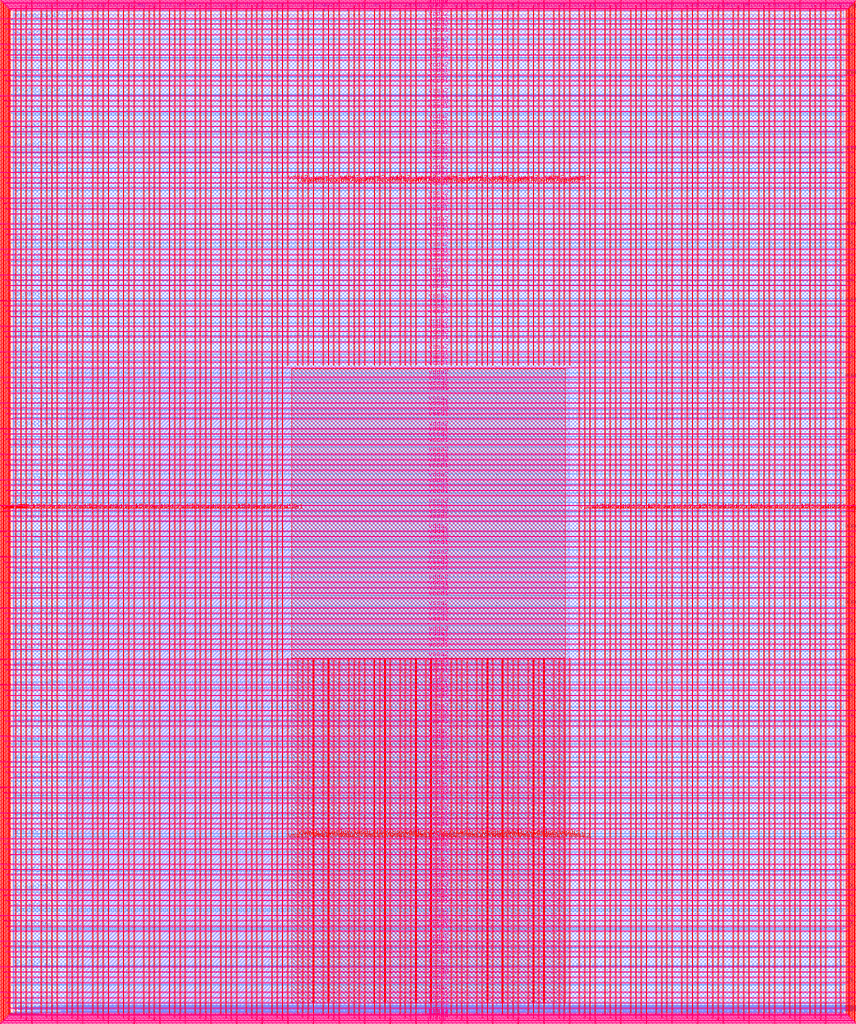
<source format=lef>
VERSION 5.7 ;
  NOWIREEXTENSIONATPIN ON ;
  DIVIDERCHAR "/" ;
  BUSBITCHARS "[]" ;
MACRO user_project_wrapper
  CLASS BLOCK ;
  FOREIGN user_project_wrapper ;
  ORIGIN 0.000 0.000 ;
  SIZE 2920.000 BY 3520.000 ;
  PIN analog_io[0]
    DIRECTION INOUT ;
    USE SIGNAL ;
    PORT
      LAYER met3 ;
        RECT 2917.600 1426.380 2924.800 1427.580 ;
    END
  END analog_io[0]
  PIN analog_io[10]
    DIRECTION INOUT ;
    USE SIGNAL ;
    PORT
      LAYER met2 ;
        RECT 2230.490 3517.600 2231.050 3524.800 ;
    END
  END analog_io[10]
  PIN analog_io[11]
    DIRECTION INOUT ;
    USE SIGNAL ;
    PORT
      LAYER met2 ;
        RECT 1905.730 3517.600 1906.290 3524.800 ;
    END
  END analog_io[11]
  PIN analog_io[12]
    DIRECTION INOUT ;
    USE SIGNAL ;
    PORT
      LAYER met2 ;
        RECT 1581.430 3517.600 1581.990 3524.800 ;
    END
  END analog_io[12]
  PIN analog_io[13]
    DIRECTION INOUT ;
    USE SIGNAL ;
    PORT
      LAYER met2 ;
        RECT 1257.130 3517.600 1257.690 3524.800 ;
    END
  END analog_io[13]
  PIN analog_io[14]
    DIRECTION INOUT ;
    USE SIGNAL ;
    PORT
      LAYER met2 ;
        RECT 932.370 3517.600 932.930 3524.800 ;
    END
  END analog_io[14]
  PIN analog_io[15]
    DIRECTION INOUT ;
    USE SIGNAL ;
    PORT
      LAYER met2 ;
        RECT 608.070 3517.600 608.630 3524.800 ;
    END
  END analog_io[15]
  PIN analog_io[16]
    DIRECTION INOUT ;
    USE SIGNAL ;
    PORT
      LAYER met2 ;
        RECT 283.770 3517.600 284.330 3524.800 ;
    END
  END analog_io[16]
  PIN analog_io[17]
    DIRECTION INOUT ;
    USE SIGNAL ;
    PORT
      LAYER met3 ;
        RECT -4.800 3486.100 2.400 3487.300 ;
    END
  END analog_io[17]
  PIN analog_io[18]
    DIRECTION INOUT ;
    USE SIGNAL ;
    PORT
      LAYER met3 ;
        RECT -4.800 3224.980 2.400 3226.180 ;
    END
  END analog_io[18]
  PIN analog_io[19]
    DIRECTION INOUT ;
    USE SIGNAL ;
    PORT
      LAYER met3 ;
        RECT -4.800 2964.540 2.400 2965.740 ;
    END
  END analog_io[19]
  PIN analog_io[1]
    DIRECTION INOUT ;
    USE SIGNAL ;
    PORT
      LAYER met3 ;
        RECT 2917.600 1692.260 2924.800 1693.460 ;
    END
  END analog_io[1]
  PIN analog_io[20]
    DIRECTION INOUT ;
    USE SIGNAL ;
    PORT
      LAYER met3 ;
        RECT -4.800 2703.420 2.400 2704.620 ;
    END
  END analog_io[20]
  PIN analog_io[21]
    DIRECTION INOUT ;
    USE SIGNAL ;
    PORT
      LAYER met3 ;
        RECT -4.800 2442.980 2.400 2444.180 ;
    END
  END analog_io[21]
  PIN analog_io[22]
    DIRECTION INOUT ;
    USE SIGNAL ;
    PORT
      LAYER met3 ;
        RECT -4.800 2182.540 2.400 2183.740 ;
    END
  END analog_io[22]
  PIN analog_io[23]
    DIRECTION INOUT ;
    USE SIGNAL ;
    PORT
      LAYER met3 ;
        RECT -4.800 1921.420 2.400 1922.620 ;
    END
  END analog_io[23]
  PIN analog_io[24]
    DIRECTION INOUT ;
    USE SIGNAL ;
    PORT
      LAYER met3 ;
        RECT -4.800 1660.980 2.400 1662.180 ;
    END
  END analog_io[24]
  PIN analog_io[25]
    DIRECTION INOUT ;
    USE SIGNAL ;
    PORT
      LAYER met3 ;
        RECT -4.800 1399.860 2.400 1401.060 ;
    END
  END analog_io[25]
  PIN analog_io[26]
    DIRECTION INOUT ;
    USE SIGNAL ;
    PORT
      LAYER met3 ;
        RECT -4.800 1139.420 2.400 1140.620 ;
    END
  END analog_io[26]
  PIN analog_io[27]
    DIRECTION INOUT ;
    USE SIGNAL ;
    PORT
      LAYER met3 ;
        RECT -4.800 878.980 2.400 880.180 ;
    END
  END analog_io[27]
  PIN analog_io[28]
    DIRECTION INOUT ;
    USE SIGNAL ;
    PORT
      LAYER met3 ;
        RECT -4.800 617.860 2.400 619.060 ;
    END
  END analog_io[28]
  PIN analog_io[2]
    DIRECTION INOUT ;
    USE SIGNAL ;
    PORT
      LAYER met3 ;
        RECT 2917.600 1958.140 2924.800 1959.340 ;
    END
  END analog_io[2]
  PIN analog_io[3]
    DIRECTION INOUT ;
    USE SIGNAL ;
    PORT
      LAYER met3 ;
        RECT 2917.600 2223.340 2924.800 2224.540 ;
    END
  END analog_io[3]
  PIN analog_io[4]
    DIRECTION INOUT ;
    USE SIGNAL ;
    PORT
      LAYER met3 ;
        RECT 2917.600 2489.220 2924.800 2490.420 ;
    END
  END analog_io[4]
  PIN analog_io[5]
    DIRECTION INOUT ;
    USE SIGNAL ;
    PORT
      LAYER met3 ;
        RECT 2917.600 2755.100 2924.800 2756.300 ;
    END
  END analog_io[5]
  PIN analog_io[6]
    DIRECTION INOUT ;
    USE SIGNAL ;
    PORT
      LAYER met3 ;
        RECT 2917.600 3020.300 2924.800 3021.500 ;
    END
  END analog_io[6]
  PIN analog_io[7]
    DIRECTION INOUT ;
    USE SIGNAL ;
    PORT
      LAYER met3 ;
        RECT 2917.600 3286.180 2924.800 3287.380 ;
    END
  END analog_io[7]
  PIN analog_io[8]
    DIRECTION INOUT ;
    USE SIGNAL ;
    PORT
      LAYER met2 ;
        RECT 2879.090 3517.600 2879.650 3524.800 ;
    END
  END analog_io[8]
  PIN analog_io[9]
    DIRECTION INOUT ;
    USE SIGNAL ;
    PORT
      LAYER met2 ;
        RECT 2554.790 3517.600 2555.350 3524.800 ;
    END
  END analog_io[9]
  PIN io_in[0]
    DIRECTION INPUT ;
    USE SIGNAL ;
    PORT
      LAYER met3 ;
        RECT 2917.600 32.380 2924.800 33.580 ;
    END
  END io_in[0]
  PIN io_in[10]
    DIRECTION INPUT ;
    USE SIGNAL ;
    PORT
      LAYER met3 ;
        RECT 2917.600 2289.980 2924.800 2291.180 ;
    END
  END io_in[10]
  PIN io_in[11]
    DIRECTION INPUT ;
    USE SIGNAL ;
    PORT
      LAYER met3 ;
        RECT 2917.600 2555.860 2924.800 2557.060 ;
    END
  END io_in[11]
  PIN io_in[12]
    DIRECTION INPUT ;
    USE SIGNAL ;
    PORT
      LAYER met3 ;
        RECT 2917.600 2821.060 2924.800 2822.260 ;
    END
  END io_in[12]
  PIN io_in[13]
    DIRECTION INPUT ;
    USE SIGNAL ;
    PORT
      LAYER met3 ;
        RECT 2917.600 3086.940 2924.800 3088.140 ;
    END
  END io_in[13]
  PIN io_in[14]
    DIRECTION INPUT ;
    USE SIGNAL ;
    PORT
      LAYER met3 ;
        RECT 2917.600 3352.820 2924.800 3354.020 ;
    END
  END io_in[14]
  PIN io_in[15]
    DIRECTION INPUT ;
    USE SIGNAL ;
    PORT
      LAYER met2 ;
        RECT 2798.130 3517.600 2798.690 3524.800 ;
    END
  END io_in[15]
  PIN io_in[16]
    DIRECTION INPUT ;
    USE SIGNAL ;
    PORT
      LAYER met2 ;
        RECT 2473.830 3517.600 2474.390 3524.800 ;
    END
  END io_in[16]
  PIN io_in[17]
    DIRECTION INPUT ;
    USE SIGNAL ;
    PORT
      LAYER met2 ;
        RECT 2149.070 3517.600 2149.630 3524.800 ;
    END
  END io_in[17]
  PIN io_in[18]
    DIRECTION INPUT ;
    USE SIGNAL ;
    PORT
      LAYER met2 ;
        RECT 1824.770 3517.600 1825.330 3524.800 ;
    END
  END io_in[18]
  PIN io_in[19]
    DIRECTION INPUT ;
    USE SIGNAL ;
    PORT
      LAYER met2 ;
        RECT 1500.470 3517.600 1501.030 3524.800 ;
    END
  END io_in[19]
  PIN io_in[1]
    DIRECTION INPUT ;
    USE SIGNAL ;
    PORT
      LAYER met3 ;
        RECT 2917.600 230.940 2924.800 232.140 ;
    END
  END io_in[1]
  PIN io_in[20]
    DIRECTION INPUT ;
    USE SIGNAL ;
    PORT
      LAYER met2 ;
        RECT 1175.710 3517.600 1176.270 3524.800 ;
    END
  END io_in[20]
  PIN io_in[21]
    DIRECTION INPUT ;
    USE SIGNAL ;
    PORT
      LAYER met2 ;
        RECT 851.410 3517.600 851.970 3524.800 ;
    END
  END io_in[21]
  PIN io_in[22]
    DIRECTION INPUT ;
    USE SIGNAL ;
    PORT
      LAYER met2 ;
        RECT 527.110 3517.600 527.670 3524.800 ;
    END
  END io_in[22]
  PIN io_in[23]
    DIRECTION INPUT ;
    USE SIGNAL ;
    PORT
      LAYER met2 ;
        RECT 202.350 3517.600 202.910 3524.800 ;
    END
  END io_in[23]
  PIN io_in[24]
    DIRECTION INPUT ;
    USE SIGNAL ;
    PORT
      LAYER met3 ;
        RECT -4.800 3420.820 2.400 3422.020 ;
    END
  END io_in[24]
  PIN io_in[25]
    DIRECTION INPUT ;
    USE SIGNAL ;
    PORT
      LAYER met3 ;
        RECT -4.800 3159.700 2.400 3160.900 ;
    END
  END io_in[25]
  PIN io_in[26]
    DIRECTION INPUT ;
    USE SIGNAL ;
    PORT
      LAYER met3 ;
        RECT -4.800 2899.260 2.400 2900.460 ;
    END
  END io_in[26]
  PIN io_in[27]
    DIRECTION INPUT ;
    USE SIGNAL ;
    PORT
      LAYER met3 ;
        RECT -4.800 2638.820 2.400 2640.020 ;
    END
  END io_in[27]
  PIN io_in[28]
    DIRECTION INPUT ;
    USE SIGNAL ;
    PORT
      LAYER met3 ;
        RECT -4.800 2377.700 2.400 2378.900 ;
    END
  END io_in[28]
  PIN io_in[29]
    DIRECTION INPUT ;
    USE SIGNAL ;
    PORT
      LAYER met3 ;
        RECT -4.800 2117.260 2.400 2118.460 ;
    END
  END io_in[29]
  PIN io_in[2]
    DIRECTION INPUT ;
    USE SIGNAL ;
    PORT
      LAYER met3 ;
        RECT 2917.600 430.180 2924.800 431.380 ;
    END
  END io_in[2]
  PIN io_in[30]
    DIRECTION INPUT ;
    USE SIGNAL ;
    PORT
      LAYER met3 ;
        RECT -4.800 1856.140 2.400 1857.340 ;
    END
  END io_in[30]
  PIN io_in[31]
    DIRECTION INPUT ;
    USE SIGNAL ;
    PORT
      LAYER met3 ;
        RECT -4.800 1595.700 2.400 1596.900 ;
    END
  END io_in[31]
  PIN io_in[32]
    DIRECTION INPUT ;
    USE SIGNAL ;
    PORT
      LAYER met3 ;
        RECT -4.800 1335.260 2.400 1336.460 ;
    END
  END io_in[32]
  PIN io_in[33]
    DIRECTION INPUT ;
    USE SIGNAL ;
    PORT
      LAYER met3 ;
        RECT -4.800 1074.140 2.400 1075.340 ;
    END
  END io_in[33]
  PIN io_in[34]
    DIRECTION INPUT ;
    USE SIGNAL ;
    PORT
      LAYER met3 ;
        RECT -4.800 813.700 2.400 814.900 ;
    END
  END io_in[34]
  PIN io_in[35]
    DIRECTION INPUT ;
    USE SIGNAL ;
    PORT
      LAYER met3 ;
        RECT -4.800 552.580 2.400 553.780 ;
    END
  END io_in[35]
  PIN io_in[36]
    DIRECTION INPUT ;
    USE SIGNAL ;
    PORT
      LAYER met3 ;
        RECT -4.800 357.420 2.400 358.620 ;
    END
  END io_in[36]
  PIN io_in[37]
    DIRECTION INPUT ;
    USE SIGNAL ;
    PORT
      LAYER met3 ;
        RECT -4.800 161.580 2.400 162.780 ;
    END
  END io_in[37]
  PIN io_in[3]
    DIRECTION INPUT ;
    USE SIGNAL ;
    PORT
      LAYER met3 ;
        RECT 2917.600 629.420 2924.800 630.620 ;
    END
  END io_in[3]
  PIN io_in[4]
    DIRECTION INPUT ;
    USE SIGNAL ;
    PORT
      LAYER met3 ;
        RECT 2917.600 828.660 2924.800 829.860 ;
    END
  END io_in[4]
  PIN io_in[5]
    DIRECTION INPUT ;
    USE SIGNAL ;
    PORT
      LAYER met3 ;
        RECT 2917.600 1027.900 2924.800 1029.100 ;
    END
  END io_in[5]
  PIN io_in[6]
    DIRECTION INPUT ;
    USE SIGNAL ;
    PORT
      LAYER met3 ;
        RECT 2917.600 1227.140 2924.800 1228.340 ;
    END
  END io_in[6]
  PIN io_in[7]
    DIRECTION INPUT ;
    USE SIGNAL ;
    PORT
      LAYER met3 ;
        RECT 2917.600 1493.020 2924.800 1494.220 ;
    END
  END io_in[7]
  PIN io_in[8]
    DIRECTION INPUT ;
    USE SIGNAL ;
    PORT
      LAYER met3 ;
        RECT 2917.600 1758.900 2924.800 1760.100 ;
    END
  END io_in[8]
  PIN io_in[9]
    DIRECTION INPUT ;
    USE SIGNAL ;
    PORT
      LAYER met3 ;
        RECT 2917.600 2024.100 2924.800 2025.300 ;
    END
  END io_in[9]
  PIN io_oeb[0]
    DIRECTION OUTPUT TRISTATE ;
    USE SIGNAL ;
    PORT
      LAYER met3 ;
        RECT 2917.600 164.980 2924.800 166.180 ;
    END
  END io_oeb[0]
  PIN io_oeb[10]
    DIRECTION OUTPUT TRISTATE ;
    USE SIGNAL ;
    PORT
      LAYER met3 ;
        RECT 2917.600 2422.580 2924.800 2423.780 ;
    END
  END io_oeb[10]
  PIN io_oeb[11]
    DIRECTION OUTPUT TRISTATE ;
    USE SIGNAL ;
    PORT
      LAYER met3 ;
        RECT 2917.600 2688.460 2924.800 2689.660 ;
    END
  END io_oeb[11]
  PIN io_oeb[12]
    DIRECTION OUTPUT TRISTATE ;
    USE SIGNAL ;
    PORT
      LAYER met3 ;
        RECT 2917.600 2954.340 2924.800 2955.540 ;
    END
  END io_oeb[12]
  PIN io_oeb[13]
    DIRECTION OUTPUT TRISTATE ;
    USE SIGNAL ;
    PORT
      LAYER met3 ;
        RECT 2917.600 3219.540 2924.800 3220.740 ;
    END
  END io_oeb[13]
  PIN io_oeb[14]
    DIRECTION OUTPUT TRISTATE ;
    USE SIGNAL ;
    PORT
      LAYER met3 ;
        RECT 2917.600 3485.420 2924.800 3486.620 ;
    END
  END io_oeb[14]
  PIN io_oeb[15]
    DIRECTION OUTPUT TRISTATE ;
    USE SIGNAL ;
    PORT
      LAYER met2 ;
        RECT 2635.750 3517.600 2636.310 3524.800 ;
    END
  END io_oeb[15]
  PIN io_oeb[16]
    DIRECTION OUTPUT TRISTATE ;
    USE SIGNAL ;
    PORT
      LAYER met2 ;
        RECT 2311.450 3517.600 2312.010 3524.800 ;
    END
  END io_oeb[16]
  PIN io_oeb[17]
    DIRECTION OUTPUT TRISTATE ;
    USE SIGNAL ;
    PORT
      LAYER met2 ;
        RECT 1987.150 3517.600 1987.710 3524.800 ;
    END
  END io_oeb[17]
  PIN io_oeb[18]
    DIRECTION OUTPUT TRISTATE ;
    USE SIGNAL ;
    PORT
      LAYER met2 ;
        RECT 1662.390 3517.600 1662.950 3524.800 ;
    END
  END io_oeb[18]
  PIN io_oeb[19]
    DIRECTION OUTPUT TRISTATE ;
    USE SIGNAL ;
    PORT
      LAYER met2 ;
        RECT 1338.090 3517.600 1338.650 3524.800 ;
    END
  END io_oeb[19]
  PIN io_oeb[1]
    DIRECTION OUTPUT TRISTATE ;
    USE SIGNAL ;
    PORT
      LAYER met3 ;
        RECT 2917.600 364.220 2924.800 365.420 ;
    END
  END io_oeb[1]
  PIN io_oeb[20]
    DIRECTION OUTPUT TRISTATE ;
    USE SIGNAL ;
    PORT
      LAYER met2 ;
        RECT 1013.790 3517.600 1014.350 3524.800 ;
    END
  END io_oeb[20]
  PIN io_oeb[21]
    DIRECTION OUTPUT TRISTATE ;
    USE SIGNAL ;
    PORT
      LAYER met2 ;
        RECT 689.030 3517.600 689.590 3524.800 ;
    END
  END io_oeb[21]
  PIN io_oeb[22]
    DIRECTION OUTPUT TRISTATE ;
    USE SIGNAL ;
    PORT
      LAYER met2 ;
        RECT 364.730 3517.600 365.290 3524.800 ;
    END
  END io_oeb[22]
  PIN io_oeb[23]
    DIRECTION OUTPUT TRISTATE ;
    USE SIGNAL ;
    PORT
      LAYER met2 ;
        RECT 40.430 3517.600 40.990 3524.800 ;
    END
  END io_oeb[23]
  PIN io_oeb[24]
    DIRECTION OUTPUT TRISTATE ;
    USE SIGNAL ;
    PORT
      LAYER met3 ;
        RECT -4.800 3290.260 2.400 3291.460 ;
    END
  END io_oeb[24]
  PIN io_oeb[25]
    DIRECTION OUTPUT TRISTATE ;
    USE SIGNAL ;
    PORT
      LAYER met3 ;
        RECT -4.800 3029.820 2.400 3031.020 ;
    END
  END io_oeb[25]
  PIN io_oeb[26]
    DIRECTION OUTPUT TRISTATE ;
    USE SIGNAL ;
    PORT
      LAYER met3 ;
        RECT -4.800 2768.700 2.400 2769.900 ;
    END
  END io_oeb[26]
  PIN io_oeb[27]
    DIRECTION OUTPUT TRISTATE ;
    USE SIGNAL ;
    PORT
      LAYER met3 ;
        RECT -4.800 2508.260 2.400 2509.460 ;
    END
  END io_oeb[27]
  PIN io_oeb[28]
    DIRECTION OUTPUT TRISTATE ;
    USE SIGNAL ;
    PORT
      LAYER met3 ;
        RECT -4.800 2247.140 2.400 2248.340 ;
    END
  END io_oeb[28]
  PIN io_oeb[29]
    DIRECTION OUTPUT TRISTATE ;
    USE SIGNAL ;
    PORT
      LAYER met3 ;
        RECT -4.800 1986.700 2.400 1987.900 ;
    END
  END io_oeb[29]
  PIN io_oeb[2]
    DIRECTION OUTPUT TRISTATE ;
    USE SIGNAL ;
    PORT
      LAYER met3 ;
        RECT 2917.600 563.460 2924.800 564.660 ;
    END
  END io_oeb[2]
  PIN io_oeb[30]
    DIRECTION OUTPUT TRISTATE ;
    USE SIGNAL ;
    PORT
      LAYER met3 ;
        RECT -4.800 1726.260 2.400 1727.460 ;
    END
  END io_oeb[30]
  PIN io_oeb[31]
    DIRECTION OUTPUT TRISTATE ;
    USE SIGNAL ;
    PORT
      LAYER met3 ;
        RECT -4.800 1465.140 2.400 1466.340 ;
    END
  END io_oeb[31]
  PIN io_oeb[32]
    DIRECTION OUTPUT TRISTATE ;
    USE SIGNAL ;
    PORT
      LAYER met3 ;
        RECT -4.800 1204.700 2.400 1205.900 ;
    END
  END io_oeb[32]
  PIN io_oeb[33]
    DIRECTION OUTPUT TRISTATE ;
    USE SIGNAL ;
    PORT
      LAYER met3 ;
        RECT -4.800 943.580 2.400 944.780 ;
    END
  END io_oeb[33]
  PIN io_oeb[34]
    DIRECTION OUTPUT TRISTATE ;
    USE SIGNAL ;
    PORT
      LAYER met3 ;
        RECT -4.800 683.140 2.400 684.340 ;
    END
  END io_oeb[34]
  PIN io_oeb[35]
    DIRECTION OUTPUT TRISTATE ;
    USE SIGNAL ;
    PORT
      LAYER met3 ;
        RECT -4.800 422.700 2.400 423.900 ;
    END
  END io_oeb[35]
  PIN io_oeb[36]
    DIRECTION OUTPUT TRISTATE ;
    USE SIGNAL ;
    PORT
      LAYER met3 ;
        RECT -4.800 226.860 2.400 228.060 ;
    END
  END io_oeb[36]
  PIN io_oeb[37]
    DIRECTION OUTPUT TRISTATE ;
    USE SIGNAL ;
    PORT
      LAYER met3 ;
        RECT -4.800 31.700 2.400 32.900 ;
    END
  END io_oeb[37]
  PIN io_oeb[3]
    DIRECTION OUTPUT TRISTATE ;
    USE SIGNAL ;
    PORT
      LAYER met3 ;
        RECT 2917.600 762.700 2924.800 763.900 ;
    END
  END io_oeb[3]
  PIN io_oeb[4]
    DIRECTION OUTPUT TRISTATE ;
    USE SIGNAL ;
    PORT
      LAYER met3 ;
        RECT 2917.600 961.940 2924.800 963.140 ;
    END
  END io_oeb[4]
  PIN io_oeb[5]
    DIRECTION OUTPUT TRISTATE ;
    USE SIGNAL ;
    PORT
      LAYER met3 ;
        RECT 2917.600 1161.180 2924.800 1162.380 ;
    END
  END io_oeb[5]
  PIN io_oeb[6]
    DIRECTION OUTPUT TRISTATE ;
    USE SIGNAL ;
    PORT
      LAYER met3 ;
        RECT 2917.600 1360.420 2924.800 1361.620 ;
    END
  END io_oeb[6]
  PIN io_oeb[7]
    DIRECTION OUTPUT TRISTATE ;
    USE SIGNAL ;
    PORT
      LAYER met3 ;
        RECT 2917.600 1625.620 2924.800 1626.820 ;
    END
  END io_oeb[7]
  PIN io_oeb[8]
    DIRECTION OUTPUT TRISTATE ;
    USE SIGNAL ;
    PORT
      LAYER met3 ;
        RECT 2917.600 1891.500 2924.800 1892.700 ;
    END
  END io_oeb[8]
  PIN io_oeb[9]
    DIRECTION OUTPUT TRISTATE ;
    USE SIGNAL ;
    PORT
      LAYER met3 ;
        RECT 2917.600 2157.380 2924.800 2158.580 ;
    END
  END io_oeb[9]
  PIN io_out[0]
    DIRECTION OUTPUT TRISTATE ;
    USE SIGNAL ;
    PORT
      LAYER met3 ;
        RECT 2917.600 98.340 2924.800 99.540 ;
    END
  END io_out[0]
  PIN io_out[10]
    DIRECTION OUTPUT TRISTATE ;
    USE SIGNAL ;
    PORT
      LAYER met3 ;
        RECT 2917.600 2356.620 2924.800 2357.820 ;
    END
  END io_out[10]
  PIN io_out[11]
    DIRECTION OUTPUT TRISTATE ;
    USE SIGNAL ;
    PORT
      LAYER met3 ;
        RECT 2917.600 2621.820 2924.800 2623.020 ;
    END
  END io_out[11]
  PIN io_out[12]
    DIRECTION OUTPUT TRISTATE ;
    USE SIGNAL ;
    PORT
      LAYER met3 ;
        RECT 2917.600 2887.700 2924.800 2888.900 ;
    END
  END io_out[12]
  PIN io_out[13]
    DIRECTION OUTPUT TRISTATE ;
    USE SIGNAL ;
    PORT
      LAYER met3 ;
        RECT 2917.600 3153.580 2924.800 3154.780 ;
    END
  END io_out[13]
  PIN io_out[14]
    DIRECTION OUTPUT TRISTATE ;
    USE SIGNAL ;
    PORT
      LAYER met3 ;
        RECT 2917.600 3418.780 2924.800 3419.980 ;
    END
  END io_out[14]
  PIN io_out[15]
    DIRECTION OUTPUT TRISTATE ;
    USE SIGNAL ;
    PORT
      LAYER met2 ;
        RECT 2717.170 3517.600 2717.730 3524.800 ;
    END
  END io_out[15]
  PIN io_out[16]
    DIRECTION OUTPUT TRISTATE ;
    USE SIGNAL ;
    PORT
      LAYER met2 ;
        RECT 2392.410 3517.600 2392.970 3524.800 ;
    END
  END io_out[16]
  PIN io_out[17]
    DIRECTION OUTPUT TRISTATE ;
    USE SIGNAL ;
    PORT
      LAYER met2 ;
        RECT 2068.110 3517.600 2068.670 3524.800 ;
    END
  END io_out[17]
  PIN io_out[18]
    DIRECTION OUTPUT TRISTATE ;
    USE SIGNAL ;
    PORT
      LAYER met2 ;
        RECT 1743.810 3517.600 1744.370 3524.800 ;
    END
  END io_out[18]
  PIN io_out[19]
    DIRECTION OUTPUT TRISTATE ;
    USE SIGNAL ;
    PORT
      LAYER met2 ;
        RECT 1419.050 3517.600 1419.610 3524.800 ;
    END
  END io_out[19]
  PIN io_out[1]
    DIRECTION OUTPUT TRISTATE ;
    USE SIGNAL ;
    PORT
      LAYER met3 ;
        RECT 2917.600 297.580 2924.800 298.780 ;
    END
  END io_out[1]
  PIN io_out[20]
    DIRECTION OUTPUT TRISTATE ;
    USE SIGNAL ;
    PORT
      LAYER met2 ;
        RECT 1094.750 3517.600 1095.310 3524.800 ;
    END
  END io_out[20]
  PIN io_out[21]
    DIRECTION OUTPUT TRISTATE ;
    USE SIGNAL ;
    PORT
      LAYER met2 ;
        RECT 770.450 3517.600 771.010 3524.800 ;
    END
  END io_out[21]
  PIN io_out[22]
    DIRECTION OUTPUT TRISTATE ;
    USE SIGNAL ;
    PORT
      LAYER met2 ;
        RECT 445.690 3517.600 446.250 3524.800 ;
    END
  END io_out[22]
  PIN io_out[23]
    DIRECTION OUTPUT TRISTATE ;
    USE SIGNAL ;
    PORT
      LAYER met2 ;
        RECT 121.390 3517.600 121.950 3524.800 ;
    END
  END io_out[23]
  PIN io_out[24]
    DIRECTION OUTPUT TRISTATE ;
    USE SIGNAL ;
    PORT
      LAYER met3 ;
        RECT -4.800 3355.540 2.400 3356.740 ;
    END
  END io_out[24]
  PIN io_out[25]
    DIRECTION OUTPUT TRISTATE ;
    USE SIGNAL ;
    PORT
      LAYER met3 ;
        RECT -4.800 3095.100 2.400 3096.300 ;
    END
  END io_out[25]
  PIN io_out[26]
    DIRECTION OUTPUT TRISTATE ;
    USE SIGNAL ;
    PORT
      LAYER met3 ;
        RECT -4.800 2833.980 2.400 2835.180 ;
    END
  END io_out[26]
  PIN io_out[27]
    DIRECTION OUTPUT TRISTATE ;
    USE SIGNAL ;
    PORT
      LAYER met3 ;
        RECT -4.800 2573.540 2.400 2574.740 ;
    END
  END io_out[27]
  PIN io_out[28]
    DIRECTION OUTPUT TRISTATE ;
    USE SIGNAL ;
    PORT
      LAYER met3 ;
        RECT -4.800 2312.420 2.400 2313.620 ;
    END
  END io_out[28]
  PIN io_out[29]
    DIRECTION OUTPUT TRISTATE ;
    USE SIGNAL ;
    PORT
      LAYER met3 ;
        RECT -4.800 2051.980 2.400 2053.180 ;
    END
  END io_out[29]
  PIN io_out[2]
    DIRECTION OUTPUT TRISTATE ;
    USE SIGNAL ;
    PORT
      LAYER met3 ;
        RECT 2917.600 496.820 2924.800 498.020 ;
    END
  END io_out[2]
  PIN io_out[30]
    DIRECTION OUTPUT TRISTATE ;
    USE SIGNAL ;
    PORT
      LAYER met3 ;
        RECT -4.800 1791.540 2.400 1792.740 ;
    END
  END io_out[30]
  PIN io_out[31]
    DIRECTION OUTPUT TRISTATE ;
    USE SIGNAL ;
    PORT
      LAYER met3 ;
        RECT -4.800 1530.420 2.400 1531.620 ;
    END
  END io_out[31]
  PIN io_out[32]
    DIRECTION OUTPUT TRISTATE ;
    USE SIGNAL ;
    PORT
      LAYER met3 ;
        RECT -4.800 1269.980 2.400 1271.180 ;
    END
  END io_out[32]
  PIN io_out[33]
    DIRECTION OUTPUT TRISTATE ;
    USE SIGNAL ;
    PORT
      LAYER met3 ;
        RECT -4.800 1008.860 2.400 1010.060 ;
    END
  END io_out[33]
  PIN io_out[34]
    DIRECTION OUTPUT TRISTATE ;
    USE SIGNAL ;
    PORT
      LAYER met3 ;
        RECT -4.800 748.420 2.400 749.620 ;
    END
  END io_out[34]
  PIN io_out[35]
    DIRECTION OUTPUT TRISTATE ;
    USE SIGNAL ;
    PORT
      LAYER met3 ;
        RECT -4.800 487.300 2.400 488.500 ;
    END
  END io_out[35]
  PIN io_out[36]
    DIRECTION OUTPUT TRISTATE ;
    USE SIGNAL ;
    PORT
      LAYER met3 ;
        RECT -4.800 292.140 2.400 293.340 ;
    END
  END io_out[36]
  PIN io_out[37]
    DIRECTION OUTPUT TRISTATE ;
    USE SIGNAL ;
    PORT
      LAYER met3 ;
        RECT -4.800 96.300 2.400 97.500 ;
    END
  END io_out[37]
  PIN io_out[3]
    DIRECTION OUTPUT TRISTATE ;
    USE SIGNAL ;
    PORT
      LAYER met3 ;
        RECT 2917.600 696.060 2924.800 697.260 ;
    END
  END io_out[3]
  PIN io_out[4]
    DIRECTION OUTPUT TRISTATE ;
    USE SIGNAL ;
    PORT
      LAYER met3 ;
        RECT 2917.600 895.300 2924.800 896.500 ;
    END
  END io_out[4]
  PIN io_out[5]
    DIRECTION OUTPUT TRISTATE ;
    USE SIGNAL ;
    PORT
      LAYER met3 ;
        RECT 2917.600 1094.540 2924.800 1095.740 ;
    END
  END io_out[5]
  PIN io_out[6]
    DIRECTION OUTPUT TRISTATE ;
    USE SIGNAL ;
    PORT
      LAYER met3 ;
        RECT 2917.600 1293.780 2924.800 1294.980 ;
    END
  END io_out[6]
  PIN io_out[7]
    DIRECTION OUTPUT TRISTATE ;
    USE SIGNAL ;
    PORT
      LAYER met3 ;
        RECT 2917.600 1559.660 2924.800 1560.860 ;
    END
  END io_out[7]
  PIN io_out[8]
    DIRECTION OUTPUT TRISTATE ;
    USE SIGNAL ;
    PORT
      LAYER met3 ;
        RECT 2917.600 1824.860 2924.800 1826.060 ;
    END
  END io_out[8]
  PIN io_out[9]
    DIRECTION OUTPUT TRISTATE ;
    USE SIGNAL ;
    PORT
      LAYER met3 ;
        RECT 2917.600 2090.740 2924.800 2091.940 ;
    END
  END io_out[9]
  PIN la_data_in[0]
    DIRECTION INPUT ;
    USE SIGNAL ;
    PORT
      LAYER met2 ;
        RECT 629.230 -4.800 629.790 2.400 ;
    END
  END la_data_in[0]
  PIN la_data_in[100]
    DIRECTION INPUT ;
    USE SIGNAL ;
    PORT
      LAYER met2 ;
        RECT 2402.530 -4.800 2403.090 2.400 ;
    END
  END la_data_in[100]
  PIN la_data_in[101]
    DIRECTION INPUT ;
    USE SIGNAL ;
    PORT
      LAYER met2 ;
        RECT 2420.010 -4.800 2420.570 2.400 ;
    END
  END la_data_in[101]
  PIN la_data_in[102]
    DIRECTION INPUT ;
    USE SIGNAL ;
    PORT
      LAYER met2 ;
        RECT 2437.950 -4.800 2438.510 2.400 ;
    END
  END la_data_in[102]
  PIN la_data_in[103]
    DIRECTION INPUT ;
    USE SIGNAL ;
    PORT
      LAYER met2 ;
        RECT 2455.430 -4.800 2455.990 2.400 ;
    END
  END la_data_in[103]
  PIN la_data_in[104]
    DIRECTION INPUT ;
    USE SIGNAL ;
    PORT
      LAYER met2 ;
        RECT 2473.370 -4.800 2473.930 2.400 ;
    END
  END la_data_in[104]
  PIN la_data_in[105]
    DIRECTION INPUT ;
    USE SIGNAL ;
    PORT
      LAYER met2 ;
        RECT 2490.850 -4.800 2491.410 2.400 ;
    END
  END la_data_in[105]
  PIN la_data_in[106]
    DIRECTION INPUT ;
    USE SIGNAL ;
    PORT
      LAYER met2 ;
        RECT 2508.790 -4.800 2509.350 2.400 ;
    END
  END la_data_in[106]
  PIN la_data_in[107]
    DIRECTION INPUT ;
    USE SIGNAL ;
    PORT
      LAYER met2 ;
        RECT 2526.730 -4.800 2527.290 2.400 ;
    END
  END la_data_in[107]
  PIN la_data_in[108]
    DIRECTION INPUT ;
    USE SIGNAL ;
    PORT
      LAYER met2 ;
        RECT 2544.210 -4.800 2544.770 2.400 ;
    END
  END la_data_in[108]
  PIN la_data_in[109]
    DIRECTION INPUT ;
    USE SIGNAL ;
    PORT
      LAYER met2 ;
        RECT 2562.150 -4.800 2562.710 2.400 ;
    END
  END la_data_in[109]
  PIN la_data_in[10]
    DIRECTION INPUT ;
    USE SIGNAL ;
    PORT
      LAYER met2 ;
        RECT 806.330 -4.800 806.890 2.400 ;
    END
  END la_data_in[10]
  PIN la_data_in[110]
    DIRECTION INPUT ;
    USE SIGNAL ;
    PORT
      LAYER met2 ;
        RECT 2579.630 -4.800 2580.190 2.400 ;
    END
  END la_data_in[110]
  PIN la_data_in[111]
    DIRECTION INPUT ;
    USE SIGNAL ;
    PORT
      LAYER met2 ;
        RECT 2597.570 -4.800 2598.130 2.400 ;
    END
  END la_data_in[111]
  PIN la_data_in[112]
    DIRECTION INPUT ;
    USE SIGNAL ;
    PORT
      LAYER met2 ;
        RECT 2615.050 -4.800 2615.610 2.400 ;
    END
  END la_data_in[112]
  PIN la_data_in[113]
    DIRECTION INPUT ;
    USE SIGNAL ;
    PORT
      LAYER met2 ;
        RECT 2632.990 -4.800 2633.550 2.400 ;
    END
  END la_data_in[113]
  PIN la_data_in[114]
    DIRECTION INPUT ;
    USE SIGNAL ;
    PORT
      LAYER met2 ;
        RECT 2650.470 -4.800 2651.030 2.400 ;
    END
  END la_data_in[114]
  PIN la_data_in[115]
    DIRECTION INPUT ;
    USE SIGNAL ;
    PORT
      LAYER met2 ;
        RECT 2668.410 -4.800 2668.970 2.400 ;
    END
  END la_data_in[115]
  PIN la_data_in[116]
    DIRECTION INPUT ;
    USE SIGNAL ;
    PORT
      LAYER met2 ;
        RECT 2685.890 -4.800 2686.450 2.400 ;
    END
  END la_data_in[116]
  PIN la_data_in[117]
    DIRECTION INPUT ;
    USE SIGNAL ;
    PORT
      LAYER met2 ;
        RECT 2703.830 -4.800 2704.390 2.400 ;
    END
  END la_data_in[117]
  PIN la_data_in[118]
    DIRECTION INPUT ;
    USE SIGNAL ;
    PORT
      LAYER met2 ;
        RECT 2721.770 -4.800 2722.330 2.400 ;
    END
  END la_data_in[118]
  PIN la_data_in[119]
    DIRECTION INPUT ;
    USE SIGNAL ;
    PORT
      LAYER met2 ;
        RECT 2739.250 -4.800 2739.810 2.400 ;
    END
  END la_data_in[119]
  PIN la_data_in[11]
    DIRECTION INPUT ;
    USE SIGNAL ;
    PORT
      LAYER met2 ;
        RECT 824.270 -4.800 824.830 2.400 ;
    END
  END la_data_in[11]
  PIN la_data_in[120]
    DIRECTION INPUT ;
    USE SIGNAL ;
    PORT
      LAYER met2 ;
        RECT 2757.190 -4.800 2757.750 2.400 ;
    END
  END la_data_in[120]
  PIN la_data_in[121]
    DIRECTION INPUT ;
    USE SIGNAL ;
    PORT
      LAYER met2 ;
        RECT 2774.670 -4.800 2775.230 2.400 ;
    END
  END la_data_in[121]
  PIN la_data_in[122]
    DIRECTION INPUT ;
    USE SIGNAL ;
    PORT
      LAYER met2 ;
        RECT 2792.610 -4.800 2793.170 2.400 ;
    END
  END la_data_in[122]
  PIN la_data_in[123]
    DIRECTION INPUT ;
    USE SIGNAL ;
    PORT
      LAYER met2 ;
        RECT 2810.090 -4.800 2810.650 2.400 ;
    END
  END la_data_in[123]
  PIN la_data_in[124]
    DIRECTION INPUT ;
    USE SIGNAL ;
    PORT
      LAYER met2 ;
        RECT 2828.030 -4.800 2828.590 2.400 ;
    END
  END la_data_in[124]
  PIN la_data_in[125]
    DIRECTION INPUT ;
    USE SIGNAL ;
    PORT
      LAYER met2 ;
        RECT 2845.510 -4.800 2846.070 2.400 ;
    END
  END la_data_in[125]
  PIN la_data_in[126]
    DIRECTION INPUT ;
    USE SIGNAL ;
    PORT
      LAYER met2 ;
        RECT 2863.450 -4.800 2864.010 2.400 ;
    END
  END la_data_in[126]
  PIN la_data_in[127]
    DIRECTION INPUT ;
    USE SIGNAL ;
    PORT
      LAYER met2 ;
        RECT 2881.390 -4.800 2881.950 2.400 ;
    END
  END la_data_in[127]
  PIN la_data_in[12]
    DIRECTION INPUT ;
    USE SIGNAL ;
    PORT
      LAYER met2 ;
        RECT 841.750 -4.800 842.310 2.400 ;
    END
  END la_data_in[12]
  PIN la_data_in[13]
    DIRECTION INPUT ;
    USE SIGNAL ;
    PORT
      LAYER met2 ;
        RECT 859.690 -4.800 860.250 2.400 ;
    END
  END la_data_in[13]
  PIN la_data_in[14]
    DIRECTION INPUT ;
    USE SIGNAL ;
    PORT
      LAYER met2 ;
        RECT 877.170 -4.800 877.730 2.400 ;
    END
  END la_data_in[14]
  PIN la_data_in[15]
    DIRECTION INPUT ;
    USE SIGNAL ;
    PORT
      LAYER met2 ;
        RECT 895.110 -4.800 895.670 2.400 ;
    END
  END la_data_in[15]
  PIN la_data_in[16]
    DIRECTION INPUT ;
    USE SIGNAL ;
    PORT
      LAYER met2 ;
        RECT 912.590 -4.800 913.150 2.400 ;
    END
  END la_data_in[16]
  PIN la_data_in[17]
    DIRECTION INPUT ;
    USE SIGNAL ;
    PORT
      LAYER met2 ;
        RECT 930.530 -4.800 931.090 2.400 ;
    END
  END la_data_in[17]
  PIN la_data_in[18]
    DIRECTION INPUT ;
    USE SIGNAL ;
    PORT
      LAYER met2 ;
        RECT 948.470 -4.800 949.030 2.400 ;
    END
  END la_data_in[18]
  PIN la_data_in[19]
    DIRECTION INPUT ;
    USE SIGNAL ;
    PORT
      LAYER met2 ;
        RECT 965.950 -4.800 966.510 2.400 ;
    END
  END la_data_in[19]
  PIN la_data_in[1]
    DIRECTION INPUT ;
    USE SIGNAL ;
    PORT
      LAYER met2 ;
        RECT 646.710 -4.800 647.270 2.400 ;
    END
  END la_data_in[1]
  PIN la_data_in[20]
    DIRECTION INPUT ;
    USE SIGNAL ;
    PORT
      LAYER met2 ;
        RECT 983.890 -4.800 984.450 2.400 ;
    END
  END la_data_in[20]
  PIN la_data_in[21]
    DIRECTION INPUT ;
    USE SIGNAL ;
    PORT
      LAYER met2 ;
        RECT 1001.370 -4.800 1001.930 2.400 ;
    END
  END la_data_in[21]
  PIN la_data_in[22]
    DIRECTION INPUT ;
    USE SIGNAL ;
    PORT
      LAYER met2 ;
        RECT 1019.310 -4.800 1019.870 2.400 ;
    END
  END la_data_in[22]
  PIN la_data_in[23]
    DIRECTION INPUT ;
    USE SIGNAL ;
    PORT
      LAYER met2 ;
        RECT 1036.790 -4.800 1037.350 2.400 ;
    END
  END la_data_in[23]
  PIN la_data_in[24]
    DIRECTION INPUT ;
    USE SIGNAL ;
    PORT
      LAYER met2 ;
        RECT 1054.730 -4.800 1055.290 2.400 ;
    END
  END la_data_in[24]
  PIN la_data_in[25]
    DIRECTION INPUT ;
    USE SIGNAL ;
    PORT
      LAYER met2 ;
        RECT 1072.210 -4.800 1072.770 2.400 ;
    END
  END la_data_in[25]
  PIN la_data_in[26]
    DIRECTION INPUT ;
    USE SIGNAL ;
    PORT
      LAYER met2 ;
        RECT 1090.150 -4.800 1090.710 2.400 ;
    END
  END la_data_in[26]
  PIN la_data_in[27]
    DIRECTION INPUT ;
    USE SIGNAL ;
    PORT
      LAYER met2 ;
        RECT 1107.630 -4.800 1108.190 2.400 ;
    END
  END la_data_in[27]
  PIN la_data_in[28]
    DIRECTION INPUT ;
    USE SIGNAL ;
    PORT
      LAYER met2 ;
        RECT 1125.570 -4.800 1126.130 2.400 ;
    END
  END la_data_in[28]
  PIN la_data_in[29]
    DIRECTION INPUT ;
    USE SIGNAL ;
    PORT
      LAYER met2 ;
        RECT 1143.510 -4.800 1144.070 2.400 ;
    END
  END la_data_in[29]
  PIN la_data_in[2]
    DIRECTION INPUT ;
    USE SIGNAL ;
    PORT
      LAYER met2 ;
        RECT 664.650 -4.800 665.210 2.400 ;
    END
  END la_data_in[2]
  PIN la_data_in[30]
    DIRECTION INPUT ;
    USE SIGNAL ;
    PORT
      LAYER met2 ;
        RECT 1160.990 -4.800 1161.550 2.400 ;
    END
  END la_data_in[30]
  PIN la_data_in[31]
    DIRECTION INPUT ;
    USE SIGNAL ;
    PORT
      LAYER met2 ;
        RECT 1178.930 -4.800 1179.490 2.400 ;
    END
  END la_data_in[31]
  PIN la_data_in[32]
    DIRECTION INPUT ;
    USE SIGNAL ;
    PORT
      LAYER met2 ;
        RECT 1196.410 -4.800 1196.970 2.400 ;
    END
  END la_data_in[32]
  PIN la_data_in[33]
    DIRECTION INPUT ;
    USE SIGNAL ;
    PORT
      LAYER met2 ;
        RECT 1214.350 -4.800 1214.910 2.400 ;
    END
  END la_data_in[33]
  PIN la_data_in[34]
    DIRECTION INPUT ;
    USE SIGNAL ;
    PORT
      LAYER met2 ;
        RECT 1231.830 -4.800 1232.390 2.400 ;
    END
  END la_data_in[34]
  PIN la_data_in[35]
    DIRECTION INPUT ;
    USE SIGNAL ;
    PORT
      LAYER met2 ;
        RECT 1249.770 -4.800 1250.330 2.400 ;
    END
  END la_data_in[35]
  PIN la_data_in[36]
    DIRECTION INPUT ;
    USE SIGNAL ;
    PORT
      LAYER met2 ;
        RECT 1267.250 -4.800 1267.810 2.400 ;
    END
  END la_data_in[36]
  PIN la_data_in[37]
    DIRECTION INPUT ;
    USE SIGNAL ;
    PORT
      LAYER met2 ;
        RECT 1285.190 -4.800 1285.750 2.400 ;
    END
  END la_data_in[37]
  PIN la_data_in[38]
    DIRECTION INPUT ;
    USE SIGNAL ;
    PORT
      LAYER met2 ;
        RECT 1303.130 -4.800 1303.690 2.400 ;
    END
  END la_data_in[38]
  PIN la_data_in[39]
    DIRECTION INPUT ;
    USE SIGNAL ;
    PORT
      LAYER met2 ;
        RECT 1320.610 -4.800 1321.170 2.400 ;
    END
  END la_data_in[39]
  PIN la_data_in[3]
    DIRECTION INPUT ;
    USE SIGNAL ;
    PORT
      LAYER met2 ;
        RECT 682.130 -4.800 682.690 2.400 ;
    END
  END la_data_in[3]
  PIN la_data_in[40]
    DIRECTION INPUT ;
    USE SIGNAL ;
    PORT
      LAYER met2 ;
        RECT 1338.550 -4.800 1339.110 2.400 ;
    END
  END la_data_in[40]
  PIN la_data_in[41]
    DIRECTION INPUT ;
    USE SIGNAL ;
    PORT
      LAYER met2 ;
        RECT 1356.030 -4.800 1356.590 2.400 ;
    END
  END la_data_in[41]
  PIN la_data_in[42]
    DIRECTION INPUT ;
    USE SIGNAL ;
    PORT
      LAYER met2 ;
        RECT 1373.970 -4.800 1374.530 2.400 ;
    END
  END la_data_in[42]
  PIN la_data_in[43]
    DIRECTION INPUT ;
    USE SIGNAL ;
    PORT
      LAYER met2 ;
        RECT 1391.450 -4.800 1392.010 2.400 ;
    END
  END la_data_in[43]
  PIN la_data_in[44]
    DIRECTION INPUT ;
    USE SIGNAL ;
    PORT
      LAYER met2 ;
        RECT 1409.390 -4.800 1409.950 2.400 ;
    END
  END la_data_in[44]
  PIN la_data_in[45]
    DIRECTION INPUT ;
    USE SIGNAL ;
    PORT
      LAYER met2 ;
        RECT 1426.870 -4.800 1427.430 2.400 ;
    END
  END la_data_in[45]
  PIN la_data_in[46]
    DIRECTION INPUT ;
    USE SIGNAL ;
    PORT
      LAYER met2 ;
        RECT 1444.810 -4.800 1445.370 2.400 ;
    END
  END la_data_in[46]
  PIN la_data_in[47]
    DIRECTION INPUT ;
    USE SIGNAL ;
    PORT
      LAYER met2 ;
        RECT 1462.750 -4.800 1463.310 2.400 ;
    END
  END la_data_in[47]
  PIN la_data_in[48]
    DIRECTION INPUT ;
    USE SIGNAL ;
    PORT
      LAYER met2 ;
        RECT 1480.230 -4.800 1480.790 2.400 ;
    END
  END la_data_in[48]
  PIN la_data_in[49]
    DIRECTION INPUT ;
    USE SIGNAL ;
    PORT
      LAYER met2 ;
        RECT 1498.170 -4.800 1498.730 2.400 ;
    END
  END la_data_in[49]
  PIN la_data_in[4]
    DIRECTION INPUT ;
    USE SIGNAL ;
    PORT
      LAYER met2 ;
        RECT 700.070 -4.800 700.630 2.400 ;
    END
  END la_data_in[4]
  PIN la_data_in[50]
    DIRECTION INPUT ;
    USE SIGNAL ;
    PORT
      LAYER met2 ;
        RECT 1515.650 -4.800 1516.210 2.400 ;
    END
  END la_data_in[50]
  PIN la_data_in[51]
    DIRECTION INPUT ;
    USE SIGNAL ;
    PORT
      LAYER met2 ;
        RECT 1533.590 -4.800 1534.150 2.400 ;
    END
  END la_data_in[51]
  PIN la_data_in[52]
    DIRECTION INPUT ;
    USE SIGNAL ;
    PORT
      LAYER met2 ;
        RECT 1551.070 -4.800 1551.630 2.400 ;
    END
  END la_data_in[52]
  PIN la_data_in[53]
    DIRECTION INPUT ;
    USE SIGNAL ;
    PORT
      LAYER met2 ;
        RECT 1569.010 -4.800 1569.570 2.400 ;
    END
  END la_data_in[53]
  PIN la_data_in[54]
    DIRECTION INPUT ;
    USE SIGNAL ;
    PORT
      LAYER met2 ;
        RECT 1586.490 -4.800 1587.050 2.400 ;
    END
  END la_data_in[54]
  PIN la_data_in[55]
    DIRECTION INPUT ;
    USE SIGNAL ;
    PORT
      LAYER met2 ;
        RECT 1604.430 -4.800 1604.990 2.400 ;
    END
  END la_data_in[55]
  PIN la_data_in[56]
    DIRECTION INPUT ;
    USE SIGNAL ;
    PORT
      LAYER met2 ;
        RECT 1621.910 -4.800 1622.470 2.400 ;
    END
  END la_data_in[56]
  PIN la_data_in[57]
    DIRECTION INPUT ;
    USE SIGNAL ;
    PORT
      LAYER met2 ;
        RECT 1639.850 -4.800 1640.410 2.400 ;
    END
  END la_data_in[57]
  PIN la_data_in[58]
    DIRECTION INPUT ;
    USE SIGNAL ;
    PORT
      LAYER met2 ;
        RECT 1657.790 -4.800 1658.350 2.400 ;
    END
  END la_data_in[58]
  PIN la_data_in[59]
    DIRECTION INPUT ;
    USE SIGNAL ;
    PORT
      LAYER met2 ;
        RECT 1675.270 -4.800 1675.830 2.400 ;
    END
  END la_data_in[59]
  PIN la_data_in[5]
    DIRECTION INPUT ;
    USE SIGNAL ;
    PORT
      LAYER met2 ;
        RECT 717.550 -4.800 718.110 2.400 ;
    END
  END la_data_in[5]
  PIN la_data_in[60]
    DIRECTION INPUT ;
    USE SIGNAL ;
    PORT
      LAYER met2 ;
        RECT 1693.210 -4.800 1693.770 2.400 ;
    END
  END la_data_in[60]
  PIN la_data_in[61]
    DIRECTION INPUT ;
    USE SIGNAL ;
    PORT
      LAYER met2 ;
        RECT 1710.690 -4.800 1711.250 2.400 ;
    END
  END la_data_in[61]
  PIN la_data_in[62]
    DIRECTION INPUT ;
    USE SIGNAL ;
    PORT
      LAYER met2 ;
        RECT 1728.630 -4.800 1729.190 2.400 ;
    END
  END la_data_in[62]
  PIN la_data_in[63]
    DIRECTION INPUT ;
    USE SIGNAL ;
    PORT
      LAYER met2 ;
        RECT 1746.110 -4.800 1746.670 2.400 ;
    END
  END la_data_in[63]
  PIN la_data_in[64]
    DIRECTION INPUT ;
    USE SIGNAL ;
    PORT
      LAYER met2 ;
        RECT 1764.050 -4.800 1764.610 2.400 ;
    END
  END la_data_in[64]
  PIN la_data_in[65]
    DIRECTION INPUT ;
    USE SIGNAL ;
    PORT
      LAYER met2 ;
        RECT 1781.530 -4.800 1782.090 2.400 ;
    END
  END la_data_in[65]
  PIN la_data_in[66]
    DIRECTION INPUT ;
    USE SIGNAL ;
    PORT
      LAYER met2 ;
        RECT 1799.470 -4.800 1800.030 2.400 ;
    END
  END la_data_in[66]
  PIN la_data_in[67]
    DIRECTION INPUT ;
    USE SIGNAL ;
    PORT
      LAYER met2 ;
        RECT 1817.410 -4.800 1817.970 2.400 ;
    END
  END la_data_in[67]
  PIN la_data_in[68]
    DIRECTION INPUT ;
    USE SIGNAL ;
    PORT
      LAYER met2 ;
        RECT 1834.890 -4.800 1835.450 2.400 ;
    END
  END la_data_in[68]
  PIN la_data_in[69]
    DIRECTION INPUT ;
    USE SIGNAL ;
    PORT
      LAYER met2 ;
        RECT 1852.830 -4.800 1853.390 2.400 ;
    END
  END la_data_in[69]
  PIN la_data_in[6]
    DIRECTION INPUT ;
    USE SIGNAL ;
    PORT
      LAYER met2 ;
        RECT 735.490 -4.800 736.050 2.400 ;
    END
  END la_data_in[6]
  PIN la_data_in[70]
    DIRECTION INPUT ;
    USE SIGNAL ;
    PORT
      LAYER met2 ;
        RECT 1870.310 -4.800 1870.870 2.400 ;
    END
  END la_data_in[70]
  PIN la_data_in[71]
    DIRECTION INPUT ;
    USE SIGNAL ;
    PORT
      LAYER met2 ;
        RECT 1888.250 -4.800 1888.810 2.400 ;
    END
  END la_data_in[71]
  PIN la_data_in[72]
    DIRECTION INPUT ;
    USE SIGNAL ;
    PORT
      LAYER met2 ;
        RECT 1905.730 -4.800 1906.290 2.400 ;
    END
  END la_data_in[72]
  PIN la_data_in[73]
    DIRECTION INPUT ;
    USE SIGNAL ;
    PORT
      LAYER met2 ;
        RECT 1923.670 -4.800 1924.230 2.400 ;
    END
  END la_data_in[73]
  PIN la_data_in[74]
    DIRECTION INPUT ;
    USE SIGNAL ;
    PORT
      LAYER met2 ;
        RECT 1941.150 -4.800 1941.710 2.400 ;
    END
  END la_data_in[74]
  PIN la_data_in[75]
    DIRECTION INPUT ;
    USE SIGNAL ;
    PORT
      LAYER met2 ;
        RECT 1959.090 -4.800 1959.650 2.400 ;
    END
  END la_data_in[75]
  PIN la_data_in[76]
    DIRECTION INPUT ;
    USE SIGNAL ;
    PORT
      LAYER met2 ;
        RECT 1976.570 -4.800 1977.130 2.400 ;
    END
  END la_data_in[76]
  PIN la_data_in[77]
    DIRECTION INPUT ;
    USE SIGNAL ;
    PORT
      LAYER met2 ;
        RECT 1994.510 -4.800 1995.070 2.400 ;
    END
  END la_data_in[77]
  PIN la_data_in[78]
    DIRECTION INPUT ;
    USE SIGNAL ;
    PORT
      LAYER met2 ;
        RECT 2012.450 -4.800 2013.010 2.400 ;
    END
  END la_data_in[78]
  PIN la_data_in[79]
    DIRECTION INPUT ;
    USE SIGNAL ;
    PORT
      LAYER met2 ;
        RECT 2029.930 -4.800 2030.490 2.400 ;
    END
  END la_data_in[79]
  PIN la_data_in[7]
    DIRECTION INPUT ;
    USE SIGNAL ;
    PORT
      LAYER met2 ;
        RECT 752.970 -4.800 753.530 2.400 ;
    END
  END la_data_in[7]
  PIN la_data_in[80]
    DIRECTION INPUT ;
    USE SIGNAL ;
    PORT
      LAYER met2 ;
        RECT 2047.870 -4.800 2048.430 2.400 ;
    END
  END la_data_in[80]
  PIN la_data_in[81]
    DIRECTION INPUT ;
    USE SIGNAL ;
    PORT
      LAYER met2 ;
        RECT 2065.350 -4.800 2065.910 2.400 ;
    END
  END la_data_in[81]
  PIN la_data_in[82]
    DIRECTION INPUT ;
    USE SIGNAL ;
    PORT
      LAYER met2 ;
        RECT 2083.290 -4.800 2083.850 2.400 ;
    END
  END la_data_in[82]
  PIN la_data_in[83]
    DIRECTION INPUT ;
    USE SIGNAL ;
    PORT
      LAYER met2 ;
        RECT 2100.770 -4.800 2101.330 2.400 ;
    END
  END la_data_in[83]
  PIN la_data_in[84]
    DIRECTION INPUT ;
    USE SIGNAL ;
    PORT
      LAYER met2 ;
        RECT 2118.710 -4.800 2119.270 2.400 ;
    END
  END la_data_in[84]
  PIN la_data_in[85]
    DIRECTION INPUT ;
    USE SIGNAL ;
    PORT
      LAYER met2 ;
        RECT 2136.190 -4.800 2136.750 2.400 ;
    END
  END la_data_in[85]
  PIN la_data_in[86]
    DIRECTION INPUT ;
    USE SIGNAL ;
    PORT
      LAYER met2 ;
        RECT 2154.130 -4.800 2154.690 2.400 ;
    END
  END la_data_in[86]
  PIN la_data_in[87]
    DIRECTION INPUT ;
    USE SIGNAL ;
    PORT
      LAYER met2 ;
        RECT 2172.070 -4.800 2172.630 2.400 ;
    END
  END la_data_in[87]
  PIN la_data_in[88]
    DIRECTION INPUT ;
    USE SIGNAL ;
    PORT
      LAYER met2 ;
        RECT 2189.550 -4.800 2190.110 2.400 ;
    END
  END la_data_in[88]
  PIN la_data_in[89]
    DIRECTION INPUT ;
    USE SIGNAL ;
    PORT
      LAYER met2 ;
        RECT 2207.490 -4.800 2208.050 2.400 ;
    END
  END la_data_in[89]
  PIN la_data_in[8]
    DIRECTION INPUT ;
    USE SIGNAL ;
    PORT
      LAYER met2 ;
        RECT 770.910 -4.800 771.470 2.400 ;
    END
  END la_data_in[8]
  PIN la_data_in[90]
    DIRECTION INPUT ;
    USE SIGNAL ;
    PORT
      LAYER met2 ;
        RECT 2224.970 -4.800 2225.530 2.400 ;
    END
  END la_data_in[90]
  PIN la_data_in[91]
    DIRECTION INPUT ;
    USE SIGNAL ;
    PORT
      LAYER met2 ;
        RECT 2242.910 -4.800 2243.470 2.400 ;
    END
  END la_data_in[91]
  PIN la_data_in[92]
    DIRECTION INPUT ;
    USE SIGNAL ;
    PORT
      LAYER met2 ;
        RECT 2260.390 -4.800 2260.950 2.400 ;
    END
  END la_data_in[92]
  PIN la_data_in[93]
    DIRECTION INPUT ;
    USE SIGNAL ;
    PORT
      LAYER met2 ;
        RECT 2278.330 -4.800 2278.890 2.400 ;
    END
  END la_data_in[93]
  PIN la_data_in[94]
    DIRECTION INPUT ;
    USE SIGNAL ;
    PORT
      LAYER met2 ;
        RECT 2295.810 -4.800 2296.370 2.400 ;
    END
  END la_data_in[94]
  PIN la_data_in[95]
    DIRECTION INPUT ;
    USE SIGNAL ;
    PORT
      LAYER met2 ;
        RECT 2313.750 -4.800 2314.310 2.400 ;
    END
  END la_data_in[95]
  PIN la_data_in[96]
    DIRECTION INPUT ;
    USE SIGNAL ;
    PORT
      LAYER met2 ;
        RECT 2331.230 -4.800 2331.790 2.400 ;
    END
  END la_data_in[96]
  PIN la_data_in[97]
    DIRECTION INPUT ;
    USE SIGNAL ;
    PORT
      LAYER met2 ;
        RECT 2349.170 -4.800 2349.730 2.400 ;
    END
  END la_data_in[97]
  PIN la_data_in[98]
    DIRECTION INPUT ;
    USE SIGNAL ;
    PORT
      LAYER met2 ;
        RECT 2367.110 -4.800 2367.670 2.400 ;
    END
  END la_data_in[98]
  PIN la_data_in[99]
    DIRECTION INPUT ;
    USE SIGNAL ;
    PORT
      LAYER met2 ;
        RECT 2384.590 -4.800 2385.150 2.400 ;
    END
  END la_data_in[99]
  PIN la_data_in[9]
    DIRECTION INPUT ;
    USE SIGNAL ;
    PORT
      LAYER met2 ;
        RECT 788.850 -4.800 789.410 2.400 ;
    END
  END la_data_in[9]
  PIN la_data_out[0]
    DIRECTION OUTPUT TRISTATE ;
    USE SIGNAL ;
    PORT
      LAYER met2 ;
        RECT 634.750 -4.800 635.310 2.400 ;
    END
  END la_data_out[0]
  PIN la_data_out[100]
    DIRECTION OUTPUT TRISTATE ;
    USE SIGNAL ;
    PORT
      LAYER met2 ;
        RECT 2408.510 -4.800 2409.070 2.400 ;
    END
  END la_data_out[100]
  PIN la_data_out[101]
    DIRECTION OUTPUT TRISTATE ;
    USE SIGNAL ;
    PORT
      LAYER met2 ;
        RECT 2425.990 -4.800 2426.550 2.400 ;
    END
  END la_data_out[101]
  PIN la_data_out[102]
    DIRECTION OUTPUT TRISTATE ;
    USE SIGNAL ;
    PORT
      LAYER met2 ;
        RECT 2443.930 -4.800 2444.490 2.400 ;
    END
  END la_data_out[102]
  PIN la_data_out[103]
    DIRECTION OUTPUT TRISTATE ;
    USE SIGNAL ;
    PORT
      LAYER met2 ;
        RECT 2461.410 -4.800 2461.970 2.400 ;
    END
  END la_data_out[103]
  PIN la_data_out[104]
    DIRECTION OUTPUT TRISTATE ;
    USE SIGNAL ;
    PORT
      LAYER met2 ;
        RECT 2479.350 -4.800 2479.910 2.400 ;
    END
  END la_data_out[104]
  PIN la_data_out[105]
    DIRECTION OUTPUT TRISTATE ;
    USE SIGNAL ;
    PORT
      LAYER met2 ;
        RECT 2496.830 -4.800 2497.390 2.400 ;
    END
  END la_data_out[105]
  PIN la_data_out[106]
    DIRECTION OUTPUT TRISTATE ;
    USE SIGNAL ;
    PORT
      LAYER met2 ;
        RECT 2514.770 -4.800 2515.330 2.400 ;
    END
  END la_data_out[106]
  PIN la_data_out[107]
    DIRECTION OUTPUT TRISTATE ;
    USE SIGNAL ;
    PORT
      LAYER met2 ;
        RECT 2532.250 -4.800 2532.810 2.400 ;
    END
  END la_data_out[107]
  PIN la_data_out[108]
    DIRECTION OUTPUT TRISTATE ;
    USE SIGNAL ;
    PORT
      LAYER met2 ;
        RECT 2550.190 -4.800 2550.750 2.400 ;
    END
  END la_data_out[108]
  PIN la_data_out[109]
    DIRECTION OUTPUT TRISTATE ;
    USE SIGNAL ;
    PORT
      LAYER met2 ;
        RECT 2567.670 -4.800 2568.230 2.400 ;
    END
  END la_data_out[109]
  PIN la_data_out[10]
    DIRECTION OUTPUT TRISTATE ;
    USE SIGNAL ;
    PORT
      LAYER met2 ;
        RECT 812.310 -4.800 812.870 2.400 ;
    END
  END la_data_out[10]
  PIN la_data_out[110]
    DIRECTION OUTPUT TRISTATE ;
    USE SIGNAL ;
    PORT
      LAYER met2 ;
        RECT 2585.610 -4.800 2586.170 2.400 ;
    END
  END la_data_out[110]
  PIN la_data_out[111]
    DIRECTION OUTPUT TRISTATE ;
    USE SIGNAL ;
    PORT
      LAYER met2 ;
        RECT 2603.550 -4.800 2604.110 2.400 ;
    END
  END la_data_out[111]
  PIN la_data_out[112]
    DIRECTION OUTPUT TRISTATE ;
    USE SIGNAL ;
    PORT
      LAYER met2 ;
        RECT 2621.030 -4.800 2621.590 2.400 ;
    END
  END la_data_out[112]
  PIN la_data_out[113]
    DIRECTION OUTPUT TRISTATE ;
    USE SIGNAL ;
    PORT
      LAYER met2 ;
        RECT 2638.970 -4.800 2639.530 2.400 ;
    END
  END la_data_out[113]
  PIN la_data_out[114]
    DIRECTION OUTPUT TRISTATE ;
    USE SIGNAL ;
    PORT
      LAYER met2 ;
        RECT 2656.450 -4.800 2657.010 2.400 ;
    END
  END la_data_out[114]
  PIN la_data_out[115]
    DIRECTION OUTPUT TRISTATE ;
    USE SIGNAL ;
    PORT
      LAYER met2 ;
        RECT 2674.390 -4.800 2674.950 2.400 ;
    END
  END la_data_out[115]
  PIN la_data_out[116]
    DIRECTION OUTPUT TRISTATE ;
    USE SIGNAL ;
    PORT
      LAYER met2 ;
        RECT 2691.870 -4.800 2692.430 2.400 ;
    END
  END la_data_out[116]
  PIN la_data_out[117]
    DIRECTION OUTPUT TRISTATE ;
    USE SIGNAL ;
    PORT
      LAYER met2 ;
        RECT 2709.810 -4.800 2710.370 2.400 ;
    END
  END la_data_out[117]
  PIN la_data_out[118]
    DIRECTION OUTPUT TRISTATE ;
    USE SIGNAL ;
    PORT
      LAYER met2 ;
        RECT 2727.290 -4.800 2727.850 2.400 ;
    END
  END la_data_out[118]
  PIN la_data_out[119]
    DIRECTION OUTPUT TRISTATE ;
    USE SIGNAL ;
    PORT
      LAYER met2 ;
        RECT 2745.230 -4.800 2745.790 2.400 ;
    END
  END la_data_out[119]
  PIN la_data_out[11]
    DIRECTION OUTPUT TRISTATE ;
    USE SIGNAL ;
    PORT
      LAYER met2 ;
        RECT 830.250 -4.800 830.810 2.400 ;
    END
  END la_data_out[11]
  PIN la_data_out[120]
    DIRECTION OUTPUT TRISTATE ;
    USE SIGNAL ;
    PORT
      LAYER met2 ;
        RECT 2763.170 -4.800 2763.730 2.400 ;
    END
  END la_data_out[120]
  PIN la_data_out[121]
    DIRECTION OUTPUT TRISTATE ;
    USE SIGNAL ;
    PORT
      LAYER met2 ;
        RECT 2780.650 -4.800 2781.210 2.400 ;
    END
  END la_data_out[121]
  PIN la_data_out[122]
    DIRECTION OUTPUT TRISTATE ;
    USE SIGNAL ;
    PORT
      LAYER met2 ;
        RECT 2798.590 -4.800 2799.150 2.400 ;
    END
  END la_data_out[122]
  PIN la_data_out[123]
    DIRECTION OUTPUT TRISTATE ;
    USE SIGNAL ;
    PORT
      LAYER met2 ;
        RECT 2816.070 -4.800 2816.630 2.400 ;
    END
  END la_data_out[123]
  PIN la_data_out[124]
    DIRECTION OUTPUT TRISTATE ;
    USE SIGNAL ;
    PORT
      LAYER met2 ;
        RECT 2834.010 -4.800 2834.570 2.400 ;
    END
  END la_data_out[124]
  PIN la_data_out[125]
    DIRECTION OUTPUT TRISTATE ;
    USE SIGNAL ;
    PORT
      LAYER met2 ;
        RECT 2851.490 -4.800 2852.050 2.400 ;
    END
  END la_data_out[125]
  PIN la_data_out[126]
    DIRECTION OUTPUT TRISTATE ;
    USE SIGNAL ;
    PORT
      LAYER met2 ;
        RECT 2869.430 -4.800 2869.990 2.400 ;
    END
  END la_data_out[126]
  PIN la_data_out[127]
    DIRECTION OUTPUT TRISTATE ;
    USE SIGNAL ;
    PORT
      LAYER met2 ;
        RECT 2886.910 -4.800 2887.470 2.400 ;
    END
  END la_data_out[127]
  PIN la_data_out[12]
    DIRECTION OUTPUT TRISTATE ;
    USE SIGNAL ;
    PORT
      LAYER met2 ;
        RECT 847.730 -4.800 848.290 2.400 ;
    END
  END la_data_out[12]
  PIN la_data_out[13]
    DIRECTION OUTPUT TRISTATE ;
    USE SIGNAL ;
    PORT
      LAYER met2 ;
        RECT 865.670 -4.800 866.230 2.400 ;
    END
  END la_data_out[13]
  PIN la_data_out[14]
    DIRECTION OUTPUT TRISTATE ;
    USE SIGNAL ;
    PORT
      LAYER met2 ;
        RECT 883.150 -4.800 883.710 2.400 ;
    END
  END la_data_out[14]
  PIN la_data_out[15]
    DIRECTION OUTPUT TRISTATE ;
    USE SIGNAL ;
    PORT
      LAYER met2 ;
        RECT 901.090 -4.800 901.650 2.400 ;
    END
  END la_data_out[15]
  PIN la_data_out[16]
    DIRECTION OUTPUT TRISTATE ;
    USE SIGNAL ;
    PORT
      LAYER met2 ;
        RECT 918.570 -4.800 919.130 2.400 ;
    END
  END la_data_out[16]
  PIN la_data_out[17]
    DIRECTION OUTPUT TRISTATE ;
    USE SIGNAL ;
    PORT
      LAYER met2 ;
        RECT 936.510 -4.800 937.070 2.400 ;
    END
  END la_data_out[17]
  PIN la_data_out[18]
    DIRECTION OUTPUT TRISTATE ;
    USE SIGNAL ;
    PORT
      LAYER met2 ;
        RECT 953.990 -4.800 954.550 2.400 ;
    END
  END la_data_out[18]
  PIN la_data_out[19]
    DIRECTION OUTPUT TRISTATE ;
    USE SIGNAL ;
    PORT
      LAYER met2 ;
        RECT 971.930 -4.800 972.490 2.400 ;
    END
  END la_data_out[19]
  PIN la_data_out[1]
    DIRECTION OUTPUT TRISTATE ;
    USE SIGNAL ;
    PORT
      LAYER met2 ;
        RECT 652.690 -4.800 653.250 2.400 ;
    END
  END la_data_out[1]
  PIN la_data_out[20]
    DIRECTION OUTPUT TRISTATE ;
    USE SIGNAL ;
    PORT
      LAYER met2 ;
        RECT 989.410 -4.800 989.970 2.400 ;
    END
  END la_data_out[20]
  PIN la_data_out[21]
    DIRECTION OUTPUT TRISTATE ;
    USE SIGNAL ;
    PORT
      LAYER met2 ;
        RECT 1007.350 -4.800 1007.910 2.400 ;
    END
  END la_data_out[21]
  PIN la_data_out[22]
    DIRECTION OUTPUT TRISTATE ;
    USE SIGNAL ;
    PORT
      LAYER met2 ;
        RECT 1025.290 -4.800 1025.850 2.400 ;
    END
  END la_data_out[22]
  PIN la_data_out[23]
    DIRECTION OUTPUT TRISTATE ;
    USE SIGNAL ;
    PORT
      LAYER met2 ;
        RECT 1042.770 -4.800 1043.330 2.400 ;
    END
  END la_data_out[23]
  PIN la_data_out[24]
    DIRECTION OUTPUT TRISTATE ;
    USE SIGNAL ;
    PORT
      LAYER met2 ;
        RECT 1060.710 -4.800 1061.270 2.400 ;
    END
  END la_data_out[24]
  PIN la_data_out[25]
    DIRECTION OUTPUT TRISTATE ;
    USE SIGNAL ;
    PORT
      LAYER met2 ;
        RECT 1078.190 -4.800 1078.750 2.400 ;
    END
  END la_data_out[25]
  PIN la_data_out[26]
    DIRECTION OUTPUT TRISTATE ;
    USE SIGNAL ;
    PORT
      LAYER met2 ;
        RECT 1096.130 -4.800 1096.690 2.400 ;
    END
  END la_data_out[26]
  PIN la_data_out[27]
    DIRECTION OUTPUT TRISTATE ;
    USE SIGNAL ;
    PORT
      LAYER met2 ;
        RECT 1113.610 -4.800 1114.170 2.400 ;
    END
  END la_data_out[27]
  PIN la_data_out[28]
    DIRECTION OUTPUT TRISTATE ;
    USE SIGNAL ;
    PORT
      LAYER met2 ;
        RECT 1131.550 -4.800 1132.110 2.400 ;
    END
  END la_data_out[28]
  PIN la_data_out[29]
    DIRECTION OUTPUT TRISTATE ;
    USE SIGNAL ;
    PORT
      LAYER met2 ;
        RECT 1149.030 -4.800 1149.590 2.400 ;
    END
  END la_data_out[29]
  PIN la_data_out[2]
    DIRECTION OUTPUT TRISTATE ;
    USE SIGNAL ;
    PORT
      LAYER met2 ;
        RECT 670.630 -4.800 671.190 2.400 ;
    END
  END la_data_out[2]
  PIN la_data_out[30]
    DIRECTION OUTPUT TRISTATE ;
    USE SIGNAL ;
    PORT
      LAYER met2 ;
        RECT 1166.970 -4.800 1167.530 2.400 ;
    END
  END la_data_out[30]
  PIN la_data_out[31]
    DIRECTION OUTPUT TRISTATE ;
    USE SIGNAL ;
    PORT
      LAYER met2 ;
        RECT 1184.910 -4.800 1185.470 2.400 ;
    END
  END la_data_out[31]
  PIN la_data_out[32]
    DIRECTION OUTPUT TRISTATE ;
    USE SIGNAL ;
    PORT
      LAYER met2 ;
        RECT 1202.390 -4.800 1202.950 2.400 ;
    END
  END la_data_out[32]
  PIN la_data_out[33]
    DIRECTION OUTPUT TRISTATE ;
    USE SIGNAL ;
    PORT
      LAYER met2 ;
        RECT 1220.330 -4.800 1220.890 2.400 ;
    END
  END la_data_out[33]
  PIN la_data_out[34]
    DIRECTION OUTPUT TRISTATE ;
    USE SIGNAL ;
    PORT
      LAYER met2 ;
        RECT 1237.810 -4.800 1238.370 2.400 ;
    END
  END la_data_out[34]
  PIN la_data_out[35]
    DIRECTION OUTPUT TRISTATE ;
    USE SIGNAL ;
    PORT
      LAYER met2 ;
        RECT 1255.750 -4.800 1256.310 2.400 ;
    END
  END la_data_out[35]
  PIN la_data_out[36]
    DIRECTION OUTPUT TRISTATE ;
    USE SIGNAL ;
    PORT
      LAYER met2 ;
        RECT 1273.230 -4.800 1273.790 2.400 ;
    END
  END la_data_out[36]
  PIN la_data_out[37]
    DIRECTION OUTPUT TRISTATE ;
    USE SIGNAL ;
    PORT
      LAYER met2 ;
        RECT 1291.170 -4.800 1291.730 2.400 ;
    END
  END la_data_out[37]
  PIN la_data_out[38]
    DIRECTION OUTPUT TRISTATE ;
    USE SIGNAL ;
    PORT
      LAYER met2 ;
        RECT 1308.650 -4.800 1309.210 2.400 ;
    END
  END la_data_out[38]
  PIN la_data_out[39]
    DIRECTION OUTPUT TRISTATE ;
    USE SIGNAL ;
    PORT
      LAYER met2 ;
        RECT 1326.590 -4.800 1327.150 2.400 ;
    END
  END la_data_out[39]
  PIN la_data_out[3]
    DIRECTION OUTPUT TRISTATE ;
    USE SIGNAL ;
    PORT
      LAYER met2 ;
        RECT 688.110 -4.800 688.670 2.400 ;
    END
  END la_data_out[3]
  PIN la_data_out[40]
    DIRECTION OUTPUT TRISTATE ;
    USE SIGNAL ;
    PORT
      LAYER met2 ;
        RECT 1344.070 -4.800 1344.630 2.400 ;
    END
  END la_data_out[40]
  PIN la_data_out[41]
    DIRECTION OUTPUT TRISTATE ;
    USE SIGNAL ;
    PORT
      LAYER met2 ;
        RECT 1362.010 -4.800 1362.570 2.400 ;
    END
  END la_data_out[41]
  PIN la_data_out[42]
    DIRECTION OUTPUT TRISTATE ;
    USE SIGNAL ;
    PORT
      LAYER met2 ;
        RECT 1379.950 -4.800 1380.510 2.400 ;
    END
  END la_data_out[42]
  PIN la_data_out[43]
    DIRECTION OUTPUT TRISTATE ;
    USE SIGNAL ;
    PORT
      LAYER met2 ;
        RECT 1397.430 -4.800 1397.990 2.400 ;
    END
  END la_data_out[43]
  PIN la_data_out[44]
    DIRECTION OUTPUT TRISTATE ;
    USE SIGNAL ;
    PORT
      LAYER met2 ;
        RECT 1415.370 -4.800 1415.930 2.400 ;
    END
  END la_data_out[44]
  PIN la_data_out[45]
    DIRECTION OUTPUT TRISTATE ;
    USE SIGNAL ;
    PORT
      LAYER met2 ;
        RECT 1432.850 -4.800 1433.410 2.400 ;
    END
  END la_data_out[45]
  PIN la_data_out[46]
    DIRECTION OUTPUT TRISTATE ;
    USE SIGNAL ;
    PORT
      LAYER met2 ;
        RECT 1450.790 -4.800 1451.350 2.400 ;
    END
  END la_data_out[46]
  PIN la_data_out[47]
    DIRECTION OUTPUT TRISTATE ;
    USE SIGNAL ;
    PORT
      LAYER met2 ;
        RECT 1468.270 -4.800 1468.830 2.400 ;
    END
  END la_data_out[47]
  PIN la_data_out[48]
    DIRECTION OUTPUT TRISTATE ;
    USE SIGNAL ;
    PORT
      LAYER met2 ;
        RECT 1486.210 -4.800 1486.770 2.400 ;
    END
  END la_data_out[48]
  PIN la_data_out[49]
    DIRECTION OUTPUT TRISTATE ;
    USE SIGNAL ;
    PORT
      LAYER met2 ;
        RECT 1503.690 -4.800 1504.250 2.400 ;
    END
  END la_data_out[49]
  PIN la_data_out[4]
    DIRECTION OUTPUT TRISTATE ;
    USE SIGNAL ;
    PORT
      LAYER met2 ;
        RECT 706.050 -4.800 706.610 2.400 ;
    END
  END la_data_out[4]
  PIN la_data_out[50]
    DIRECTION OUTPUT TRISTATE ;
    USE SIGNAL ;
    PORT
      LAYER met2 ;
        RECT 1521.630 -4.800 1522.190 2.400 ;
    END
  END la_data_out[50]
  PIN la_data_out[51]
    DIRECTION OUTPUT TRISTATE ;
    USE SIGNAL ;
    PORT
      LAYER met2 ;
        RECT 1539.570 -4.800 1540.130 2.400 ;
    END
  END la_data_out[51]
  PIN la_data_out[52]
    DIRECTION OUTPUT TRISTATE ;
    USE SIGNAL ;
    PORT
      LAYER met2 ;
        RECT 1557.050 -4.800 1557.610 2.400 ;
    END
  END la_data_out[52]
  PIN la_data_out[53]
    DIRECTION OUTPUT TRISTATE ;
    USE SIGNAL ;
    PORT
      LAYER met2 ;
        RECT 1574.990 -4.800 1575.550 2.400 ;
    END
  END la_data_out[53]
  PIN la_data_out[54]
    DIRECTION OUTPUT TRISTATE ;
    USE SIGNAL ;
    PORT
      LAYER met2 ;
        RECT 1592.470 -4.800 1593.030 2.400 ;
    END
  END la_data_out[54]
  PIN la_data_out[55]
    DIRECTION OUTPUT TRISTATE ;
    USE SIGNAL ;
    PORT
      LAYER met2 ;
        RECT 1610.410 -4.800 1610.970 2.400 ;
    END
  END la_data_out[55]
  PIN la_data_out[56]
    DIRECTION OUTPUT TRISTATE ;
    USE SIGNAL ;
    PORT
      LAYER met2 ;
        RECT 1627.890 -4.800 1628.450 2.400 ;
    END
  END la_data_out[56]
  PIN la_data_out[57]
    DIRECTION OUTPUT TRISTATE ;
    USE SIGNAL ;
    PORT
      LAYER met2 ;
        RECT 1645.830 -4.800 1646.390 2.400 ;
    END
  END la_data_out[57]
  PIN la_data_out[58]
    DIRECTION OUTPUT TRISTATE ;
    USE SIGNAL ;
    PORT
      LAYER met2 ;
        RECT 1663.310 -4.800 1663.870 2.400 ;
    END
  END la_data_out[58]
  PIN la_data_out[59]
    DIRECTION OUTPUT TRISTATE ;
    USE SIGNAL ;
    PORT
      LAYER met2 ;
        RECT 1681.250 -4.800 1681.810 2.400 ;
    END
  END la_data_out[59]
  PIN la_data_out[5]
    DIRECTION OUTPUT TRISTATE ;
    USE SIGNAL ;
    PORT
      LAYER met2 ;
        RECT 723.530 -4.800 724.090 2.400 ;
    END
  END la_data_out[5]
  PIN la_data_out[60]
    DIRECTION OUTPUT TRISTATE ;
    USE SIGNAL ;
    PORT
      LAYER met2 ;
        RECT 1699.190 -4.800 1699.750 2.400 ;
    END
  END la_data_out[60]
  PIN la_data_out[61]
    DIRECTION OUTPUT TRISTATE ;
    USE SIGNAL ;
    PORT
      LAYER met2 ;
        RECT 1716.670 -4.800 1717.230 2.400 ;
    END
  END la_data_out[61]
  PIN la_data_out[62]
    DIRECTION OUTPUT TRISTATE ;
    USE SIGNAL ;
    PORT
      LAYER met2 ;
        RECT 1734.610 -4.800 1735.170 2.400 ;
    END
  END la_data_out[62]
  PIN la_data_out[63]
    DIRECTION OUTPUT TRISTATE ;
    USE SIGNAL ;
    PORT
      LAYER met2 ;
        RECT 1752.090 -4.800 1752.650 2.400 ;
    END
  END la_data_out[63]
  PIN la_data_out[64]
    DIRECTION OUTPUT TRISTATE ;
    USE SIGNAL ;
    PORT
      LAYER met2 ;
        RECT 1770.030 -4.800 1770.590 2.400 ;
    END
  END la_data_out[64]
  PIN la_data_out[65]
    DIRECTION OUTPUT TRISTATE ;
    USE SIGNAL ;
    PORT
      LAYER met2 ;
        RECT 1787.510 -4.800 1788.070 2.400 ;
    END
  END la_data_out[65]
  PIN la_data_out[66]
    DIRECTION OUTPUT TRISTATE ;
    USE SIGNAL ;
    PORT
      LAYER met2 ;
        RECT 1805.450 -4.800 1806.010 2.400 ;
    END
  END la_data_out[66]
  PIN la_data_out[67]
    DIRECTION OUTPUT TRISTATE ;
    USE SIGNAL ;
    PORT
      LAYER met2 ;
        RECT 1822.930 -4.800 1823.490 2.400 ;
    END
  END la_data_out[67]
  PIN la_data_out[68]
    DIRECTION OUTPUT TRISTATE ;
    USE SIGNAL ;
    PORT
      LAYER met2 ;
        RECT 1840.870 -4.800 1841.430 2.400 ;
    END
  END la_data_out[68]
  PIN la_data_out[69]
    DIRECTION OUTPUT TRISTATE ;
    USE SIGNAL ;
    PORT
      LAYER met2 ;
        RECT 1858.350 -4.800 1858.910 2.400 ;
    END
  END la_data_out[69]
  PIN la_data_out[6]
    DIRECTION OUTPUT TRISTATE ;
    USE SIGNAL ;
    PORT
      LAYER met2 ;
        RECT 741.470 -4.800 742.030 2.400 ;
    END
  END la_data_out[6]
  PIN la_data_out[70]
    DIRECTION OUTPUT TRISTATE ;
    USE SIGNAL ;
    PORT
      LAYER met2 ;
        RECT 1876.290 -4.800 1876.850 2.400 ;
    END
  END la_data_out[70]
  PIN la_data_out[71]
    DIRECTION OUTPUT TRISTATE ;
    USE SIGNAL ;
    PORT
      LAYER met2 ;
        RECT 1894.230 -4.800 1894.790 2.400 ;
    END
  END la_data_out[71]
  PIN la_data_out[72]
    DIRECTION OUTPUT TRISTATE ;
    USE SIGNAL ;
    PORT
      LAYER met2 ;
        RECT 1911.710 -4.800 1912.270 2.400 ;
    END
  END la_data_out[72]
  PIN la_data_out[73]
    DIRECTION OUTPUT TRISTATE ;
    USE SIGNAL ;
    PORT
      LAYER met2 ;
        RECT 1929.650 -4.800 1930.210 2.400 ;
    END
  END la_data_out[73]
  PIN la_data_out[74]
    DIRECTION OUTPUT TRISTATE ;
    USE SIGNAL ;
    PORT
      LAYER met2 ;
        RECT 1947.130 -4.800 1947.690 2.400 ;
    END
  END la_data_out[74]
  PIN la_data_out[75]
    DIRECTION OUTPUT TRISTATE ;
    USE SIGNAL ;
    PORT
      LAYER met2 ;
        RECT 1965.070 -4.800 1965.630 2.400 ;
    END
  END la_data_out[75]
  PIN la_data_out[76]
    DIRECTION OUTPUT TRISTATE ;
    USE SIGNAL ;
    PORT
      LAYER met2 ;
        RECT 1982.550 -4.800 1983.110 2.400 ;
    END
  END la_data_out[76]
  PIN la_data_out[77]
    DIRECTION OUTPUT TRISTATE ;
    USE SIGNAL ;
    PORT
      LAYER met2 ;
        RECT 2000.490 -4.800 2001.050 2.400 ;
    END
  END la_data_out[77]
  PIN la_data_out[78]
    DIRECTION OUTPUT TRISTATE ;
    USE SIGNAL ;
    PORT
      LAYER met2 ;
        RECT 2017.970 -4.800 2018.530 2.400 ;
    END
  END la_data_out[78]
  PIN la_data_out[79]
    DIRECTION OUTPUT TRISTATE ;
    USE SIGNAL ;
    PORT
      LAYER met2 ;
        RECT 2035.910 -4.800 2036.470 2.400 ;
    END
  END la_data_out[79]
  PIN la_data_out[7]
    DIRECTION OUTPUT TRISTATE ;
    USE SIGNAL ;
    PORT
      LAYER met2 ;
        RECT 758.950 -4.800 759.510 2.400 ;
    END
  END la_data_out[7]
  PIN la_data_out[80]
    DIRECTION OUTPUT TRISTATE ;
    USE SIGNAL ;
    PORT
      LAYER met2 ;
        RECT 2053.850 -4.800 2054.410 2.400 ;
    END
  END la_data_out[80]
  PIN la_data_out[81]
    DIRECTION OUTPUT TRISTATE ;
    USE SIGNAL ;
    PORT
      LAYER met2 ;
        RECT 2071.330 -4.800 2071.890 2.400 ;
    END
  END la_data_out[81]
  PIN la_data_out[82]
    DIRECTION OUTPUT TRISTATE ;
    USE SIGNAL ;
    PORT
      LAYER met2 ;
        RECT 2089.270 -4.800 2089.830 2.400 ;
    END
  END la_data_out[82]
  PIN la_data_out[83]
    DIRECTION OUTPUT TRISTATE ;
    USE SIGNAL ;
    PORT
      LAYER met2 ;
        RECT 2106.750 -4.800 2107.310 2.400 ;
    END
  END la_data_out[83]
  PIN la_data_out[84]
    DIRECTION OUTPUT TRISTATE ;
    USE SIGNAL ;
    PORT
      LAYER met2 ;
        RECT 2124.690 -4.800 2125.250 2.400 ;
    END
  END la_data_out[84]
  PIN la_data_out[85]
    DIRECTION OUTPUT TRISTATE ;
    USE SIGNAL ;
    PORT
      LAYER met2 ;
        RECT 2142.170 -4.800 2142.730 2.400 ;
    END
  END la_data_out[85]
  PIN la_data_out[86]
    DIRECTION OUTPUT TRISTATE ;
    USE SIGNAL ;
    PORT
      LAYER met2 ;
        RECT 2160.110 -4.800 2160.670 2.400 ;
    END
  END la_data_out[86]
  PIN la_data_out[87]
    DIRECTION OUTPUT TRISTATE ;
    USE SIGNAL ;
    PORT
      LAYER met2 ;
        RECT 2177.590 -4.800 2178.150 2.400 ;
    END
  END la_data_out[87]
  PIN la_data_out[88]
    DIRECTION OUTPUT TRISTATE ;
    USE SIGNAL ;
    PORT
      LAYER met2 ;
        RECT 2195.530 -4.800 2196.090 2.400 ;
    END
  END la_data_out[88]
  PIN la_data_out[89]
    DIRECTION OUTPUT TRISTATE ;
    USE SIGNAL ;
    PORT
      LAYER met2 ;
        RECT 2213.010 -4.800 2213.570 2.400 ;
    END
  END la_data_out[89]
  PIN la_data_out[8]
    DIRECTION OUTPUT TRISTATE ;
    USE SIGNAL ;
    PORT
      LAYER met2 ;
        RECT 776.890 -4.800 777.450 2.400 ;
    END
  END la_data_out[8]
  PIN la_data_out[90]
    DIRECTION OUTPUT TRISTATE ;
    USE SIGNAL ;
    PORT
      LAYER met2 ;
        RECT 2230.950 -4.800 2231.510 2.400 ;
    END
  END la_data_out[90]
  PIN la_data_out[91]
    DIRECTION OUTPUT TRISTATE ;
    USE SIGNAL ;
    PORT
      LAYER met2 ;
        RECT 2248.890 -4.800 2249.450 2.400 ;
    END
  END la_data_out[91]
  PIN la_data_out[92]
    DIRECTION OUTPUT TRISTATE ;
    USE SIGNAL ;
    PORT
      LAYER met2 ;
        RECT 2266.370 -4.800 2266.930 2.400 ;
    END
  END la_data_out[92]
  PIN la_data_out[93]
    DIRECTION OUTPUT TRISTATE ;
    USE SIGNAL ;
    PORT
      LAYER met2 ;
        RECT 2284.310 -4.800 2284.870 2.400 ;
    END
  END la_data_out[93]
  PIN la_data_out[94]
    DIRECTION OUTPUT TRISTATE ;
    USE SIGNAL ;
    PORT
      LAYER met2 ;
        RECT 2301.790 -4.800 2302.350 2.400 ;
    END
  END la_data_out[94]
  PIN la_data_out[95]
    DIRECTION OUTPUT TRISTATE ;
    USE SIGNAL ;
    PORT
      LAYER met2 ;
        RECT 2319.730 -4.800 2320.290 2.400 ;
    END
  END la_data_out[95]
  PIN la_data_out[96]
    DIRECTION OUTPUT TRISTATE ;
    USE SIGNAL ;
    PORT
      LAYER met2 ;
        RECT 2337.210 -4.800 2337.770 2.400 ;
    END
  END la_data_out[96]
  PIN la_data_out[97]
    DIRECTION OUTPUT TRISTATE ;
    USE SIGNAL ;
    PORT
      LAYER met2 ;
        RECT 2355.150 -4.800 2355.710 2.400 ;
    END
  END la_data_out[97]
  PIN la_data_out[98]
    DIRECTION OUTPUT TRISTATE ;
    USE SIGNAL ;
    PORT
      LAYER met2 ;
        RECT 2372.630 -4.800 2373.190 2.400 ;
    END
  END la_data_out[98]
  PIN la_data_out[99]
    DIRECTION OUTPUT TRISTATE ;
    USE SIGNAL ;
    PORT
      LAYER met2 ;
        RECT 2390.570 -4.800 2391.130 2.400 ;
    END
  END la_data_out[99]
  PIN la_data_out[9]
    DIRECTION OUTPUT TRISTATE ;
    USE SIGNAL ;
    PORT
      LAYER met2 ;
        RECT 794.370 -4.800 794.930 2.400 ;
    END
  END la_data_out[9]
  PIN la_oenb[0]
    DIRECTION INPUT ;
    USE SIGNAL ;
    PORT
      LAYER met2 ;
        RECT 640.730 -4.800 641.290 2.400 ;
    END
  END la_oenb[0]
  PIN la_oenb[100]
    DIRECTION INPUT ;
    USE SIGNAL ;
    PORT
      LAYER met2 ;
        RECT 2414.030 -4.800 2414.590 2.400 ;
    END
  END la_oenb[100]
  PIN la_oenb[101]
    DIRECTION INPUT ;
    USE SIGNAL ;
    PORT
      LAYER met2 ;
        RECT 2431.970 -4.800 2432.530 2.400 ;
    END
  END la_oenb[101]
  PIN la_oenb[102]
    DIRECTION INPUT ;
    USE SIGNAL ;
    PORT
      LAYER met2 ;
        RECT 2449.450 -4.800 2450.010 2.400 ;
    END
  END la_oenb[102]
  PIN la_oenb[103]
    DIRECTION INPUT ;
    USE SIGNAL ;
    PORT
      LAYER met2 ;
        RECT 2467.390 -4.800 2467.950 2.400 ;
    END
  END la_oenb[103]
  PIN la_oenb[104]
    DIRECTION INPUT ;
    USE SIGNAL ;
    PORT
      LAYER met2 ;
        RECT 2485.330 -4.800 2485.890 2.400 ;
    END
  END la_oenb[104]
  PIN la_oenb[105]
    DIRECTION INPUT ;
    USE SIGNAL ;
    PORT
      LAYER met2 ;
        RECT 2502.810 -4.800 2503.370 2.400 ;
    END
  END la_oenb[105]
  PIN la_oenb[106]
    DIRECTION INPUT ;
    USE SIGNAL ;
    PORT
      LAYER met2 ;
        RECT 2520.750 -4.800 2521.310 2.400 ;
    END
  END la_oenb[106]
  PIN la_oenb[107]
    DIRECTION INPUT ;
    USE SIGNAL ;
    PORT
      LAYER met2 ;
        RECT 2538.230 -4.800 2538.790 2.400 ;
    END
  END la_oenb[107]
  PIN la_oenb[108]
    DIRECTION INPUT ;
    USE SIGNAL ;
    PORT
      LAYER met2 ;
        RECT 2556.170 -4.800 2556.730 2.400 ;
    END
  END la_oenb[108]
  PIN la_oenb[109]
    DIRECTION INPUT ;
    USE SIGNAL ;
    PORT
      LAYER met2 ;
        RECT 2573.650 -4.800 2574.210 2.400 ;
    END
  END la_oenb[109]
  PIN la_oenb[10]
    DIRECTION INPUT ;
    USE SIGNAL ;
    PORT
      LAYER met2 ;
        RECT 818.290 -4.800 818.850 2.400 ;
    END
  END la_oenb[10]
  PIN la_oenb[110]
    DIRECTION INPUT ;
    USE SIGNAL ;
    PORT
      LAYER met2 ;
        RECT 2591.590 -4.800 2592.150 2.400 ;
    END
  END la_oenb[110]
  PIN la_oenb[111]
    DIRECTION INPUT ;
    USE SIGNAL ;
    PORT
      LAYER met2 ;
        RECT 2609.070 -4.800 2609.630 2.400 ;
    END
  END la_oenb[111]
  PIN la_oenb[112]
    DIRECTION INPUT ;
    USE SIGNAL ;
    PORT
      LAYER met2 ;
        RECT 2627.010 -4.800 2627.570 2.400 ;
    END
  END la_oenb[112]
  PIN la_oenb[113]
    DIRECTION INPUT ;
    USE SIGNAL ;
    PORT
      LAYER met2 ;
        RECT 2644.950 -4.800 2645.510 2.400 ;
    END
  END la_oenb[113]
  PIN la_oenb[114]
    DIRECTION INPUT ;
    USE SIGNAL ;
    PORT
      LAYER met2 ;
        RECT 2662.430 -4.800 2662.990 2.400 ;
    END
  END la_oenb[114]
  PIN la_oenb[115]
    DIRECTION INPUT ;
    USE SIGNAL ;
    PORT
      LAYER met2 ;
        RECT 2680.370 -4.800 2680.930 2.400 ;
    END
  END la_oenb[115]
  PIN la_oenb[116]
    DIRECTION INPUT ;
    USE SIGNAL ;
    PORT
      LAYER met2 ;
        RECT 2697.850 -4.800 2698.410 2.400 ;
    END
  END la_oenb[116]
  PIN la_oenb[117]
    DIRECTION INPUT ;
    USE SIGNAL ;
    PORT
      LAYER met2 ;
        RECT 2715.790 -4.800 2716.350 2.400 ;
    END
  END la_oenb[117]
  PIN la_oenb[118]
    DIRECTION INPUT ;
    USE SIGNAL ;
    PORT
      LAYER met2 ;
        RECT 2733.270 -4.800 2733.830 2.400 ;
    END
  END la_oenb[118]
  PIN la_oenb[119]
    DIRECTION INPUT ;
    USE SIGNAL ;
    PORT
      LAYER met2 ;
        RECT 2751.210 -4.800 2751.770 2.400 ;
    END
  END la_oenb[119]
  PIN la_oenb[11]
    DIRECTION INPUT ;
    USE SIGNAL ;
    PORT
      LAYER met2 ;
        RECT 835.770 -4.800 836.330 2.400 ;
    END
  END la_oenb[11]
  PIN la_oenb[120]
    DIRECTION INPUT ;
    USE SIGNAL ;
    PORT
      LAYER met2 ;
        RECT 2768.690 -4.800 2769.250 2.400 ;
    END
  END la_oenb[120]
  PIN la_oenb[121]
    DIRECTION INPUT ;
    USE SIGNAL ;
    PORT
      LAYER met2 ;
        RECT 2786.630 -4.800 2787.190 2.400 ;
    END
  END la_oenb[121]
  PIN la_oenb[122]
    DIRECTION INPUT ;
    USE SIGNAL ;
    PORT
      LAYER met2 ;
        RECT 2804.110 -4.800 2804.670 2.400 ;
    END
  END la_oenb[122]
  PIN la_oenb[123]
    DIRECTION INPUT ;
    USE SIGNAL ;
    PORT
      LAYER met2 ;
        RECT 2822.050 -4.800 2822.610 2.400 ;
    END
  END la_oenb[123]
  PIN la_oenb[124]
    DIRECTION INPUT ;
    USE SIGNAL ;
    PORT
      LAYER met2 ;
        RECT 2839.990 -4.800 2840.550 2.400 ;
    END
  END la_oenb[124]
  PIN la_oenb[125]
    DIRECTION INPUT ;
    USE SIGNAL ;
    PORT
      LAYER met2 ;
        RECT 2857.470 -4.800 2858.030 2.400 ;
    END
  END la_oenb[125]
  PIN la_oenb[126]
    DIRECTION INPUT ;
    USE SIGNAL ;
    PORT
      LAYER met2 ;
        RECT 2875.410 -4.800 2875.970 2.400 ;
    END
  END la_oenb[126]
  PIN la_oenb[127]
    DIRECTION INPUT ;
    USE SIGNAL ;
    PORT
      LAYER met2 ;
        RECT 2892.890 -4.800 2893.450 2.400 ;
    END
  END la_oenb[127]
  PIN la_oenb[12]
    DIRECTION INPUT ;
    USE SIGNAL ;
    PORT
      LAYER met2 ;
        RECT 853.710 -4.800 854.270 2.400 ;
    END
  END la_oenb[12]
  PIN la_oenb[13]
    DIRECTION INPUT ;
    USE SIGNAL ;
    PORT
      LAYER met2 ;
        RECT 871.190 -4.800 871.750 2.400 ;
    END
  END la_oenb[13]
  PIN la_oenb[14]
    DIRECTION INPUT ;
    USE SIGNAL ;
    PORT
      LAYER met2 ;
        RECT 889.130 -4.800 889.690 2.400 ;
    END
  END la_oenb[14]
  PIN la_oenb[15]
    DIRECTION INPUT ;
    USE SIGNAL ;
    PORT
      LAYER met2 ;
        RECT 907.070 -4.800 907.630 2.400 ;
    END
  END la_oenb[15]
  PIN la_oenb[16]
    DIRECTION INPUT ;
    USE SIGNAL ;
    PORT
      LAYER met2 ;
        RECT 924.550 -4.800 925.110 2.400 ;
    END
  END la_oenb[16]
  PIN la_oenb[17]
    DIRECTION INPUT ;
    USE SIGNAL ;
    PORT
      LAYER met2 ;
        RECT 942.490 -4.800 943.050 2.400 ;
    END
  END la_oenb[17]
  PIN la_oenb[18]
    DIRECTION INPUT ;
    USE SIGNAL ;
    PORT
      LAYER met2 ;
        RECT 959.970 -4.800 960.530 2.400 ;
    END
  END la_oenb[18]
  PIN la_oenb[19]
    DIRECTION INPUT ;
    USE SIGNAL ;
    PORT
      LAYER met2 ;
        RECT 977.910 -4.800 978.470 2.400 ;
    END
  END la_oenb[19]
  PIN la_oenb[1]
    DIRECTION INPUT ;
    USE SIGNAL ;
    PORT
      LAYER met2 ;
        RECT 658.670 -4.800 659.230 2.400 ;
    END
  END la_oenb[1]
  PIN la_oenb[20]
    DIRECTION INPUT ;
    USE SIGNAL ;
    PORT
      LAYER met2 ;
        RECT 995.390 -4.800 995.950 2.400 ;
    END
  END la_oenb[20]
  PIN la_oenb[21]
    DIRECTION INPUT ;
    USE SIGNAL ;
    PORT
      LAYER met2 ;
        RECT 1013.330 -4.800 1013.890 2.400 ;
    END
  END la_oenb[21]
  PIN la_oenb[22]
    DIRECTION INPUT ;
    USE SIGNAL ;
    PORT
      LAYER met2 ;
        RECT 1030.810 -4.800 1031.370 2.400 ;
    END
  END la_oenb[22]
  PIN la_oenb[23]
    DIRECTION INPUT ;
    USE SIGNAL ;
    PORT
      LAYER met2 ;
        RECT 1048.750 -4.800 1049.310 2.400 ;
    END
  END la_oenb[23]
  PIN la_oenb[24]
    DIRECTION INPUT ;
    USE SIGNAL ;
    PORT
      LAYER met2 ;
        RECT 1066.690 -4.800 1067.250 2.400 ;
    END
  END la_oenb[24]
  PIN la_oenb[25]
    DIRECTION INPUT ;
    USE SIGNAL ;
    PORT
      LAYER met2 ;
        RECT 1084.170 -4.800 1084.730 2.400 ;
    END
  END la_oenb[25]
  PIN la_oenb[26]
    DIRECTION INPUT ;
    USE SIGNAL ;
    PORT
      LAYER met2 ;
        RECT 1102.110 -4.800 1102.670 2.400 ;
    END
  END la_oenb[26]
  PIN la_oenb[27]
    DIRECTION INPUT ;
    USE SIGNAL ;
    PORT
      LAYER met2 ;
        RECT 1119.590 -4.800 1120.150 2.400 ;
    END
  END la_oenb[27]
  PIN la_oenb[28]
    DIRECTION INPUT ;
    USE SIGNAL ;
    PORT
      LAYER met2 ;
        RECT 1137.530 -4.800 1138.090 2.400 ;
    END
  END la_oenb[28]
  PIN la_oenb[29]
    DIRECTION INPUT ;
    USE SIGNAL ;
    PORT
      LAYER met2 ;
        RECT 1155.010 -4.800 1155.570 2.400 ;
    END
  END la_oenb[29]
  PIN la_oenb[2]
    DIRECTION INPUT ;
    USE SIGNAL ;
    PORT
      LAYER met2 ;
        RECT 676.150 -4.800 676.710 2.400 ;
    END
  END la_oenb[2]
  PIN la_oenb[30]
    DIRECTION INPUT ;
    USE SIGNAL ;
    PORT
      LAYER met2 ;
        RECT 1172.950 -4.800 1173.510 2.400 ;
    END
  END la_oenb[30]
  PIN la_oenb[31]
    DIRECTION INPUT ;
    USE SIGNAL ;
    PORT
      LAYER met2 ;
        RECT 1190.430 -4.800 1190.990 2.400 ;
    END
  END la_oenb[31]
  PIN la_oenb[32]
    DIRECTION INPUT ;
    USE SIGNAL ;
    PORT
      LAYER met2 ;
        RECT 1208.370 -4.800 1208.930 2.400 ;
    END
  END la_oenb[32]
  PIN la_oenb[33]
    DIRECTION INPUT ;
    USE SIGNAL ;
    PORT
      LAYER met2 ;
        RECT 1225.850 -4.800 1226.410 2.400 ;
    END
  END la_oenb[33]
  PIN la_oenb[34]
    DIRECTION INPUT ;
    USE SIGNAL ;
    PORT
      LAYER met2 ;
        RECT 1243.790 -4.800 1244.350 2.400 ;
    END
  END la_oenb[34]
  PIN la_oenb[35]
    DIRECTION INPUT ;
    USE SIGNAL ;
    PORT
      LAYER met2 ;
        RECT 1261.730 -4.800 1262.290 2.400 ;
    END
  END la_oenb[35]
  PIN la_oenb[36]
    DIRECTION INPUT ;
    USE SIGNAL ;
    PORT
      LAYER met2 ;
        RECT 1279.210 -4.800 1279.770 2.400 ;
    END
  END la_oenb[36]
  PIN la_oenb[37]
    DIRECTION INPUT ;
    USE SIGNAL ;
    PORT
      LAYER met2 ;
        RECT 1297.150 -4.800 1297.710 2.400 ;
    END
  END la_oenb[37]
  PIN la_oenb[38]
    DIRECTION INPUT ;
    USE SIGNAL ;
    PORT
      LAYER met2 ;
        RECT 1314.630 -4.800 1315.190 2.400 ;
    END
  END la_oenb[38]
  PIN la_oenb[39]
    DIRECTION INPUT ;
    USE SIGNAL ;
    PORT
      LAYER met2 ;
        RECT 1332.570 -4.800 1333.130 2.400 ;
    END
  END la_oenb[39]
  PIN la_oenb[3]
    DIRECTION INPUT ;
    USE SIGNAL ;
    PORT
      LAYER met2 ;
        RECT 694.090 -4.800 694.650 2.400 ;
    END
  END la_oenb[3]
  PIN la_oenb[40]
    DIRECTION INPUT ;
    USE SIGNAL ;
    PORT
      LAYER met2 ;
        RECT 1350.050 -4.800 1350.610 2.400 ;
    END
  END la_oenb[40]
  PIN la_oenb[41]
    DIRECTION INPUT ;
    USE SIGNAL ;
    PORT
      LAYER met2 ;
        RECT 1367.990 -4.800 1368.550 2.400 ;
    END
  END la_oenb[41]
  PIN la_oenb[42]
    DIRECTION INPUT ;
    USE SIGNAL ;
    PORT
      LAYER met2 ;
        RECT 1385.470 -4.800 1386.030 2.400 ;
    END
  END la_oenb[42]
  PIN la_oenb[43]
    DIRECTION INPUT ;
    USE SIGNAL ;
    PORT
      LAYER met2 ;
        RECT 1403.410 -4.800 1403.970 2.400 ;
    END
  END la_oenb[43]
  PIN la_oenb[44]
    DIRECTION INPUT ;
    USE SIGNAL ;
    PORT
      LAYER met2 ;
        RECT 1421.350 -4.800 1421.910 2.400 ;
    END
  END la_oenb[44]
  PIN la_oenb[45]
    DIRECTION INPUT ;
    USE SIGNAL ;
    PORT
      LAYER met2 ;
        RECT 1438.830 -4.800 1439.390 2.400 ;
    END
  END la_oenb[45]
  PIN la_oenb[46]
    DIRECTION INPUT ;
    USE SIGNAL ;
    PORT
      LAYER met2 ;
        RECT 1456.770 -4.800 1457.330 2.400 ;
    END
  END la_oenb[46]
  PIN la_oenb[47]
    DIRECTION INPUT ;
    USE SIGNAL ;
    PORT
      LAYER met2 ;
        RECT 1474.250 -4.800 1474.810 2.400 ;
    END
  END la_oenb[47]
  PIN la_oenb[48]
    DIRECTION INPUT ;
    USE SIGNAL ;
    PORT
      LAYER met2 ;
        RECT 1492.190 -4.800 1492.750 2.400 ;
    END
  END la_oenb[48]
  PIN la_oenb[49]
    DIRECTION INPUT ;
    USE SIGNAL ;
    PORT
      LAYER met2 ;
        RECT 1509.670 -4.800 1510.230 2.400 ;
    END
  END la_oenb[49]
  PIN la_oenb[4]
    DIRECTION INPUT ;
    USE SIGNAL ;
    PORT
      LAYER met2 ;
        RECT 712.030 -4.800 712.590 2.400 ;
    END
  END la_oenb[4]
  PIN la_oenb[50]
    DIRECTION INPUT ;
    USE SIGNAL ;
    PORT
      LAYER met2 ;
        RECT 1527.610 -4.800 1528.170 2.400 ;
    END
  END la_oenb[50]
  PIN la_oenb[51]
    DIRECTION INPUT ;
    USE SIGNAL ;
    PORT
      LAYER met2 ;
        RECT 1545.090 -4.800 1545.650 2.400 ;
    END
  END la_oenb[51]
  PIN la_oenb[52]
    DIRECTION INPUT ;
    USE SIGNAL ;
    PORT
      LAYER met2 ;
        RECT 1563.030 -4.800 1563.590 2.400 ;
    END
  END la_oenb[52]
  PIN la_oenb[53]
    DIRECTION INPUT ;
    USE SIGNAL ;
    PORT
      LAYER met2 ;
        RECT 1580.970 -4.800 1581.530 2.400 ;
    END
  END la_oenb[53]
  PIN la_oenb[54]
    DIRECTION INPUT ;
    USE SIGNAL ;
    PORT
      LAYER met2 ;
        RECT 1598.450 -4.800 1599.010 2.400 ;
    END
  END la_oenb[54]
  PIN la_oenb[55]
    DIRECTION INPUT ;
    USE SIGNAL ;
    PORT
      LAYER met2 ;
        RECT 1616.390 -4.800 1616.950 2.400 ;
    END
  END la_oenb[55]
  PIN la_oenb[56]
    DIRECTION INPUT ;
    USE SIGNAL ;
    PORT
      LAYER met2 ;
        RECT 1633.870 -4.800 1634.430 2.400 ;
    END
  END la_oenb[56]
  PIN la_oenb[57]
    DIRECTION INPUT ;
    USE SIGNAL ;
    PORT
      LAYER met2 ;
        RECT 1651.810 -4.800 1652.370 2.400 ;
    END
  END la_oenb[57]
  PIN la_oenb[58]
    DIRECTION INPUT ;
    USE SIGNAL ;
    PORT
      LAYER met2 ;
        RECT 1669.290 -4.800 1669.850 2.400 ;
    END
  END la_oenb[58]
  PIN la_oenb[59]
    DIRECTION INPUT ;
    USE SIGNAL ;
    PORT
      LAYER met2 ;
        RECT 1687.230 -4.800 1687.790 2.400 ;
    END
  END la_oenb[59]
  PIN la_oenb[5]
    DIRECTION INPUT ;
    USE SIGNAL ;
    PORT
      LAYER met2 ;
        RECT 729.510 -4.800 730.070 2.400 ;
    END
  END la_oenb[5]
  PIN la_oenb[60]
    DIRECTION INPUT ;
    USE SIGNAL ;
    PORT
      LAYER met2 ;
        RECT 1704.710 -4.800 1705.270 2.400 ;
    END
  END la_oenb[60]
  PIN la_oenb[61]
    DIRECTION INPUT ;
    USE SIGNAL ;
    PORT
      LAYER met2 ;
        RECT 1722.650 -4.800 1723.210 2.400 ;
    END
  END la_oenb[61]
  PIN la_oenb[62]
    DIRECTION INPUT ;
    USE SIGNAL ;
    PORT
      LAYER met2 ;
        RECT 1740.130 -4.800 1740.690 2.400 ;
    END
  END la_oenb[62]
  PIN la_oenb[63]
    DIRECTION INPUT ;
    USE SIGNAL ;
    PORT
      LAYER met2 ;
        RECT 1758.070 -4.800 1758.630 2.400 ;
    END
  END la_oenb[63]
  PIN la_oenb[64]
    DIRECTION INPUT ;
    USE SIGNAL ;
    PORT
      LAYER met2 ;
        RECT 1776.010 -4.800 1776.570 2.400 ;
    END
  END la_oenb[64]
  PIN la_oenb[65]
    DIRECTION INPUT ;
    USE SIGNAL ;
    PORT
      LAYER met2 ;
        RECT 1793.490 -4.800 1794.050 2.400 ;
    END
  END la_oenb[65]
  PIN la_oenb[66]
    DIRECTION INPUT ;
    USE SIGNAL ;
    PORT
      LAYER met2 ;
        RECT 1811.430 -4.800 1811.990 2.400 ;
    END
  END la_oenb[66]
  PIN la_oenb[67]
    DIRECTION INPUT ;
    USE SIGNAL ;
    PORT
      LAYER met2 ;
        RECT 1828.910 -4.800 1829.470 2.400 ;
    END
  END la_oenb[67]
  PIN la_oenb[68]
    DIRECTION INPUT ;
    USE SIGNAL ;
    PORT
      LAYER met2 ;
        RECT 1846.850 -4.800 1847.410 2.400 ;
    END
  END la_oenb[68]
  PIN la_oenb[69]
    DIRECTION INPUT ;
    USE SIGNAL ;
    PORT
      LAYER met2 ;
        RECT 1864.330 -4.800 1864.890 2.400 ;
    END
  END la_oenb[69]
  PIN la_oenb[6]
    DIRECTION INPUT ;
    USE SIGNAL ;
    PORT
      LAYER met2 ;
        RECT 747.450 -4.800 748.010 2.400 ;
    END
  END la_oenb[6]
  PIN la_oenb[70]
    DIRECTION INPUT ;
    USE SIGNAL ;
    PORT
      LAYER met2 ;
        RECT 1882.270 -4.800 1882.830 2.400 ;
    END
  END la_oenb[70]
  PIN la_oenb[71]
    DIRECTION INPUT ;
    USE SIGNAL ;
    PORT
      LAYER met2 ;
        RECT 1899.750 -4.800 1900.310 2.400 ;
    END
  END la_oenb[71]
  PIN la_oenb[72]
    DIRECTION INPUT ;
    USE SIGNAL ;
    PORT
      LAYER met2 ;
        RECT 1917.690 -4.800 1918.250 2.400 ;
    END
  END la_oenb[72]
  PIN la_oenb[73]
    DIRECTION INPUT ;
    USE SIGNAL ;
    PORT
      LAYER met2 ;
        RECT 1935.630 -4.800 1936.190 2.400 ;
    END
  END la_oenb[73]
  PIN la_oenb[74]
    DIRECTION INPUT ;
    USE SIGNAL ;
    PORT
      LAYER met2 ;
        RECT 1953.110 -4.800 1953.670 2.400 ;
    END
  END la_oenb[74]
  PIN la_oenb[75]
    DIRECTION INPUT ;
    USE SIGNAL ;
    PORT
      LAYER met2 ;
        RECT 1971.050 -4.800 1971.610 2.400 ;
    END
  END la_oenb[75]
  PIN la_oenb[76]
    DIRECTION INPUT ;
    USE SIGNAL ;
    PORT
      LAYER met2 ;
        RECT 1988.530 -4.800 1989.090 2.400 ;
    END
  END la_oenb[76]
  PIN la_oenb[77]
    DIRECTION INPUT ;
    USE SIGNAL ;
    PORT
      LAYER met2 ;
        RECT 2006.470 -4.800 2007.030 2.400 ;
    END
  END la_oenb[77]
  PIN la_oenb[78]
    DIRECTION INPUT ;
    USE SIGNAL ;
    PORT
      LAYER met2 ;
        RECT 2023.950 -4.800 2024.510 2.400 ;
    END
  END la_oenb[78]
  PIN la_oenb[79]
    DIRECTION INPUT ;
    USE SIGNAL ;
    PORT
      LAYER met2 ;
        RECT 2041.890 -4.800 2042.450 2.400 ;
    END
  END la_oenb[79]
  PIN la_oenb[7]
    DIRECTION INPUT ;
    USE SIGNAL ;
    PORT
      LAYER met2 ;
        RECT 764.930 -4.800 765.490 2.400 ;
    END
  END la_oenb[7]
  PIN la_oenb[80]
    DIRECTION INPUT ;
    USE SIGNAL ;
    PORT
      LAYER met2 ;
        RECT 2059.370 -4.800 2059.930 2.400 ;
    END
  END la_oenb[80]
  PIN la_oenb[81]
    DIRECTION INPUT ;
    USE SIGNAL ;
    PORT
      LAYER met2 ;
        RECT 2077.310 -4.800 2077.870 2.400 ;
    END
  END la_oenb[81]
  PIN la_oenb[82]
    DIRECTION INPUT ;
    USE SIGNAL ;
    PORT
      LAYER met2 ;
        RECT 2094.790 -4.800 2095.350 2.400 ;
    END
  END la_oenb[82]
  PIN la_oenb[83]
    DIRECTION INPUT ;
    USE SIGNAL ;
    PORT
      LAYER met2 ;
        RECT 2112.730 -4.800 2113.290 2.400 ;
    END
  END la_oenb[83]
  PIN la_oenb[84]
    DIRECTION INPUT ;
    USE SIGNAL ;
    PORT
      LAYER met2 ;
        RECT 2130.670 -4.800 2131.230 2.400 ;
    END
  END la_oenb[84]
  PIN la_oenb[85]
    DIRECTION INPUT ;
    USE SIGNAL ;
    PORT
      LAYER met2 ;
        RECT 2148.150 -4.800 2148.710 2.400 ;
    END
  END la_oenb[85]
  PIN la_oenb[86]
    DIRECTION INPUT ;
    USE SIGNAL ;
    PORT
      LAYER met2 ;
        RECT 2166.090 -4.800 2166.650 2.400 ;
    END
  END la_oenb[86]
  PIN la_oenb[87]
    DIRECTION INPUT ;
    USE SIGNAL ;
    PORT
      LAYER met2 ;
        RECT 2183.570 -4.800 2184.130 2.400 ;
    END
  END la_oenb[87]
  PIN la_oenb[88]
    DIRECTION INPUT ;
    USE SIGNAL ;
    PORT
      LAYER met2 ;
        RECT 2201.510 -4.800 2202.070 2.400 ;
    END
  END la_oenb[88]
  PIN la_oenb[89]
    DIRECTION INPUT ;
    USE SIGNAL ;
    PORT
      LAYER met2 ;
        RECT 2218.990 -4.800 2219.550 2.400 ;
    END
  END la_oenb[89]
  PIN la_oenb[8]
    DIRECTION INPUT ;
    USE SIGNAL ;
    PORT
      LAYER met2 ;
        RECT 782.870 -4.800 783.430 2.400 ;
    END
  END la_oenb[8]
  PIN la_oenb[90]
    DIRECTION INPUT ;
    USE SIGNAL ;
    PORT
      LAYER met2 ;
        RECT 2236.930 -4.800 2237.490 2.400 ;
    END
  END la_oenb[90]
  PIN la_oenb[91]
    DIRECTION INPUT ;
    USE SIGNAL ;
    PORT
      LAYER met2 ;
        RECT 2254.410 -4.800 2254.970 2.400 ;
    END
  END la_oenb[91]
  PIN la_oenb[92]
    DIRECTION INPUT ;
    USE SIGNAL ;
    PORT
      LAYER met2 ;
        RECT 2272.350 -4.800 2272.910 2.400 ;
    END
  END la_oenb[92]
  PIN la_oenb[93]
    DIRECTION INPUT ;
    USE SIGNAL ;
    PORT
      LAYER met2 ;
        RECT 2290.290 -4.800 2290.850 2.400 ;
    END
  END la_oenb[93]
  PIN la_oenb[94]
    DIRECTION INPUT ;
    USE SIGNAL ;
    PORT
      LAYER met2 ;
        RECT 2307.770 -4.800 2308.330 2.400 ;
    END
  END la_oenb[94]
  PIN la_oenb[95]
    DIRECTION INPUT ;
    USE SIGNAL ;
    PORT
      LAYER met2 ;
        RECT 2325.710 -4.800 2326.270 2.400 ;
    END
  END la_oenb[95]
  PIN la_oenb[96]
    DIRECTION INPUT ;
    USE SIGNAL ;
    PORT
      LAYER met2 ;
        RECT 2343.190 -4.800 2343.750 2.400 ;
    END
  END la_oenb[96]
  PIN la_oenb[97]
    DIRECTION INPUT ;
    USE SIGNAL ;
    PORT
      LAYER met2 ;
        RECT 2361.130 -4.800 2361.690 2.400 ;
    END
  END la_oenb[97]
  PIN la_oenb[98]
    DIRECTION INPUT ;
    USE SIGNAL ;
    PORT
      LAYER met2 ;
        RECT 2378.610 -4.800 2379.170 2.400 ;
    END
  END la_oenb[98]
  PIN la_oenb[99]
    DIRECTION INPUT ;
    USE SIGNAL ;
    PORT
      LAYER met2 ;
        RECT 2396.550 -4.800 2397.110 2.400 ;
    END
  END la_oenb[99]
  PIN la_oenb[9]
    DIRECTION INPUT ;
    USE SIGNAL ;
    PORT
      LAYER met2 ;
        RECT 800.350 -4.800 800.910 2.400 ;
    END
  END la_oenb[9]
  PIN user_clock2
    DIRECTION INPUT ;
    USE SIGNAL ;
    PORT
      LAYER met2 ;
        RECT 2898.870 -4.800 2899.430 2.400 ;
    END
  END user_clock2
  PIN user_irq[0]
    DIRECTION OUTPUT TRISTATE ;
    USE SIGNAL ;
    PORT
      LAYER met2 ;
        RECT 2904.850 -4.800 2905.410 2.400 ;
    END
  END user_irq[0]
  PIN user_irq[1]
    DIRECTION OUTPUT TRISTATE ;
    USE SIGNAL ;
    PORT
      LAYER met2 ;
        RECT 2910.830 -4.800 2911.390 2.400 ;
    END
  END user_irq[1]
  PIN user_irq[2]
    DIRECTION OUTPUT TRISTATE ;
    USE SIGNAL ;
    PORT
      LAYER met2 ;
        RECT 2916.810 -4.800 2917.370 2.400 ;
    END
  END user_irq[2]
  PIN vccd1
    DIRECTION INPUT ;
    USE POWER ;
    PORT
      LAYER met5 ;
        RECT -10.030 -4.670 2929.650 -1.570 ;
    END
    PORT
      LAYER met5 ;
        RECT -14.830 14.330 2934.450 17.430 ;
    END
    PORT
      LAYER met5 ;
        RECT -14.830 194.330 2934.450 197.430 ;
    END
    PORT
      LAYER met5 ;
        RECT -14.830 374.330 2934.450 377.430 ;
    END
    PORT
      LAYER met5 ;
        RECT -14.830 554.330 2934.450 557.430 ;
    END
    PORT
      LAYER met5 ;
        RECT -14.830 734.330 2934.450 737.430 ;
    END
    PORT
      LAYER met5 ;
        RECT -14.830 914.330 2934.450 917.430 ;
    END
    PORT
      LAYER met5 ;
        RECT -14.830 1094.330 2934.450 1097.430 ;
    END
    PORT
      LAYER met5 ;
        RECT -14.830 1274.330 2934.450 1277.430 ;
    END
    PORT
      LAYER met5 ;
        RECT -14.830 1454.330 2934.450 1457.430 ;
    END
    PORT
      LAYER met5 ;
        RECT -14.830 1634.330 2934.450 1637.430 ;
    END
    PORT
      LAYER met5 ;
        RECT -14.830 1814.330 2934.450 1817.430 ;
    END
    PORT
      LAYER met5 ;
        RECT -14.830 1994.330 2934.450 1997.430 ;
    END
    PORT
      LAYER met5 ;
        RECT -14.830 2174.330 2934.450 2177.430 ;
    END
    PORT
      LAYER met5 ;
        RECT -14.830 2354.330 2934.450 2357.430 ;
    END
    PORT
      LAYER met5 ;
        RECT -14.830 2534.330 2934.450 2537.430 ;
    END
    PORT
      LAYER met5 ;
        RECT -14.830 2714.330 2934.450 2717.430 ;
    END
    PORT
      LAYER met5 ;
        RECT -14.830 2894.330 2934.450 2897.430 ;
    END
    PORT
      LAYER met5 ;
        RECT -14.830 3074.330 2934.450 3077.430 ;
    END
    PORT
      LAYER met5 ;
        RECT -14.830 3254.330 2934.450 3257.430 ;
    END
    PORT
      LAYER met5 ;
        RECT -14.830 3434.330 2934.450 3437.430 ;
    END
    PORT
      LAYER met5 ;
        RECT -10.030 3521.250 2929.650 3524.350 ;
    END
    PORT
      LAYER met4 ;
        RECT 1088.970 -9.470 1092.070 1245.000 ;
    END
    PORT
      LAYER met4 ;
        RECT 1268.970 -9.470 1272.070 1245.000 ;
    END
    PORT
      LAYER met4 ;
        RECT 1448.970 -9.470 1452.070 1245.000 ;
    END
    PORT
      LAYER met4 ;
        RECT 1628.970 -9.470 1632.070 1245.000 ;
    END
    PORT
      LAYER met4 ;
        RECT 1808.970 -9.470 1812.070 1245.000 ;
    END
    PORT
      LAYER met4 ;
        RECT -10.030 -4.670 -6.930 3524.350 ;
    END
    PORT
      LAYER met4 ;
        RECT 2926.550 -4.670 2929.650 3524.350 ;
    END
    PORT
      LAYER met4 ;
        RECT 8.970 -9.470 12.070 3529.150 ;
    END
    PORT
      LAYER met4 ;
        RECT 188.970 -9.470 192.070 3529.150 ;
    END
    PORT
      LAYER met4 ;
        RECT 368.970 -9.470 372.070 3529.150 ;
    END
    PORT
      LAYER met4 ;
        RECT 548.970 -9.470 552.070 3529.150 ;
    END
    PORT
      LAYER met4 ;
        RECT 728.970 -9.470 732.070 3529.150 ;
    END
    PORT
      LAYER met4 ;
        RECT 908.970 -9.470 912.070 3529.150 ;
    END
    PORT
      LAYER met4 ;
        RECT 1088.970 2274.780 1092.070 3529.150 ;
    END
    PORT
      LAYER met4 ;
        RECT 1268.970 2274.780 1272.070 3529.150 ;
    END
    PORT
      LAYER met4 ;
        RECT 1448.970 2274.780 1452.070 3529.150 ;
    END
    PORT
      LAYER met4 ;
        RECT 1628.970 2274.780 1632.070 3529.150 ;
    END
    PORT
      LAYER met4 ;
        RECT 1808.970 2274.780 1812.070 3529.150 ;
    END
    PORT
      LAYER met4 ;
        RECT 1988.970 -9.470 1992.070 3529.150 ;
    END
    PORT
      LAYER met4 ;
        RECT 2168.970 -9.470 2172.070 3529.150 ;
    END
    PORT
      LAYER met4 ;
        RECT 2348.970 -9.470 2352.070 3529.150 ;
    END
    PORT
      LAYER met4 ;
        RECT 2528.970 -9.470 2532.070 3529.150 ;
    END
    PORT
      LAYER met4 ;
        RECT 2708.970 -9.470 2712.070 3529.150 ;
    END
    PORT
      LAYER met4 ;
        RECT 2888.970 -9.470 2892.070 3529.150 ;
    END
  END vccd1
  PIN vccd2
    DIRECTION INPUT ;
    USE POWER ;
    PORT
      LAYER met5 ;
        RECT -19.630 -14.270 2939.250 -11.170 ;
    END
    PORT
      LAYER met5 ;
        RECT -24.430 32.930 2944.050 36.030 ;
    END
    PORT
      LAYER met5 ;
        RECT -24.430 212.930 2944.050 216.030 ;
    END
    PORT
      LAYER met5 ;
        RECT -24.430 392.930 2944.050 396.030 ;
    END
    PORT
      LAYER met5 ;
        RECT -24.430 572.930 2944.050 576.030 ;
    END
    PORT
      LAYER met5 ;
        RECT -24.430 752.930 2944.050 756.030 ;
    END
    PORT
      LAYER met5 ;
        RECT -24.430 932.930 2944.050 936.030 ;
    END
    PORT
      LAYER met5 ;
        RECT -24.430 1112.930 2944.050 1116.030 ;
    END
    PORT
      LAYER met5 ;
        RECT -24.430 1292.930 2944.050 1296.030 ;
    END
    PORT
      LAYER met5 ;
        RECT -24.430 1472.930 2944.050 1476.030 ;
    END
    PORT
      LAYER met5 ;
        RECT -24.430 1652.930 2944.050 1656.030 ;
    END
    PORT
      LAYER met5 ;
        RECT -24.430 1832.930 2944.050 1836.030 ;
    END
    PORT
      LAYER met5 ;
        RECT -24.430 2012.930 2944.050 2016.030 ;
    END
    PORT
      LAYER met5 ;
        RECT -24.430 2192.930 2944.050 2196.030 ;
    END
    PORT
      LAYER met5 ;
        RECT -24.430 2372.930 2944.050 2376.030 ;
    END
    PORT
      LAYER met5 ;
        RECT -24.430 2552.930 2944.050 2556.030 ;
    END
    PORT
      LAYER met5 ;
        RECT -24.430 2732.930 2944.050 2736.030 ;
    END
    PORT
      LAYER met5 ;
        RECT -24.430 2912.930 2944.050 2916.030 ;
    END
    PORT
      LAYER met5 ;
        RECT -24.430 3092.930 2944.050 3096.030 ;
    END
    PORT
      LAYER met5 ;
        RECT -24.430 3272.930 2944.050 3276.030 ;
    END
    PORT
      LAYER met5 ;
        RECT -24.430 3452.930 2944.050 3456.030 ;
    END
    PORT
      LAYER met5 ;
        RECT -19.630 3530.850 2939.250 3533.950 ;
    END
    PORT
      LAYER met4 ;
        RECT 1107.570 -19.070 1110.670 1245.000 ;
    END
    PORT
      LAYER met4 ;
        RECT 1287.570 -19.070 1290.670 1245.000 ;
    END
    PORT
      LAYER met4 ;
        RECT 1467.570 -19.070 1470.670 1245.000 ;
    END
    PORT
      LAYER met4 ;
        RECT 1647.570 -19.070 1650.670 1245.000 ;
    END
    PORT
      LAYER met4 ;
        RECT 1827.570 -19.070 1830.670 1245.000 ;
    END
    PORT
      LAYER met4 ;
        RECT -19.630 -14.270 -16.530 3533.950 ;
    END
    PORT
      LAYER met4 ;
        RECT 2936.150 -14.270 2939.250 3533.950 ;
    END
    PORT
      LAYER met4 ;
        RECT 27.570 -19.070 30.670 3538.750 ;
    END
    PORT
      LAYER met4 ;
        RECT 207.570 -19.070 210.670 3538.750 ;
    END
    PORT
      LAYER met4 ;
        RECT 387.570 -19.070 390.670 3538.750 ;
    END
    PORT
      LAYER met4 ;
        RECT 567.570 -19.070 570.670 3538.750 ;
    END
    PORT
      LAYER met4 ;
        RECT 747.570 -19.070 750.670 3538.750 ;
    END
    PORT
      LAYER met4 ;
        RECT 927.570 -19.070 930.670 3538.750 ;
    END
    PORT
      LAYER met4 ;
        RECT 1107.570 2274.780 1110.670 3538.750 ;
    END
    PORT
      LAYER met4 ;
        RECT 1287.570 2274.780 1290.670 3538.750 ;
    END
    PORT
      LAYER met4 ;
        RECT 1467.570 2274.780 1470.670 3538.750 ;
    END
    PORT
      LAYER met4 ;
        RECT 1647.570 2274.780 1650.670 3538.750 ;
    END
    PORT
      LAYER met4 ;
        RECT 1827.570 2274.780 1830.670 3538.750 ;
    END
    PORT
      LAYER met4 ;
        RECT 2007.570 -19.070 2010.670 3538.750 ;
    END
    PORT
      LAYER met4 ;
        RECT 2187.570 -19.070 2190.670 3538.750 ;
    END
    PORT
      LAYER met4 ;
        RECT 2367.570 -19.070 2370.670 3538.750 ;
    END
    PORT
      LAYER met4 ;
        RECT 2547.570 -19.070 2550.670 3538.750 ;
    END
    PORT
      LAYER met4 ;
        RECT 2727.570 -19.070 2730.670 3538.750 ;
    END
    PORT
      LAYER met4 ;
        RECT 2907.570 -19.070 2910.670 3538.750 ;
    END
  END vccd2
  PIN vdda1
    DIRECTION INPUT ;
    USE POWER ;
    PORT
      LAYER met5 ;
        RECT -29.230 -23.870 2948.850 -20.770 ;
    END
    PORT
      LAYER met5 ;
        RECT -34.030 51.530 2953.650 54.630 ;
    END
    PORT
      LAYER met5 ;
        RECT -34.030 231.530 2953.650 234.630 ;
    END
    PORT
      LAYER met5 ;
        RECT -34.030 411.530 2953.650 414.630 ;
    END
    PORT
      LAYER met5 ;
        RECT -34.030 591.530 2953.650 594.630 ;
    END
    PORT
      LAYER met5 ;
        RECT -34.030 771.530 2953.650 774.630 ;
    END
    PORT
      LAYER met5 ;
        RECT -34.030 951.530 2953.650 954.630 ;
    END
    PORT
      LAYER met5 ;
        RECT -34.030 1131.530 2953.650 1134.630 ;
    END
    PORT
      LAYER met5 ;
        RECT -34.030 1311.530 2953.650 1314.630 ;
    END
    PORT
      LAYER met5 ;
        RECT -34.030 1491.530 2953.650 1494.630 ;
    END
    PORT
      LAYER met5 ;
        RECT -34.030 1671.530 2953.650 1674.630 ;
    END
    PORT
      LAYER met5 ;
        RECT -34.030 1851.530 2953.650 1854.630 ;
    END
    PORT
      LAYER met5 ;
        RECT -34.030 2031.530 2953.650 2034.630 ;
    END
    PORT
      LAYER met5 ;
        RECT -34.030 2211.530 2953.650 2214.630 ;
    END
    PORT
      LAYER met5 ;
        RECT -34.030 2391.530 2953.650 2394.630 ;
    END
    PORT
      LAYER met5 ;
        RECT -34.030 2571.530 2953.650 2574.630 ;
    END
    PORT
      LAYER met5 ;
        RECT -34.030 2751.530 2953.650 2754.630 ;
    END
    PORT
      LAYER met5 ;
        RECT -34.030 2931.530 2953.650 2934.630 ;
    END
    PORT
      LAYER met5 ;
        RECT -34.030 3111.530 2953.650 3114.630 ;
    END
    PORT
      LAYER met5 ;
        RECT -34.030 3291.530 2953.650 3294.630 ;
    END
    PORT
      LAYER met5 ;
        RECT -34.030 3471.530 2953.650 3474.630 ;
    END
    PORT
      LAYER met5 ;
        RECT -29.230 3540.450 2948.850 3543.550 ;
    END
    PORT
      LAYER met4 ;
        RECT 1126.170 -28.670 1129.270 1245.000 ;
    END
    PORT
      LAYER met4 ;
        RECT 1306.170 -28.670 1309.270 1245.000 ;
    END
    PORT
      LAYER met4 ;
        RECT 1486.170 -28.670 1489.270 1245.000 ;
    END
    PORT
      LAYER met4 ;
        RECT 1666.170 -28.670 1669.270 1245.000 ;
    END
    PORT
      LAYER met4 ;
        RECT 1846.170 -28.670 1849.270 1245.000 ;
    END
    PORT
      LAYER met4 ;
        RECT -29.230 -23.870 -26.130 3543.550 ;
    END
    PORT
      LAYER met4 ;
        RECT 2945.750 -23.870 2948.850 3543.550 ;
    END
    PORT
      LAYER met4 ;
        RECT 46.170 -28.670 49.270 3548.350 ;
    END
    PORT
      LAYER met4 ;
        RECT 226.170 -28.670 229.270 3548.350 ;
    END
    PORT
      LAYER met4 ;
        RECT 406.170 -28.670 409.270 3548.350 ;
    END
    PORT
      LAYER met4 ;
        RECT 586.170 -28.670 589.270 3548.350 ;
    END
    PORT
      LAYER met4 ;
        RECT 766.170 -28.670 769.270 3548.350 ;
    END
    PORT
      LAYER met4 ;
        RECT 946.170 -28.670 949.270 3548.350 ;
    END
    PORT
      LAYER met4 ;
        RECT 1126.170 2274.780 1129.270 3548.350 ;
    END
    PORT
      LAYER met4 ;
        RECT 1306.170 2274.780 1309.270 3548.350 ;
    END
    PORT
      LAYER met4 ;
        RECT 1486.170 2274.780 1489.270 3548.350 ;
    END
    PORT
      LAYER met4 ;
        RECT 1666.170 2274.780 1669.270 3548.350 ;
    END
    PORT
      LAYER met4 ;
        RECT 1846.170 2274.780 1849.270 3548.350 ;
    END
    PORT
      LAYER met4 ;
        RECT 2026.170 -28.670 2029.270 3548.350 ;
    END
    PORT
      LAYER met4 ;
        RECT 2206.170 -28.670 2209.270 3548.350 ;
    END
    PORT
      LAYER met4 ;
        RECT 2386.170 -28.670 2389.270 3548.350 ;
    END
    PORT
      LAYER met4 ;
        RECT 2566.170 -28.670 2569.270 3548.350 ;
    END
    PORT
      LAYER met4 ;
        RECT 2746.170 -28.670 2749.270 3548.350 ;
    END
  END vdda1
  PIN vdda2
    DIRECTION INPUT ;
    USE POWER ;
    PORT
      LAYER met5 ;
        RECT -38.830 -33.470 2958.450 -30.370 ;
    END
    PORT
      LAYER met5 ;
        RECT -43.630 70.130 2963.250 73.230 ;
    END
    PORT
      LAYER met5 ;
        RECT -43.630 250.130 2963.250 253.230 ;
    END
    PORT
      LAYER met5 ;
        RECT -43.630 430.130 2963.250 433.230 ;
    END
    PORT
      LAYER met5 ;
        RECT -43.630 610.130 2963.250 613.230 ;
    END
    PORT
      LAYER met5 ;
        RECT -43.630 790.130 2963.250 793.230 ;
    END
    PORT
      LAYER met5 ;
        RECT -43.630 970.130 2963.250 973.230 ;
    END
    PORT
      LAYER met5 ;
        RECT -43.630 1150.130 2963.250 1153.230 ;
    END
    PORT
      LAYER met5 ;
        RECT -43.630 1330.130 2963.250 1333.230 ;
    END
    PORT
      LAYER met5 ;
        RECT -43.630 1510.130 2963.250 1513.230 ;
    END
    PORT
      LAYER met5 ;
        RECT -43.630 1690.130 2963.250 1693.230 ;
    END
    PORT
      LAYER met5 ;
        RECT -43.630 1870.130 2963.250 1873.230 ;
    END
    PORT
      LAYER met5 ;
        RECT -43.630 2050.130 2963.250 2053.230 ;
    END
    PORT
      LAYER met5 ;
        RECT -43.630 2230.130 2963.250 2233.230 ;
    END
    PORT
      LAYER met5 ;
        RECT -43.630 2410.130 2963.250 2413.230 ;
    END
    PORT
      LAYER met5 ;
        RECT -43.630 2590.130 2963.250 2593.230 ;
    END
    PORT
      LAYER met5 ;
        RECT -43.630 2770.130 2963.250 2773.230 ;
    END
    PORT
      LAYER met5 ;
        RECT -43.630 2950.130 2963.250 2953.230 ;
    END
    PORT
      LAYER met5 ;
        RECT -43.630 3130.130 2963.250 3133.230 ;
    END
    PORT
      LAYER met5 ;
        RECT -43.630 3310.130 2963.250 3313.230 ;
    END
    PORT
      LAYER met5 ;
        RECT -43.630 3490.130 2963.250 3493.230 ;
    END
    PORT
      LAYER met5 ;
        RECT -38.830 3550.050 2958.450 3553.150 ;
    END
    PORT
      LAYER met4 ;
        RECT 964.770 -38.270 967.870 1245.000 ;
    END
    PORT
      LAYER met4 ;
        RECT 1144.770 -38.270 1147.870 1245.000 ;
    END
    PORT
      LAYER met4 ;
        RECT 1324.770 -38.270 1327.870 1245.000 ;
    END
    PORT
      LAYER met4 ;
        RECT 1504.770 -38.270 1507.870 1245.000 ;
    END
    PORT
      LAYER met4 ;
        RECT 1684.770 -38.270 1687.870 1245.000 ;
    END
    PORT
      LAYER met4 ;
        RECT 1864.770 -38.270 1867.870 1245.000 ;
    END
    PORT
      LAYER met4 ;
        RECT -38.830 -33.470 -35.730 3553.150 ;
    END
    PORT
      LAYER met4 ;
        RECT 2955.350 -33.470 2958.450 3553.150 ;
    END
    PORT
      LAYER met4 ;
        RECT 64.770 -38.270 67.870 3557.950 ;
    END
    PORT
      LAYER met4 ;
        RECT 244.770 -38.270 247.870 3557.950 ;
    END
    PORT
      LAYER met4 ;
        RECT 424.770 -38.270 427.870 3557.950 ;
    END
    PORT
      LAYER met4 ;
        RECT 604.770 -38.270 607.870 3557.950 ;
    END
    PORT
      LAYER met4 ;
        RECT 784.770 -38.270 787.870 3557.950 ;
    END
    PORT
      LAYER met4 ;
        RECT 964.770 2274.780 967.870 3557.950 ;
    END
    PORT
      LAYER met4 ;
        RECT 1144.770 2274.780 1147.870 3557.950 ;
    END
    PORT
      LAYER met4 ;
        RECT 1324.770 2274.780 1327.870 3557.950 ;
    END
    PORT
      LAYER met4 ;
        RECT 1504.770 2274.780 1507.870 3557.950 ;
    END
    PORT
      LAYER met4 ;
        RECT 1684.770 2274.780 1687.870 3557.950 ;
    END
    PORT
      LAYER met4 ;
        RECT 1864.770 2274.780 1867.870 3557.950 ;
    END
    PORT
      LAYER met4 ;
        RECT 2044.770 -38.270 2047.870 3557.950 ;
    END
    PORT
      LAYER met4 ;
        RECT 2224.770 -38.270 2227.870 3557.950 ;
    END
    PORT
      LAYER met4 ;
        RECT 2404.770 -38.270 2407.870 3557.950 ;
    END
    PORT
      LAYER met4 ;
        RECT 2584.770 -38.270 2587.870 3557.950 ;
    END
    PORT
      LAYER met4 ;
        RECT 2764.770 -38.270 2767.870 3557.950 ;
    END
  END vdda2
  PIN vssa1
    DIRECTION INPUT ;
    USE GROUND ;
    PORT
      LAYER met5 ;
        RECT -34.030 -28.670 2953.650 -25.570 ;
    END
    PORT
      LAYER met5 ;
        RECT -34.030 141.530 2953.650 144.630 ;
    END
    PORT
      LAYER met5 ;
        RECT -34.030 321.530 2953.650 324.630 ;
    END
    PORT
      LAYER met5 ;
        RECT -34.030 501.530 2953.650 504.630 ;
    END
    PORT
      LAYER met5 ;
        RECT -34.030 681.530 2953.650 684.630 ;
    END
    PORT
      LAYER met5 ;
        RECT -34.030 861.530 2953.650 864.630 ;
    END
    PORT
      LAYER met5 ;
        RECT -34.030 1041.530 2953.650 1044.630 ;
    END
    PORT
      LAYER met5 ;
        RECT -34.030 1221.530 2953.650 1224.630 ;
    END
    PORT
      LAYER met5 ;
        RECT -34.030 1401.530 2953.650 1404.630 ;
    END
    PORT
      LAYER met5 ;
        RECT -34.030 1581.530 2953.650 1584.630 ;
    END
    PORT
      LAYER met5 ;
        RECT -34.030 1761.530 2953.650 1764.630 ;
    END
    PORT
      LAYER met5 ;
        RECT -34.030 1941.530 2953.650 1944.630 ;
    END
    PORT
      LAYER met5 ;
        RECT -34.030 2121.530 2953.650 2124.630 ;
    END
    PORT
      LAYER met5 ;
        RECT -34.030 2301.530 2953.650 2304.630 ;
    END
    PORT
      LAYER met5 ;
        RECT -34.030 2481.530 2953.650 2484.630 ;
    END
    PORT
      LAYER met5 ;
        RECT -34.030 2661.530 2953.650 2664.630 ;
    END
    PORT
      LAYER met5 ;
        RECT -34.030 2841.530 2953.650 2844.630 ;
    END
    PORT
      LAYER met5 ;
        RECT -34.030 3021.530 2953.650 3024.630 ;
    END
    PORT
      LAYER met5 ;
        RECT -34.030 3201.530 2953.650 3204.630 ;
    END
    PORT
      LAYER met5 ;
        RECT -34.030 3381.530 2953.650 3384.630 ;
    END
    PORT
      LAYER met5 ;
        RECT -34.030 3545.250 2953.650 3548.350 ;
    END
    PORT
      LAYER met4 ;
        RECT 1036.170 -28.670 1039.270 1245.000 ;
    END
    PORT
      LAYER met4 ;
        RECT 1216.170 -28.670 1219.270 1245.000 ;
    END
    PORT
      LAYER met4 ;
        RECT 1396.170 -28.670 1399.270 1245.000 ;
    END
    PORT
      LAYER met4 ;
        RECT 1576.170 -28.670 1579.270 1245.000 ;
    END
    PORT
      LAYER met4 ;
        RECT 1756.170 -28.670 1759.270 1245.000 ;
    END
    PORT
      LAYER met4 ;
        RECT 1936.170 -28.670 1939.270 1245.000 ;
    END
    PORT
      LAYER met4 ;
        RECT -34.030 -28.670 -30.930 3548.350 ;
    END
    PORT
      LAYER met4 ;
        RECT 136.170 -28.670 139.270 3548.350 ;
    END
    PORT
      LAYER met4 ;
        RECT 316.170 -28.670 319.270 3548.350 ;
    END
    PORT
      LAYER met4 ;
        RECT 496.170 -28.670 499.270 3548.350 ;
    END
    PORT
      LAYER met4 ;
        RECT 676.170 -28.670 679.270 3548.350 ;
    END
    PORT
      LAYER met4 ;
        RECT 856.170 -28.670 859.270 3548.350 ;
    END
    PORT
      LAYER met4 ;
        RECT 1036.170 2274.780 1039.270 3548.350 ;
    END
    PORT
      LAYER met4 ;
        RECT 1216.170 2274.780 1219.270 3548.350 ;
    END
    PORT
      LAYER met4 ;
        RECT 1396.170 2274.780 1399.270 3548.350 ;
    END
    PORT
      LAYER met4 ;
        RECT 1576.170 2274.780 1579.270 3548.350 ;
    END
    PORT
      LAYER met4 ;
        RECT 1756.170 2274.780 1759.270 3548.350 ;
    END
    PORT
      LAYER met4 ;
        RECT 1936.170 2274.780 1939.270 3548.350 ;
    END
    PORT
      LAYER met4 ;
        RECT 2116.170 -28.670 2119.270 3548.350 ;
    END
    PORT
      LAYER met4 ;
        RECT 2296.170 -28.670 2299.270 3548.350 ;
    END
    PORT
      LAYER met4 ;
        RECT 2476.170 -28.670 2479.270 3548.350 ;
    END
    PORT
      LAYER met4 ;
        RECT 2656.170 -28.670 2659.270 3548.350 ;
    END
    PORT
      LAYER met4 ;
        RECT 2836.170 -28.670 2839.270 3548.350 ;
    END
    PORT
      LAYER met4 ;
        RECT 2950.550 -28.670 2953.650 3548.350 ;
    END
  END vssa1
  PIN vssa2
    DIRECTION INPUT ;
    USE GROUND ;
    PORT
      LAYER met5 ;
        RECT -43.630 -38.270 2963.250 -35.170 ;
    END
    PORT
      LAYER met5 ;
        RECT -43.630 160.130 2963.250 163.230 ;
    END
    PORT
      LAYER met5 ;
        RECT -43.630 340.130 2963.250 343.230 ;
    END
    PORT
      LAYER met5 ;
        RECT -43.630 520.130 2963.250 523.230 ;
    END
    PORT
      LAYER met5 ;
        RECT -43.630 700.130 2963.250 703.230 ;
    END
    PORT
      LAYER met5 ;
        RECT -43.630 880.130 2963.250 883.230 ;
    END
    PORT
      LAYER met5 ;
        RECT -43.630 1060.130 2963.250 1063.230 ;
    END
    PORT
      LAYER met5 ;
        RECT -43.630 1240.130 2963.250 1243.230 ;
    END
    PORT
      LAYER met5 ;
        RECT -43.630 1420.130 2963.250 1423.230 ;
    END
    PORT
      LAYER met5 ;
        RECT -43.630 1600.130 2963.250 1603.230 ;
    END
    PORT
      LAYER met5 ;
        RECT -43.630 1780.130 2963.250 1783.230 ;
    END
    PORT
      LAYER met5 ;
        RECT -43.630 1960.130 2963.250 1963.230 ;
    END
    PORT
      LAYER met5 ;
        RECT -43.630 2140.130 2963.250 2143.230 ;
    END
    PORT
      LAYER met5 ;
        RECT -43.630 2320.130 2963.250 2323.230 ;
    END
    PORT
      LAYER met5 ;
        RECT -43.630 2500.130 2963.250 2503.230 ;
    END
    PORT
      LAYER met5 ;
        RECT -43.630 2680.130 2963.250 2683.230 ;
    END
    PORT
      LAYER met5 ;
        RECT -43.630 2860.130 2963.250 2863.230 ;
    END
    PORT
      LAYER met5 ;
        RECT -43.630 3040.130 2963.250 3043.230 ;
    END
    PORT
      LAYER met5 ;
        RECT -43.630 3220.130 2963.250 3223.230 ;
    END
    PORT
      LAYER met5 ;
        RECT -43.630 3400.130 2963.250 3403.230 ;
    END
    PORT
      LAYER met5 ;
        RECT -43.630 3554.850 2963.250 3557.950 ;
    END
    PORT
      LAYER met4 ;
        RECT 1054.770 -38.270 1057.870 1245.000 ;
    END
    PORT
      LAYER met4 ;
        RECT 1234.770 -38.270 1237.870 1245.000 ;
    END
    PORT
      LAYER met4 ;
        RECT 1414.770 -38.270 1417.870 1245.000 ;
    END
    PORT
      LAYER met4 ;
        RECT 1594.770 -38.270 1597.870 1245.000 ;
    END
    PORT
      LAYER met4 ;
        RECT 1774.770 -38.270 1777.870 1245.000 ;
    END
    PORT
      LAYER met4 ;
        RECT 1954.770 -38.270 1957.870 1245.000 ;
    END
    PORT
      LAYER met4 ;
        RECT -43.630 -38.270 -40.530 3557.950 ;
    END
    PORT
      LAYER met4 ;
        RECT 154.770 -38.270 157.870 3557.950 ;
    END
    PORT
      LAYER met4 ;
        RECT 334.770 -38.270 337.870 3557.950 ;
    END
    PORT
      LAYER met4 ;
        RECT 514.770 -38.270 517.870 3557.950 ;
    END
    PORT
      LAYER met4 ;
        RECT 694.770 -38.270 697.870 3557.950 ;
    END
    PORT
      LAYER met4 ;
        RECT 874.770 -38.270 877.870 3557.950 ;
    END
    PORT
      LAYER met4 ;
        RECT 1054.770 2274.780 1057.870 3557.950 ;
    END
    PORT
      LAYER met4 ;
        RECT 1234.770 2274.780 1237.870 3557.950 ;
    END
    PORT
      LAYER met4 ;
        RECT 1414.770 2274.780 1417.870 3557.950 ;
    END
    PORT
      LAYER met4 ;
        RECT 1594.770 2274.780 1597.870 3557.950 ;
    END
    PORT
      LAYER met4 ;
        RECT 1774.770 2274.780 1777.870 3557.950 ;
    END
    PORT
      LAYER met4 ;
        RECT 1954.770 2274.780 1957.870 3557.950 ;
    END
    PORT
      LAYER met4 ;
        RECT 2134.770 -38.270 2137.870 3557.950 ;
    END
    PORT
      LAYER met4 ;
        RECT 2314.770 -38.270 2317.870 3557.950 ;
    END
    PORT
      LAYER met4 ;
        RECT 2494.770 -38.270 2497.870 3557.950 ;
    END
    PORT
      LAYER met4 ;
        RECT 2674.770 -38.270 2677.870 3557.950 ;
    END
    PORT
      LAYER met4 ;
        RECT 2854.770 -38.270 2857.870 3557.950 ;
    END
    PORT
      LAYER met4 ;
        RECT 2960.150 -38.270 2963.250 3557.950 ;
    END
  END vssa2
  PIN vssd1
    DIRECTION INPUT ;
    USE GROUND ;
    PORT
      LAYER met5 ;
        RECT -14.830 -9.470 2934.450 -6.370 ;
    END
    PORT
      LAYER met5 ;
        RECT -14.830 104.330 2934.450 107.430 ;
    END
    PORT
      LAYER met5 ;
        RECT -14.830 284.330 2934.450 287.430 ;
    END
    PORT
      LAYER met5 ;
        RECT -14.830 464.330 2934.450 467.430 ;
    END
    PORT
      LAYER met5 ;
        RECT -14.830 644.330 2934.450 647.430 ;
    END
    PORT
      LAYER met5 ;
        RECT -14.830 824.330 2934.450 827.430 ;
    END
    PORT
      LAYER met5 ;
        RECT -14.830 1004.330 2934.450 1007.430 ;
    END
    PORT
      LAYER met5 ;
        RECT -14.830 1184.330 2934.450 1187.430 ;
    END
    PORT
      LAYER met5 ;
        RECT -14.830 1364.330 2934.450 1367.430 ;
    END
    PORT
      LAYER met5 ;
        RECT -14.830 1544.330 2934.450 1547.430 ;
    END
    PORT
      LAYER met5 ;
        RECT -14.830 1724.330 2934.450 1727.430 ;
    END
    PORT
      LAYER met5 ;
        RECT -14.830 1904.330 2934.450 1907.430 ;
    END
    PORT
      LAYER met5 ;
        RECT -14.830 2084.330 2934.450 2087.430 ;
    END
    PORT
      LAYER met5 ;
        RECT -14.830 2264.330 2934.450 2267.430 ;
    END
    PORT
      LAYER met5 ;
        RECT -14.830 2444.330 2934.450 2447.430 ;
    END
    PORT
      LAYER met5 ;
        RECT -14.830 2624.330 2934.450 2627.430 ;
    END
    PORT
      LAYER met5 ;
        RECT -14.830 2804.330 2934.450 2807.430 ;
    END
    PORT
      LAYER met5 ;
        RECT -14.830 2984.330 2934.450 2987.430 ;
    END
    PORT
      LAYER met5 ;
        RECT -14.830 3164.330 2934.450 3167.430 ;
    END
    PORT
      LAYER met5 ;
        RECT -14.830 3344.330 2934.450 3347.430 ;
    END
    PORT
      LAYER met5 ;
        RECT -14.830 3526.050 2934.450 3529.150 ;
    END
    PORT
      LAYER met4 ;
        RECT 998.970 -9.470 1002.070 1245.000 ;
    END
    PORT
      LAYER met4 ;
        RECT 1178.970 -9.470 1182.070 1245.000 ;
    END
    PORT
      LAYER met4 ;
        RECT 1358.970 -9.470 1362.070 1245.000 ;
    END
    PORT
      LAYER met4 ;
        RECT 1538.970 -9.470 1542.070 1245.000 ;
    END
    PORT
      LAYER met4 ;
        RECT 1718.970 -9.470 1722.070 1245.000 ;
    END
    PORT
      LAYER met4 ;
        RECT 1898.970 -9.470 1902.070 1245.000 ;
    END
    PORT
      LAYER met4 ;
        RECT -14.830 -9.470 -11.730 3529.150 ;
    END
    PORT
      LAYER met4 ;
        RECT 98.970 -9.470 102.070 3529.150 ;
    END
    PORT
      LAYER met4 ;
        RECT 278.970 -9.470 282.070 3529.150 ;
    END
    PORT
      LAYER met4 ;
        RECT 458.970 -9.470 462.070 3529.150 ;
    END
    PORT
      LAYER met4 ;
        RECT 638.970 -9.470 642.070 3529.150 ;
    END
    PORT
      LAYER met4 ;
        RECT 818.970 -9.470 822.070 3529.150 ;
    END
    PORT
      LAYER met4 ;
        RECT 998.970 2274.780 1002.070 3529.150 ;
    END
    PORT
      LAYER met4 ;
        RECT 1178.970 2274.780 1182.070 3529.150 ;
    END
    PORT
      LAYER met4 ;
        RECT 1358.970 2274.780 1362.070 3529.150 ;
    END
    PORT
      LAYER met4 ;
        RECT 1538.970 2274.780 1542.070 3529.150 ;
    END
    PORT
      LAYER met4 ;
        RECT 1718.970 2274.780 1722.070 3529.150 ;
    END
    PORT
      LAYER met4 ;
        RECT 1898.970 2274.780 1902.070 3529.150 ;
    END
    PORT
      LAYER met4 ;
        RECT 2078.970 -9.470 2082.070 3529.150 ;
    END
    PORT
      LAYER met4 ;
        RECT 2258.970 -9.470 2262.070 3529.150 ;
    END
    PORT
      LAYER met4 ;
        RECT 2438.970 -9.470 2442.070 3529.150 ;
    END
    PORT
      LAYER met4 ;
        RECT 2618.970 -9.470 2622.070 3529.150 ;
    END
    PORT
      LAYER met4 ;
        RECT 2798.970 -9.470 2802.070 3529.150 ;
    END
    PORT
      LAYER met4 ;
        RECT 2931.350 -9.470 2934.450 3529.150 ;
    END
  END vssd1
  PIN vssd2
    DIRECTION INPUT ;
    USE GROUND ;
    PORT
      LAYER met5 ;
        RECT -24.430 -19.070 2944.050 -15.970 ;
    END
    PORT
      LAYER met5 ;
        RECT -24.430 122.930 2944.050 126.030 ;
    END
    PORT
      LAYER met5 ;
        RECT -24.430 302.930 2944.050 306.030 ;
    END
    PORT
      LAYER met5 ;
        RECT -24.430 482.930 2944.050 486.030 ;
    END
    PORT
      LAYER met5 ;
        RECT -24.430 662.930 2944.050 666.030 ;
    END
    PORT
      LAYER met5 ;
        RECT -24.430 842.930 2944.050 846.030 ;
    END
    PORT
      LAYER met5 ;
        RECT -24.430 1022.930 2944.050 1026.030 ;
    END
    PORT
      LAYER met5 ;
        RECT -24.430 1202.930 2944.050 1206.030 ;
    END
    PORT
      LAYER met5 ;
        RECT -24.430 1382.930 2944.050 1386.030 ;
    END
    PORT
      LAYER met5 ;
        RECT -24.430 1562.930 2944.050 1566.030 ;
    END
    PORT
      LAYER met5 ;
        RECT -24.430 1742.930 2944.050 1746.030 ;
    END
    PORT
      LAYER met5 ;
        RECT -24.430 1922.930 2944.050 1926.030 ;
    END
    PORT
      LAYER met5 ;
        RECT -24.430 2102.930 2944.050 2106.030 ;
    END
    PORT
      LAYER met5 ;
        RECT -24.430 2282.930 2944.050 2286.030 ;
    END
    PORT
      LAYER met5 ;
        RECT -24.430 2462.930 2944.050 2466.030 ;
    END
    PORT
      LAYER met5 ;
        RECT -24.430 2642.930 2944.050 2646.030 ;
    END
    PORT
      LAYER met5 ;
        RECT -24.430 2822.930 2944.050 2826.030 ;
    END
    PORT
      LAYER met5 ;
        RECT -24.430 3002.930 2944.050 3006.030 ;
    END
    PORT
      LAYER met5 ;
        RECT -24.430 3182.930 2944.050 3186.030 ;
    END
    PORT
      LAYER met5 ;
        RECT -24.430 3362.930 2944.050 3366.030 ;
    END
    PORT
      LAYER met5 ;
        RECT -24.430 3535.650 2944.050 3538.750 ;
    END
    PORT
      LAYER met4 ;
        RECT 1017.570 -19.070 1020.670 1245.000 ;
    END
    PORT
      LAYER met4 ;
        RECT 1197.570 -19.070 1200.670 1245.000 ;
    END
    PORT
      LAYER met4 ;
        RECT 1377.570 -19.070 1380.670 1245.000 ;
    END
    PORT
      LAYER met4 ;
        RECT 1557.570 -19.070 1560.670 1245.000 ;
    END
    PORT
      LAYER met4 ;
        RECT 1737.570 -19.070 1740.670 1245.000 ;
    END
    PORT
      LAYER met4 ;
        RECT 1917.570 -19.070 1920.670 1245.000 ;
    END
    PORT
      LAYER met4 ;
        RECT -24.430 -19.070 -21.330 3538.750 ;
    END
    PORT
      LAYER met4 ;
        RECT 117.570 -19.070 120.670 3538.750 ;
    END
    PORT
      LAYER met4 ;
        RECT 297.570 -19.070 300.670 3538.750 ;
    END
    PORT
      LAYER met4 ;
        RECT 477.570 -19.070 480.670 3538.750 ;
    END
    PORT
      LAYER met4 ;
        RECT 657.570 -19.070 660.670 3538.750 ;
    END
    PORT
      LAYER met4 ;
        RECT 837.570 -19.070 840.670 3538.750 ;
    END
    PORT
      LAYER met4 ;
        RECT 1017.570 2274.780 1020.670 3538.750 ;
    END
    PORT
      LAYER met4 ;
        RECT 1197.570 2274.780 1200.670 3538.750 ;
    END
    PORT
      LAYER met4 ;
        RECT 1377.570 2274.780 1380.670 3538.750 ;
    END
    PORT
      LAYER met4 ;
        RECT 1557.570 2274.780 1560.670 3538.750 ;
    END
    PORT
      LAYER met4 ;
        RECT 1737.570 2274.780 1740.670 3538.750 ;
    END
    PORT
      LAYER met4 ;
        RECT 1917.570 2274.780 1920.670 3538.750 ;
    END
    PORT
      LAYER met4 ;
        RECT 2097.570 -19.070 2100.670 3538.750 ;
    END
    PORT
      LAYER met4 ;
        RECT 2277.570 -19.070 2280.670 3538.750 ;
    END
    PORT
      LAYER met4 ;
        RECT 2457.570 -19.070 2460.670 3538.750 ;
    END
    PORT
      LAYER met4 ;
        RECT 2637.570 -19.070 2640.670 3538.750 ;
    END
    PORT
      LAYER met4 ;
        RECT 2817.570 -19.070 2820.670 3538.750 ;
    END
    PORT
      LAYER met4 ;
        RECT 2940.950 -19.070 2944.050 3538.750 ;
    END
  END vssd2
  PIN wb_clk_i
    DIRECTION INPUT ;
    USE SIGNAL ;
    PORT
      LAYER met2 ;
        RECT 2.710 -4.800 3.270 2.400 ;
    END
  END wb_clk_i
  PIN wb_rst_i
    DIRECTION INPUT ;
    USE SIGNAL ;
    PORT
      LAYER met2 ;
        RECT 8.230 -4.800 8.790 2.400 ;
    END
  END wb_rst_i
  PIN wbs_ack_o
    DIRECTION OUTPUT TRISTATE ;
    USE SIGNAL ;
    PORT
      LAYER met2 ;
        RECT 14.210 -4.800 14.770 2.400 ;
    END
  END wbs_ack_o
  PIN wbs_adr_i[0]
    DIRECTION INPUT ;
    USE SIGNAL ;
    PORT
      LAYER met2 ;
        RECT 38.130 -4.800 38.690 2.400 ;
    END
  END wbs_adr_i[0]
  PIN wbs_adr_i[10]
    DIRECTION INPUT ;
    USE SIGNAL ;
    PORT
      LAYER met2 ;
        RECT 239.150 -4.800 239.710 2.400 ;
    END
  END wbs_adr_i[10]
  PIN wbs_adr_i[11]
    DIRECTION INPUT ;
    USE SIGNAL ;
    PORT
      LAYER met2 ;
        RECT 256.630 -4.800 257.190 2.400 ;
    END
  END wbs_adr_i[11]
  PIN wbs_adr_i[12]
    DIRECTION INPUT ;
    USE SIGNAL ;
    PORT
      LAYER met2 ;
        RECT 274.570 -4.800 275.130 2.400 ;
    END
  END wbs_adr_i[12]
  PIN wbs_adr_i[13]
    DIRECTION INPUT ;
    USE SIGNAL ;
    PORT
      LAYER met2 ;
        RECT 292.050 -4.800 292.610 2.400 ;
    END
  END wbs_adr_i[13]
  PIN wbs_adr_i[14]
    DIRECTION INPUT ;
    USE SIGNAL ;
    PORT
      LAYER met2 ;
        RECT 309.990 -4.800 310.550 2.400 ;
    END
  END wbs_adr_i[14]
  PIN wbs_adr_i[15]
    DIRECTION INPUT ;
    USE SIGNAL ;
    PORT
      LAYER met2 ;
        RECT 327.470 -4.800 328.030 2.400 ;
    END
  END wbs_adr_i[15]
  PIN wbs_adr_i[16]
    DIRECTION INPUT ;
    USE SIGNAL ;
    PORT
      LAYER met2 ;
        RECT 345.410 -4.800 345.970 2.400 ;
    END
  END wbs_adr_i[16]
  PIN wbs_adr_i[17]
    DIRECTION INPUT ;
    USE SIGNAL ;
    PORT
      LAYER met2 ;
        RECT 362.890 -4.800 363.450 2.400 ;
    END
  END wbs_adr_i[17]
  PIN wbs_adr_i[18]
    DIRECTION INPUT ;
    USE SIGNAL ;
    PORT
      LAYER met2 ;
        RECT 380.830 -4.800 381.390 2.400 ;
    END
  END wbs_adr_i[18]
  PIN wbs_adr_i[19]
    DIRECTION INPUT ;
    USE SIGNAL ;
    PORT
      LAYER met2 ;
        RECT 398.310 -4.800 398.870 2.400 ;
    END
  END wbs_adr_i[19]
  PIN wbs_adr_i[1]
    DIRECTION INPUT ;
    USE SIGNAL ;
    PORT
      LAYER met2 ;
        RECT 61.590 -4.800 62.150 2.400 ;
    END
  END wbs_adr_i[1]
  PIN wbs_adr_i[20]
    DIRECTION INPUT ;
    USE SIGNAL ;
    PORT
      LAYER met2 ;
        RECT 416.250 -4.800 416.810 2.400 ;
    END
  END wbs_adr_i[20]
  PIN wbs_adr_i[21]
    DIRECTION INPUT ;
    USE SIGNAL ;
    PORT
      LAYER met2 ;
        RECT 434.190 -4.800 434.750 2.400 ;
    END
  END wbs_adr_i[21]
  PIN wbs_adr_i[22]
    DIRECTION INPUT ;
    USE SIGNAL ;
    PORT
      LAYER met2 ;
        RECT 451.670 -4.800 452.230 2.400 ;
    END
  END wbs_adr_i[22]
  PIN wbs_adr_i[23]
    DIRECTION INPUT ;
    USE SIGNAL ;
    PORT
      LAYER met2 ;
        RECT 469.610 -4.800 470.170 2.400 ;
    END
  END wbs_adr_i[23]
  PIN wbs_adr_i[24]
    DIRECTION INPUT ;
    USE SIGNAL ;
    PORT
      LAYER met2 ;
        RECT 487.090 -4.800 487.650 2.400 ;
    END
  END wbs_adr_i[24]
  PIN wbs_adr_i[25]
    DIRECTION INPUT ;
    USE SIGNAL ;
    PORT
      LAYER met2 ;
        RECT 505.030 -4.800 505.590 2.400 ;
    END
  END wbs_adr_i[25]
  PIN wbs_adr_i[26]
    DIRECTION INPUT ;
    USE SIGNAL ;
    PORT
      LAYER met2 ;
        RECT 522.510 -4.800 523.070 2.400 ;
    END
  END wbs_adr_i[26]
  PIN wbs_adr_i[27]
    DIRECTION INPUT ;
    USE SIGNAL ;
    PORT
      LAYER met2 ;
        RECT 540.450 -4.800 541.010 2.400 ;
    END
  END wbs_adr_i[27]
  PIN wbs_adr_i[28]
    DIRECTION INPUT ;
    USE SIGNAL ;
    PORT
      LAYER met2 ;
        RECT 557.930 -4.800 558.490 2.400 ;
    END
  END wbs_adr_i[28]
  PIN wbs_adr_i[29]
    DIRECTION INPUT ;
    USE SIGNAL ;
    PORT
      LAYER met2 ;
        RECT 575.870 -4.800 576.430 2.400 ;
    END
  END wbs_adr_i[29]
  PIN wbs_adr_i[2]
    DIRECTION INPUT ;
    USE SIGNAL ;
    PORT
      LAYER met2 ;
        RECT 85.050 -4.800 85.610 2.400 ;
    END
  END wbs_adr_i[2]
  PIN wbs_adr_i[30]
    DIRECTION INPUT ;
    USE SIGNAL ;
    PORT
      LAYER met2 ;
        RECT 593.810 -4.800 594.370 2.400 ;
    END
  END wbs_adr_i[30]
  PIN wbs_adr_i[31]
    DIRECTION INPUT ;
    USE SIGNAL ;
    PORT
      LAYER met2 ;
        RECT 611.290 -4.800 611.850 2.400 ;
    END
  END wbs_adr_i[31]
  PIN wbs_adr_i[3]
    DIRECTION INPUT ;
    USE SIGNAL ;
    PORT
      LAYER met2 ;
        RECT 108.970 -4.800 109.530 2.400 ;
    END
  END wbs_adr_i[3]
  PIN wbs_adr_i[4]
    DIRECTION INPUT ;
    USE SIGNAL ;
    PORT
      LAYER met2 ;
        RECT 132.430 -4.800 132.990 2.400 ;
    END
  END wbs_adr_i[4]
  PIN wbs_adr_i[5]
    DIRECTION INPUT ;
    USE SIGNAL ;
    PORT
      LAYER met2 ;
        RECT 150.370 -4.800 150.930 2.400 ;
    END
  END wbs_adr_i[5]
  PIN wbs_adr_i[6]
    DIRECTION INPUT ;
    USE SIGNAL ;
    PORT
      LAYER met2 ;
        RECT 167.850 -4.800 168.410 2.400 ;
    END
  END wbs_adr_i[6]
  PIN wbs_adr_i[7]
    DIRECTION INPUT ;
    USE SIGNAL ;
    PORT
      LAYER met2 ;
        RECT 185.790 -4.800 186.350 2.400 ;
    END
  END wbs_adr_i[7]
  PIN wbs_adr_i[8]
    DIRECTION INPUT ;
    USE SIGNAL ;
    PORT
      LAYER met2 ;
        RECT 203.270 -4.800 203.830 2.400 ;
    END
  END wbs_adr_i[8]
  PIN wbs_adr_i[9]
    DIRECTION INPUT ;
    USE SIGNAL ;
    PORT
      LAYER met2 ;
        RECT 221.210 -4.800 221.770 2.400 ;
    END
  END wbs_adr_i[9]
  PIN wbs_cyc_i
    DIRECTION INPUT ;
    USE SIGNAL ;
    PORT
      LAYER met2 ;
        RECT 20.190 -4.800 20.750 2.400 ;
    END
  END wbs_cyc_i
  PIN wbs_dat_i[0]
    DIRECTION INPUT ;
    USE SIGNAL ;
    PORT
      LAYER met2 ;
        RECT 43.650 -4.800 44.210 2.400 ;
    END
  END wbs_dat_i[0]
  PIN wbs_dat_i[10]
    DIRECTION INPUT ;
    USE SIGNAL ;
    PORT
      LAYER met2 ;
        RECT 244.670 -4.800 245.230 2.400 ;
    END
  END wbs_dat_i[10]
  PIN wbs_dat_i[11]
    DIRECTION INPUT ;
    USE SIGNAL ;
    PORT
      LAYER met2 ;
        RECT 262.610 -4.800 263.170 2.400 ;
    END
  END wbs_dat_i[11]
  PIN wbs_dat_i[12]
    DIRECTION INPUT ;
    USE SIGNAL ;
    PORT
      LAYER met2 ;
        RECT 280.090 -4.800 280.650 2.400 ;
    END
  END wbs_dat_i[12]
  PIN wbs_dat_i[13]
    DIRECTION INPUT ;
    USE SIGNAL ;
    PORT
      LAYER met2 ;
        RECT 298.030 -4.800 298.590 2.400 ;
    END
  END wbs_dat_i[13]
  PIN wbs_dat_i[14]
    DIRECTION INPUT ;
    USE SIGNAL ;
    PORT
      LAYER met2 ;
        RECT 315.970 -4.800 316.530 2.400 ;
    END
  END wbs_dat_i[14]
  PIN wbs_dat_i[15]
    DIRECTION INPUT ;
    USE SIGNAL ;
    PORT
      LAYER met2 ;
        RECT 333.450 -4.800 334.010 2.400 ;
    END
  END wbs_dat_i[15]
  PIN wbs_dat_i[16]
    DIRECTION INPUT ;
    USE SIGNAL ;
    PORT
      LAYER met2 ;
        RECT 351.390 -4.800 351.950 2.400 ;
    END
  END wbs_dat_i[16]
  PIN wbs_dat_i[17]
    DIRECTION INPUT ;
    USE SIGNAL ;
    PORT
      LAYER met2 ;
        RECT 368.870 -4.800 369.430 2.400 ;
    END
  END wbs_dat_i[17]
  PIN wbs_dat_i[18]
    DIRECTION INPUT ;
    USE SIGNAL ;
    PORT
      LAYER met2 ;
        RECT 386.810 -4.800 387.370 2.400 ;
    END
  END wbs_dat_i[18]
  PIN wbs_dat_i[19]
    DIRECTION INPUT ;
    USE SIGNAL ;
    PORT
      LAYER met2 ;
        RECT 404.290 -4.800 404.850 2.400 ;
    END
  END wbs_dat_i[19]
  PIN wbs_dat_i[1]
    DIRECTION INPUT ;
    USE SIGNAL ;
    PORT
      LAYER met2 ;
        RECT 67.570 -4.800 68.130 2.400 ;
    END
  END wbs_dat_i[1]
  PIN wbs_dat_i[20]
    DIRECTION INPUT ;
    USE SIGNAL ;
    PORT
      LAYER met2 ;
        RECT 422.230 -4.800 422.790 2.400 ;
    END
  END wbs_dat_i[20]
  PIN wbs_dat_i[21]
    DIRECTION INPUT ;
    USE SIGNAL ;
    PORT
      LAYER met2 ;
        RECT 439.710 -4.800 440.270 2.400 ;
    END
  END wbs_dat_i[21]
  PIN wbs_dat_i[22]
    DIRECTION INPUT ;
    USE SIGNAL ;
    PORT
      LAYER met2 ;
        RECT 457.650 -4.800 458.210 2.400 ;
    END
  END wbs_dat_i[22]
  PIN wbs_dat_i[23]
    DIRECTION INPUT ;
    USE SIGNAL ;
    PORT
      LAYER met2 ;
        RECT 475.590 -4.800 476.150 2.400 ;
    END
  END wbs_dat_i[23]
  PIN wbs_dat_i[24]
    DIRECTION INPUT ;
    USE SIGNAL ;
    PORT
      LAYER met2 ;
        RECT 493.070 -4.800 493.630 2.400 ;
    END
  END wbs_dat_i[24]
  PIN wbs_dat_i[25]
    DIRECTION INPUT ;
    USE SIGNAL ;
    PORT
      LAYER met2 ;
        RECT 511.010 -4.800 511.570 2.400 ;
    END
  END wbs_dat_i[25]
  PIN wbs_dat_i[26]
    DIRECTION INPUT ;
    USE SIGNAL ;
    PORT
      LAYER met2 ;
        RECT 528.490 -4.800 529.050 2.400 ;
    END
  END wbs_dat_i[26]
  PIN wbs_dat_i[27]
    DIRECTION INPUT ;
    USE SIGNAL ;
    PORT
      LAYER met2 ;
        RECT 546.430 -4.800 546.990 2.400 ;
    END
  END wbs_dat_i[27]
  PIN wbs_dat_i[28]
    DIRECTION INPUT ;
    USE SIGNAL ;
    PORT
      LAYER met2 ;
        RECT 563.910 -4.800 564.470 2.400 ;
    END
  END wbs_dat_i[28]
  PIN wbs_dat_i[29]
    DIRECTION INPUT ;
    USE SIGNAL ;
    PORT
      LAYER met2 ;
        RECT 581.850 -4.800 582.410 2.400 ;
    END
  END wbs_dat_i[29]
  PIN wbs_dat_i[2]
    DIRECTION INPUT ;
    USE SIGNAL ;
    PORT
      LAYER met2 ;
        RECT 91.030 -4.800 91.590 2.400 ;
    END
  END wbs_dat_i[2]
  PIN wbs_dat_i[30]
    DIRECTION INPUT ;
    USE SIGNAL ;
    PORT
      LAYER met2 ;
        RECT 599.330 -4.800 599.890 2.400 ;
    END
  END wbs_dat_i[30]
  PIN wbs_dat_i[31]
    DIRECTION INPUT ;
    USE SIGNAL ;
    PORT
      LAYER met2 ;
        RECT 617.270 -4.800 617.830 2.400 ;
    END
  END wbs_dat_i[31]
  PIN wbs_dat_i[3]
    DIRECTION INPUT ;
    USE SIGNAL ;
    PORT
      LAYER met2 ;
        RECT 114.950 -4.800 115.510 2.400 ;
    END
  END wbs_dat_i[3]
  PIN wbs_dat_i[4]
    DIRECTION INPUT ;
    USE SIGNAL ;
    PORT
      LAYER met2 ;
        RECT 138.410 -4.800 138.970 2.400 ;
    END
  END wbs_dat_i[4]
  PIN wbs_dat_i[5]
    DIRECTION INPUT ;
    USE SIGNAL ;
    PORT
      LAYER met2 ;
        RECT 156.350 -4.800 156.910 2.400 ;
    END
  END wbs_dat_i[5]
  PIN wbs_dat_i[6]
    DIRECTION INPUT ;
    USE SIGNAL ;
    PORT
      LAYER met2 ;
        RECT 173.830 -4.800 174.390 2.400 ;
    END
  END wbs_dat_i[6]
  PIN wbs_dat_i[7]
    DIRECTION INPUT ;
    USE SIGNAL ;
    PORT
      LAYER met2 ;
        RECT 191.770 -4.800 192.330 2.400 ;
    END
  END wbs_dat_i[7]
  PIN wbs_dat_i[8]
    DIRECTION INPUT ;
    USE SIGNAL ;
    PORT
      LAYER met2 ;
        RECT 209.250 -4.800 209.810 2.400 ;
    END
  END wbs_dat_i[8]
  PIN wbs_dat_i[9]
    DIRECTION INPUT ;
    USE SIGNAL ;
    PORT
      LAYER met2 ;
        RECT 227.190 -4.800 227.750 2.400 ;
    END
  END wbs_dat_i[9]
  PIN wbs_dat_o[0]
    DIRECTION OUTPUT TRISTATE ;
    USE SIGNAL ;
    PORT
      LAYER met2 ;
        RECT 49.630 -4.800 50.190 2.400 ;
    END
  END wbs_dat_o[0]
  PIN wbs_dat_o[10]
    DIRECTION OUTPUT TRISTATE ;
    USE SIGNAL ;
    PORT
      LAYER met2 ;
        RECT 250.650 -4.800 251.210 2.400 ;
    END
  END wbs_dat_o[10]
  PIN wbs_dat_o[11]
    DIRECTION OUTPUT TRISTATE ;
    USE SIGNAL ;
    PORT
      LAYER met2 ;
        RECT 268.590 -4.800 269.150 2.400 ;
    END
  END wbs_dat_o[11]
  PIN wbs_dat_o[12]
    DIRECTION OUTPUT TRISTATE ;
    USE SIGNAL ;
    PORT
      LAYER met2 ;
        RECT 286.070 -4.800 286.630 2.400 ;
    END
  END wbs_dat_o[12]
  PIN wbs_dat_o[13]
    DIRECTION OUTPUT TRISTATE ;
    USE SIGNAL ;
    PORT
      LAYER met2 ;
        RECT 304.010 -4.800 304.570 2.400 ;
    END
  END wbs_dat_o[13]
  PIN wbs_dat_o[14]
    DIRECTION OUTPUT TRISTATE ;
    USE SIGNAL ;
    PORT
      LAYER met2 ;
        RECT 321.490 -4.800 322.050 2.400 ;
    END
  END wbs_dat_o[14]
  PIN wbs_dat_o[15]
    DIRECTION OUTPUT TRISTATE ;
    USE SIGNAL ;
    PORT
      LAYER met2 ;
        RECT 339.430 -4.800 339.990 2.400 ;
    END
  END wbs_dat_o[15]
  PIN wbs_dat_o[16]
    DIRECTION OUTPUT TRISTATE ;
    USE SIGNAL ;
    PORT
      LAYER met2 ;
        RECT 357.370 -4.800 357.930 2.400 ;
    END
  END wbs_dat_o[16]
  PIN wbs_dat_o[17]
    DIRECTION OUTPUT TRISTATE ;
    USE SIGNAL ;
    PORT
      LAYER met2 ;
        RECT 374.850 -4.800 375.410 2.400 ;
    END
  END wbs_dat_o[17]
  PIN wbs_dat_o[18]
    DIRECTION OUTPUT TRISTATE ;
    USE SIGNAL ;
    PORT
      LAYER met2 ;
        RECT 392.790 -4.800 393.350 2.400 ;
    END
  END wbs_dat_o[18]
  PIN wbs_dat_o[19]
    DIRECTION OUTPUT TRISTATE ;
    USE SIGNAL ;
    PORT
      LAYER met2 ;
        RECT 410.270 -4.800 410.830 2.400 ;
    END
  END wbs_dat_o[19]
  PIN wbs_dat_o[1]
    DIRECTION OUTPUT TRISTATE ;
    USE SIGNAL ;
    PORT
      LAYER met2 ;
        RECT 73.550 -4.800 74.110 2.400 ;
    END
  END wbs_dat_o[1]
  PIN wbs_dat_o[20]
    DIRECTION OUTPUT TRISTATE ;
    USE SIGNAL ;
    PORT
      LAYER met2 ;
        RECT 428.210 -4.800 428.770 2.400 ;
    END
  END wbs_dat_o[20]
  PIN wbs_dat_o[21]
    DIRECTION OUTPUT TRISTATE ;
    USE SIGNAL ;
    PORT
      LAYER met2 ;
        RECT 445.690 -4.800 446.250 2.400 ;
    END
  END wbs_dat_o[21]
  PIN wbs_dat_o[22]
    DIRECTION OUTPUT TRISTATE ;
    USE SIGNAL ;
    PORT
      LAYER met2 ;
        RECT 463.630 -4.800 464.190 2.400 ;
    END
  END wbs_dat_o[22]
  PIN wbs_dat_o[23]
    DIRECTION OUTPUT TRISTATE ;
    USE SIGNAL ;
    PORT
      LAYER met2 ;
        RECT 481.110 -4.800 481.670 2.400 ;
    END
  END wbs_dat_o[23]
  PIN wbs_dat_o[24]
    DIRECTION OUTPUT TRISTATE ;
    USE SIGNAL ;
    PORT
      LAYER met2 ;
        RECT 499.050 -4.800 499.610 2.400 ;
    END
  END wbs_dat_o[24]
  PIN wbs_dat_o[25]
    DIRECTION OUTPUT TRISTATE ;
    USE SIGNAL ;
    PORT
      LAYER met2 ;
        RECT 516.530 -4.800 517.090 2.400 ;
    END
  END wbs_dat_o[25]
  PIN wbs_dat_o[26]
    DIRECTION OUTPUT TRISTATE ;
    USE SIGNAL ;
    PORT
      LAYER met2 ;
        RECT 534.470 -4.800 535.030 2.400 ;
    END
  END wbs_dat_o[26]
  PIN wbs_dat_o[27]
    DIRECTION OUTPUT TRISTATE ;
    USE SIGNAL ;
    PORT
      LAYER met2 ;
        RECT 552.410 -4.800 552.970 2.400 ;
    END
  END wbs_dat_o[27]
  PIN wbs_dat_o[28]
    DIRECTION OUTPUT TRISTATE ;
    USE SIGNAL ;
    PORT
      LAYER met2 ;
        RECT 569.890 -4.800 570.450 2.400 ;
    END
  END wbs_dat_o[28]
  PIN wbs_dat_o[29]
    DIRECTION OUTPUT TRISTATE ;
    USE SIGNAL ;
    PORT
      LAYER met2 ;
        RECT 587.830 -4.800 588.390 2.400 ;
    END
  END wbs_dat_o[29]
  PIN wbs_dat_o[2]
    DIRECTION OUTPUT TRISTATE ;
    USE SIGNAL ;
    PORT
      LAYER met2 ;
        RECT 97.010 -4.800 97.570 2.400 ;
    END
  END wbs_dat_o[2]
  PIN wbs_dat_o[30]
    DIRECTION OUTPUT TRISTATE ;
    USE SIGNAL ;
    PORT
      LAYER met2 ;
        RECT 605.310 -4.800 605.870 2.400 ;
    END
  END wbs_dat_o[30]
  PIN wbs_dat_o[31]
    DIRECTION OUTPUT TRISTATE ;
    USE SIGNAL ;
    PORT
      LAYER met2 ;
        RECT 623.250 -4.800 623.810 2.400 ;
    END
  END wbs_dat_o[31]
  PIN wbs_dat_o[3]
    DIRECTION OUTPUT TRISTATE ;
    USE SIGNAL ;
    PORT
      LAYER met2 ;
        RECT 120.930 -4.800 121.490 2.400 ;
    END
  END wbs_dat_o[3]
  PIN wbs_dat_o[4]
    DIRECTION OUTPUT TRISTATE ;
    USE SIGNAL ;
    PORT
      LAYER met2 ;
        RECT 144.390 -4.800 144.950 2.400 ;
    END
  END wbs_dat_o[4]
  PIN wbs_dat_o[5]
    DIRECTION OUTPUT TRISTATE ;
    USE SIGNAL ;
    PORT
      LAYER met2 ;
        RECT 161.870 -4.800 162.430 2.400 ;
    END
  END wbs_dat_o[5]
  PIN wbs_dat_o[6]
    DIRECTION OUTPUT TRISTATE ;
    USE SIGNAL ;
    PORT
      LAYER met2 ;
        RECT 179.810 -4.800 180.370 2.400 ;
    END
  END wbs_dat_o[6]
  PIN wbs_dat_o[7]
    DIRECTION OUTPUT TRISTATE ;
    USE SIGNAL ;
    PORT
      LAYER met2 ;
        RECT 197.750 -4.800 198.310 2.400 ;
    END
  END wbs_dat_o[7]
  PIN wbs_dat_o[8]
    DIRECTION OUTPUT TRISTATE ;
    USE SIGNAL ;
    PORT
      LAYER met2 ;
        RECT 215.230 -4.800 215.790 2.400 ;
    END
  END wbs_dat_o[8]
  PIN wbs_dat_o[9]
    DIRECTION OUTPUT TRISTATE ;
    USE SIGNAL ;
    PORT
      LAYER met2 ;
        RECT 233.170 -4.800 233.730 2.400 ;
    END
  END wbs_dat_o[9]
  PIN wbs_sel_i[0]
    DIRECTION INPUT ;
    USE SIGNAL ;
    PORT
      LAYER met2 ;
        RECT 55.610 -4.800 56.170 2.400 ;
    END
  END wbs_sel_i[0]
  PIN wbs_sel_i[1]
    DIRECTION INPUT ;
    USE SIGNAL ;
    PORT
      LAYER met2 ;
        RECT 79.530 -4.800 80.090 2.400 ;
    END
  END wbs_sel_i[1]
  PIN wbs_sel_i[2]
    DIRECTION INPUT ;
    USE SIGNAL ;
    PORT
      LAYER met2 ;
        RECT 102.990 -4.800 103.550 2.400 ;
    END
  END wbs_sel_i[2]
  PIN wbs_sel_i[3]
    DIRECTION INPUT ;
    USE SIGNAL ;
    PORT
      LAYER met2 ;
        RECT 126.450 -4.800 127.010 2.400 ;
    END
  END wbs_sel_i[3]
  PIN wbs_stb_i
    DIRECTION INPUT ;
    USE SIGNAL ;
    PORT
      LAYER met2 ;
        RECT 26.170 -4.800 26.730 2.400 ;
    END
  END wbs_stb_i
  PIN wbs_we_i
    DIRECTION INPUT ;
    USE SIGNAL ;
    PORT
      LAYER met2 ;
        RECT 32.150 -4.800 32.710 2.400 ;
    END
  END wbs_we_i
  OBS
      LAYER li1 ;
        RECT 197.485 14.025 1955.295 2261.595 ;
      LAYER met1 ;
        RECT 2.830 13.360 2905.290 3505.020 ;
      LAYER met2 ;
        RECT 2.860 3517.320 40.150 3518.050 ;
        RECT 41.270 3517.320 121.110 3518.050 ;
        RECT 122.230 3517.320 202.070 3518.050 ;
        RECT 203.190 3517.320 283.490 3518.050 ;
        RECT 284.610 3517.320 364.450 3518.050 ;
        RECT 365.570 3517.320 445.410 3518.050 ;
        RECT 446.530 3517.320 526.830 3518.050 ;
        RECT 527.950 3517.320 607.790 3518.050 ;
        RECT 608.910 3517.320 688.750 3518.050 ;
        RECT 689.870 3517.320 770.170 3518.050 ;
        RECT 771.290 3517.320 851.130 3518.050 ;
        RECT 852.250 3517.320 932.090 3518.050 ;
        RECT 933.210 3517.320 1013.510 3518.050 ;
        RECT 1014.630 3517.320 1094.470 3518.050 ;
        RECT 1095.590 3517.320 1175.430 3518.050 ;
        RECT 1176.550 3517.320 1256.850 3518.050 ;
        RECT 1257.970 3517.320 1337.810 3518.050 ;
        RECT 1338.930 3517.320 1418.770 3518.050 ;
        RECT 1419.890 3517.320 1500.190 3518.050 ;
        RECT 1501.310 3517.320 1581.150 3518.050 ;
        RECT 1582.270 3517.320 1662.110 3518.050 ;
        RECT 1663.230 3517.320 1743.530 3518.050 ;
        RECT 1744.650 3517.320 1824.490 3518.050 ;
        RECT 1825.610 3517.320 1905.450 3518.050 ;
        RECT 1906.570 3517.320 1986.870 3518.050 ;
        RECT 1987.990 3517.320 2067.830 3518.050 ;
        RECT 2068.950 3517.320 2148.790 3518.050 ;
        RECT 2149.910 3517.320 2230.210 3518.050 ;
        RECT 2231.330 3517.320 2311.170 3518.050 ;
        RECT 2312.290 3517.320 2392.130 3518.050 ;
        RECT 2393.250 3517.320 2473.550 3518.050 ;
        RECT 2474.670 3517.320 2554.510 3518.050 ;
        RECT 2555.630 3517.320 2635.470 3518.050 ;
        RECT 2636.590 3517.320 2716.890 3518.050 ;
        RECT 2718.010 3517.320 2797.850 3518.050 ;
        RECT 2798.970 3517.320 2878.810 3518.050 ;
        RECT 2879.930 3517.320 2917.230 3518.050 ;
        RECT 2.860 2.680 2917.230 3517.320 ;
        RECT 3.550 2.400 7.950 2.680 ;
        RECT 9.070 2.400 13.930 2.680 ;
        RECT 15.050 2.400 19.910 2.680 ;
        RECT 21.030 2.400 25.890 2.680 ;
        RECT 27.010 2.400 31.870 2.680 ;
        RECT 32.990 2.400 37.850 2.680 ;
        RECT 38.970 2.400 43.370 2.680 ;
        RECT 44.490 2.400 49.350 2.680 ;
        RECT 50.470 2.400 55.330 2.680 ;
        RECT 56.450 2.400 61.310 2.680 ;
        RECT 62.430 2.400 67.290 2.680 ;
        RECT 68.410 2.400 73.270 2.680 ;
        RECT 74.390 2.400 79.250 2.680 ;
        RECT 80.370 2.400 84.770 2.680 ;
        RECT 85.890 2.400 90.750 2.680 ;
        RECT 91.870 2.400 96.730 2.680 ;
        RECT 97.850 2.400 102.710 2.680 ;
        RECT 103.830 2.400 108.690 2.680 ;
        RECT 109.810 2.400 114.670 2.680 ;
        RECT 115.790 2.400 120.650 2.680 ;
        RECT 121.770 2.400 126.170 2.680 ;
        RECT 127.290 2.400 132.150 2.680 ;
        RECT 133.270 2.400 138.130 2.680 ;
        RECT 139.250 2.400 144.110 2.680 ;
        RECT 145.230 2.400 150.090 2.680 ;
        RECT 151.210 2.400 156.070 2.680 ;
        RECT 157.190 2.400 161.590 2.680 ;
        RECT 162.710 2.400 167.570 2.680 ;
        RECT 168.690 2.400 173.550 2.680 ;
        RECT 174.670 2.400 179.530 2.680 ;
        RECT 180.650 2.400 185.510 2.680 ;
        RECT 186.630 2.400 191.490 2.680 ;
        RECT 192.610 2.400 197.470 2.680 ;
        RECT 198.590 2.400 202.990 2.680 ;
        RECT 204.110 2.400 208.970 2.680 ;
        RECT 210.090 2.400 214.950 2.680 ;
        RECT 216.070 2.400 220.930 2.680 ;
        RECT 222.050 2.400 226.910 2.680 ;
        RECT 228.030 2.400 232.890 2.680 ;
        RECT 234.010 2.400 238.870 2.680 ;
        RECT 239.990 2.400 244.390 2.680 ;
        RECT 245.510 2.400 250.370 2.680 ;
        RECT 251.490 2.400 256.350 2.680 ;
        RECT 257.470 2.400 262.330 2.680 ;
        RECT 263.450 2.400 268.310 2.680 ;
        RECT 269.430 2.400 274.290 2.680 ;
        RECT 275.410 2.400 279.810 2.680 ;
        RECT 280.930 2.400 285.790 2.680 ;
        RECT 286.910 2.400 291.770 2.680 ;
        RECT 292.890 2.400 297.750 2.680 ;
        RECT 298.870 2.400 303.730 2.680 ;
        RECT 304.850 2.400 309.710 2.680 ;
        RECT 310.830 2.400 315.690 2.680 ;
        RECT 316.810 2.400 321.210 2.680 ;
        RECT 322.330 2.400 327.190 2.680 ;
        RECT 328.310 2.400 333.170 2.680 ;
        RECT 334.290 2.400 339.150 2.680 ;
        RECT 340.270 2.400 345.130 2.680 ;
        RECT 346.250 2.400 351.110 2.680 ;
        RECT 352.230 2.400 357.090 2.680 ;
        RECT 358.210 2.400 362.610 2.680 ;
        RECT 363.730 2.400 368.590 2.680 ;
        RECT 369.710 2.400 374.570 2.680 ;
        RECT 375.690 2.400 380.550 2.680 ;
        RECT 381.670 2.400 386.530 2.680 ;
        RECT 387.650 2.400 392.510 2.680 ;
        RECT 393.630 2.400 398.030 2.680 ;
        RECT 399.150 2.400 404.010 2.680 ;
        RECT 405.130 2.400 409.990 2.680 ;
        RECT 411.110 2.400 415.970 2.680 ;
        RECT 417.090 2.400 421.950 2.680 ;
        RECT 423.070 2.400 427.930 2.680 ;
        RECT 429.050 2.400 433.910 2.680 ;
        RECT 435.030 2.400 439.430 2.680 ;
        RECT 440.550 2.400 445.410 2.680 ;
        RECT 446.530 2.400 451.390 2.680 ;
        RECT 452.510 2.400 457.370 2.680 ;
        RECT 458.490 2.400 463.350 2.680 ;
        RECT 464.470 2.400 469.330 2.680 ;
        RECT 470.450 2.400 475.310 2.680 ;
        RECT 476.430 2.400 480.830 2.680 ;
        RECT 481.950 2.400 486.810 2.680 ;
        RECT 487.930 2.400 492.790 2.680 ;
        RECT 493.910 2.400 498.770 2.680 ;
        RECT 499.890 2.400 504.750 2.680 ;
        RECT 505.870 2.400 510.730 2.680 ;
        RECT 511.850 2.400 516.250 2.680 ;
        RECT 517.370 2.400 522.230 2.680 ;
        RECT 523.350 2.400 528.210 2.680 ;
        RECT 529.330 2.400 534.190 2.680 ;
        RECT 535.310 2.400 540.170 2.680 ;
        RECT 541.290 2.400 546.150 2.680 ;
        RECT 547.270 2.400 552.130 2.680 ;
        RECT 553.250 2.400 557.650 2.680 ;
        RECT 558.770 2.400 563.630 2.680 ;
        RECT 564.750 2.400 569.610 2.680 ;
        RECT 570.730 2.400 575.590 2.680 ;
        RECT 576.710 2.400 581.570 2.680 ;
        RECT 582.690 2.400 587.550 2.680 ;
        RECT 588.670 2.400 593.530 2.680 ;
        RECT 594.650 2.400 599.050 2.680 ;
        RECT 600.170 2.400 605.030 2.680 ;
        RECT 606.150 2.400 611.010 2.680 ;
        RECT 612.130 2.400 616.990 2.680 ;
        RECT 618.110 2.400 622.970 2.680 ;
        RECT 624.090 2.400 628.950 2.680 ;
        RECT 630.070 2.400 634.470 2.680 ;
        RECT 635.590 2.400 640.450 2.680 ;
        RECT 641.570 2.400 646.430 2.680 ;
        RECT 647.550 2.400 652.410 2.680 ;
        RECT 653.530 2.400 658.390 2.680 ;
        RECT 659.510 2.400 664.370 2.680 ;
        RECT 665.490 2.400 670.350 2.680 ;
        RECT 671.470 2.400 675.870 2.680 ;
        RECT 676.990 2.400 681.850 2.680 ;
        RECT 682.970 2.400 687.830 2.680 ;
        RECT 688.950 2.400 693.810 2.680 ;
        RECT 694.930 2.400 699.790 2.680 ;
        RECT 700.910 2.400 705.770 2.680 ;
        RECT 706.890 2.400 711.750 2.680 ;
        RECT 712.870 2.400 717.270 2.680 ;
        RECT 718.390 2.400 723.250 2.680 ;
        RECT 724.370 2.400 729.230 2.680 ;
        RECT 730.350 2.400 735.210 2.680 ;
        RECT 736.330 2.400 741.190 2.680 ;
        RECT 742.310 2.400 747.170 2.680 ;
        RECT 748.290 2.400 752.690 2.680 ;
        RECT 753.810 2.400 758.670 2.680 ;
        RECT 759.790 2.400 764.650 2.680 ;
        RECT 765.770 2.400 770.630 2.680 ;
        RECT 771.750 2.400 776.610 2.680 ;
        RECT 777.730 2.400 782.590 2.680 ;
        RECT 783.710 2.400 788.570 2.680 ;
        RECT 789.690 2.400 794.090 2.680 ;
        RECT 795.210 2.400 800.070 2.680 ;
        RECT 801.190 2.400 806.050 2.680 ;
        RECT 807.170 2.400 812.030 2.680 ;
        RECT 813.150 2.400 818.010 2.680 ;
        RECT 819.130 2.400 823.990 2.680 ;
        RECT 825.110 2.400 829.970 2.680 ;
        RECT 831.090 2.400 835.490 2.680 ;
        RECT 836.610 2.400 841.470 2.680 ;
        RECT 842.590 2.400 847.450 2.680 ;
        RECT 848.570 2.400 853.430 2.680 ;
        RECT 854.550 2.400 859.410 2.680 ;
        RECT 860.530 2.400 865.390 2.680 ;
        RECT 866.510 2.400 870.910 2.680 ;
        RECT 872.030 2.400 876.890 2.680 ;
        RECT 878.010 2.400 882.870 2.680 ;
        RECT 883.990 2.400 888.850 2.680 ;
        RECT 889.970 2.400 894.830 2.680 ;
        RECT 895.950 2.400 900.810 2.680 ;
        RECT 901.930 2.400 906.790 2.680 ;
        RECT 907.910 2.400 912.310 2.680 ;
        RECT 913.430 2.400 918.290 2.680 ;
        RECT 919.410 2.400 924.270 2.680 ;
        RECT 925.390 2.400 930.250 2.680 ;
        RECT 931.370 2.400 936.230 2.680 ;
        RECT 937.350 2.400 942.210 2.680 ;
        RECT 943.330 2.400 948.190 2.680 ;
        RECT 949.310 2.400 953.710 2.680 ;
        RECT 954.830 2.400 959.690 2.680 ;
        RECT 960.810 2.400 965.670 2.680 ;
        RECT 966.790 2.400 971.650 2.680 ;
        RECT 972.770 2.400 977.630 2.680 ;
        RECT 978.750 2.400 983.610 2.680 ;
        RECT 984.730 2.400 989.130 2.680 ;
        RECT 990.250 2.400 995.110 2.680 ;
        RECT 996.230 2.400 1001.090 2.680 ;
        RECT 1002.210 2.400 1007.070 2.680 ;
        RECT 1008.190 2.400 1013.050 2.680 ;
        RECT 1014.170 2.400 1019.030 2.680 ;
        RECT 1020.150 2.400 1025.010 2.680 ;
        RECT 1026.130 2.400 1030.530 2.680 ;
        RECT 1031.650 2.400 1036.510 2.680 ;
        RECT 1037.630 2.400 1042.490 2.680 ;
        RECT 1043.610 2.400 1048.470 2.680 ;
        RECT 1049.590 2.400 1054.450 2.680 ;
        RECT 1055.570 2.400 1060.430 2.680 ;
        RECT 1061.550 2.400 1066.410 2.680 ;
        RECT 1067.530 2.400 1071.930 2.680 ;
        RECT 1073.050 2.400 1077.910 2.680 ;
        RECT 1079.030 2.400 1083.890 2.680 ;
        RECT 1085.010 2.400 1089.870 2.680 ;
        RECT 1090.990 2.400 1095.850 2.680 ;
        RECT 1096.970 2.400 1101.830 2.680 ;
        RECT 1102.950 2.400 1107.350 2.680 ;
        RECT 1108.470 2.400 1113.330 2.680 ;
        RECT 1114.450 2.400 1119.310 2.680 ;
        RECT 1120.430 2.400 1125.290 2.680 ;
        RECT 1126.410 2.400 1131.270 2.680 ;
        RECT 1132.390 2.400 1137.250 2.680 ;
        RECT 1138.370 2.400 1143.230 2.680 ;
        RECT 1144.350 2.400 1148.750 2.680 ;
        RECT 1149.870 2.400 1154.730 2.680 ;
        RECT 1155.850 2.400 1160.710 2.680 ;
        RECT 1161.830 2.400 1166.690 2.680 ;
        RECT 1167.810 2.400 1172.670 2.680 ;
        RECT 1173.790 2.400 1178.650 2.680 ;
        RECT 1179.770 2.400 1184.630 2.680 ;
        RECT 1185.750 2.400 1190.150 2.680 ;
        RECT 1191.270 2.400 1196.130 2.680 ;
        RECT 1197.250 2.400 1202.110 2.680 ;
        RECT 1203.230 2.400 1208.090 2.680 ;
        RECT 1209.210 2.400 1214.070 2.680 ;
        RECT 1215.190 2.400 1220.050 2.680 ;
        RECT 1221.170 2.400 1225.570 2.680 ;
        RECT 1226.690 2.400 1231.550 2.680 ;
        RECT 1232.670 2.400 1237.530 2.680 ;
        RECT 1238.650 2.400 1243.510 2.680 ;
        RECT 1244.630 2.400 1249.490 2.680 ;
        RECT 1250.610 2.400 1255.470 2.680 ;
        RECT 1256.590 2.400 1261.450 2.680 ;
        RECT 1262.570 2.400 1266.970 2.680 ;
        RECT 1268.090 2.400 1272.950 2.680 ;
        RECT 1274.070 2.400 1278.930 2.680 ;
        RECT 1280.050 2.400 1284.910 2.680 ;
        RECT 1286.030 2.400 1290.890 2.680 ;
        RECT 1292.010 2.400 1296.870 2.680 ;
        RECT 1297.990 2.400 1302.850 2.680 ;
        RECT 1303.970 2.400 1308.370 2.680 ;
        RECT 1309.490 2.400 1314.350 2.680 ;
        RECT 1315.470 2.400 1320.330 2.680 ;
        RECT 1321.450 2.400 1326.310 2.680 ;
        RECT 1327.430 2.400 1332.290 2.680 ;
        RECT 1333.410 2.400 1338.270 2.680 ;
        RECT 1339.390 2.400 1343.790 2.680 ;
        RECT 1344.910 2.400 1349.770 2.680 ;
        RECT 1350.890 2.400 1355.750 2.680 ;
        RECT 1356.870 2.400 1361.730 2.680 ;
        RECT 1362.850 2.400 1367.710 2.680 ;
        RECT 1368.830 2.400 1373.690 2.680 ;
        RECT 1374.810 2.400 1379.670 2.680 ;
        RECT 1380.790 2.400 1385.190 2.680 ;
        RECT 1386.310 2.400 1391.170 2.680 ;
        RECT 1392.290 2.400 1397.150 2.680 ;
        RECT 1398.270 2.400 1403.130 2.680 ;
        RECT 1404.250 2.400 1409.110 2.680 ;
        RECT 1410.230 2.400 1415.090 2.680 ;
        RECT 1416.210 2.400 1421.070 2.680 ;
        RECT 1422.190 2.400 1426.590 2.680 ;
        RECT 1427.710 2.400 1432.570 2.680 ;
        RECT 1433.690 2.400 1438.550 2.680 ;
        RECT 1439.670 2.400 1444.530 2.680 ;
        RECT 1445.650 2.400 1450.510 2.680 ;
        RECT 1451.630 2.400 1456.490 2.680 ;
        RECT 1457.610 2.400 1462.470 2.680 ;
        RECT 1463.590 2.400 1467.990 2.680 ;
        RECT 1469.110 2.400 1473.970 2.680 ;
        RECT 1475.090 2.400 1479.950 2.680 ;
        RECT 1481.070 2.400 1485.930 2.680 ;
        RECT 1487.050 2.400 1491.910 2.680 ;
        RECT 1493.030 2.400 1497.890 2.680 ;
        RECT 1499.010 2.400 1503.410 2.680 ;
        RECT 1504.530 2.400 1509.390 2.680 ;
        RECT 1510.510 2.400 1515.370 2.680 ;
        RECT 1516.490 2.400 1521.350 2.680 ;
        RECT 1522.470 2.400 1527.330 2.680 ;
        RECT 1528.450 2.400 1533.310 2.680 ;
        RECT 1534.430 2.400 1539.290 2.680 ;
        RECT 1540.410 2.400 1544.810 2.680 ;
        RECT 1545.930 2.400 1550.790 2.680 ;
        RECT 1551.910 2.400 1556.770 2.680 ;
        RECT 1557.890 2.400 1562.750 2.680 ;
        RECT 1563.870 2.400 1568.730 2.680 ;
        RECT 1569.850 2.400 1574.710 2.680 ;
        RECT 1575.830 2.400 1580.690 2.680 ;
        RECT 1581.810 2.400 1586.210 2.680 ;
        RECT 1587.330 2.400 1592.190 2.680 ;
        RECT 1593.310 2.400 1598.170 2.680 ;
        RECT 1599.290 2.400 1604.150 2.680 ;
        RECT 1605.270 2.400 1610.130 2.680 ;
        RECT 1611.250 2.400 1616.110 2.680 ;
        RECT 1617.230 2.400 1621.630 2.680 ;
        RECT 1622.750 2.400 1627.610 2.680 ;
        RECT 1628.730 2.400 1633.590 2.680 ;
        RECT 1634.710 2.400 1639.570 2.680 ;
        RECT 1640.690 2.400 1645.550 2.680 ;
        RECT 1646.670 2.400 1651.530 2.680 ;
        RECT 1652.650 2.400 1657.510 2.680 ;
        RECT 1658.630 2.400 1663.030 2.680 ;
        RECT 1664.150 2.400 1669.010 2.680 ;
        RECT 1670.130 2.400 1674.990 2.680 ;
        RECT 1676.110 2.400 1680.970 2.680 ;
        RECT 1682.090 2.400 1686.950 2.680 ;
        RECT 1688.070 2.400 1692.930 2.680 ;
        RECT 1694.050 2.400 1698.910 2.680 ;
        RECT 1700.030 2.400 1704.430 2.680 ;
        RECT 1705.550 2.400 1710.410 2.680 ;
        RECT 1711.530 2.400 1716.390 2.680 ;
        RECT 1717.510 2.400 1722.370 2.680 ;
        RECT 1723.490 2.400 1728.350 2.680 ;
        RECT 1729.470 2.400 1734.330 2.680 ;
        RECT 1735.450 2.400 1739.850 2.680 ;
        RECT 1740.970 2.400 1745.830 2.680 ;
        RECT 1746.950 2.400 1751.810 2.680 ;
        RECT 1752.930 2.400 1757.790 2.680 ;
        RECT 1758.910 2.400 1763.770 2.680 ;
        RECT 1764.890 2.400 1769.750 2.680 ;
        RECT 1770.870 2.400 1775.730 2.680 ;
        RECT 1776.850 2.400 1781.250 2.680 ;
        RECT 1782.370 2.400 1787.230 2.680 ;
        RECT 1788.350 2.400 1793.210 2.680 ;
        RECT 1794.330 2.400 1799.190 2.680 ;
        RECT 1800.310 2.400 1805.170 2.680 ;
        RECT 1806.290 2.400 1811.150 2.680 ;
        RECT 1812.270 2.400 1817.130 2.680 ;
        RECT 1818.250 2.400 1822.650 2.680 ;
        RECT 1823.770 2.400 1828.630 2.680 ;
        RECT 1829.750 2.400 1834.610 2.680 ;
        RECT 1835.730 2.400 1840.590 2.680 ;
        RECT 1841.710 2.400 1846.570 2.680 ;
        RECT 1847.690 2.400 1852.550 2.680 ;
        RECT 1853.670 2.400 1858.070 2.680 ;
        RECT 1859.190 2.400 1864.050 2.680 ;
        RECT 1865.170 2.400 1870.030 2.680 ;
        RECT 1871.150 2.400 1876.010 2.680 ;
        RECT 1877.130 2.400 1881.990 2.680 ;
        RECT 1883.110 2.400 1887.970 2.680 ;
        RECT 1889.090 2.400 1893.950 2.680 ;
        RECT 1895.070 2.400 1899.470 2.680 ;
        RECT 1900.590 2.400 1905.450 2.680 ;
        RECT 1906.570 2.400 1911.430 2.680 ;
        RECT 1912.550 2.400 1917.410 2.680 ;
        RECT 1918.530 2.400 1923.390 2.680 ;
        RECT 1924.510 2.400 1929.370 2.680 ;
        RECT 1930.490 2.400 1935.350 2.680 ;
        RECT 1936.470 2.400 1940.870 2.680 ;
        RECT 1941.990 2.400 1946.850 2.680 ;
        RECT 1947.970 2.400 1952.830 2.680 ;
        RECT 1953.950 2.400 1958.810 2.680 ;
        RECT 1959.930 2.400 1964.790 2.680 ;
        RECT 1965.910 2.400 1970.770 2.680 ;
        RECT 1971.890 2.400 1976.290 2.680 ;
        RECT 1977.410 2.400 1982.270 2.680 ;
        RECT 1983.390 2.400 1988.250 2.680 ;
        RECT 1989.370 2.400 1994.230 2.680 ;
        RECT 1995.350 2.400 2000.210 2.680 ;
        RECT 2001.330 2.400 2006.190 2.680 ;
        RECT 2007.310 2.400 2012.170 2.680 ;
        RECT 2013.290 2.400 2017.690 2.680 ;
        RECT 2018.810 2.400 2023.670 2.680 ;
        RECT 2024.790 2.400 2029.650 2.680 ;
        RECT 2030.770 2.400 2035.630 2.680 ;
        RECT 2036.750 2.400 2041.610 2.680 ;
        RECT 2042.730 2.400 2047.590 2.680 ;
        RECT 2048.710 2.400 2053.570 2.680 ;
        RECT 2054.690 2.400 2059.090 2.680 ;
        RECT 2060.210 2.400 2065.070 2.680 ;
        RECT 2066.190 2.400 2071.050 2.680 ;
        RECT 2072.170 2.400 2077.030 2.680 ;
        RECT 2078.150 2.400 2083.010 2.680 ;
        RECT 2084.130 2.400 2088.990 2.680 ;
        RECT 2090.110 2.400 2094.510 2.680 ;
        RECT 2095.630 2.400 2100.490 2.680 ;
        RECT 2101.610 2.400 2106.470 2.680 ;
        RECT 2107.590 2.400 2112.450 2.680 ;
        RECT 2113.570 2.400 2118.430 2.680 ;
        RECT 2119.550 2.400 2124.410 2.680 ;
        RECT 2125.530 2.400 2130.390 2.680 ;
        RECT 2131.510 2.400 2135.910 2.680 ;
        RECT 2137.030 2.400 2141.890 2.680 ;
        RECT 2143.010 2.400 2147.870 2.680 ;
        RECT 2148.990 2.400 2153.850 2.680 ;
        RECT 2154.970 2.400 2159.830 2.680 ;
        RECT 2160.950 2.400 2165.810 2.680 ;
        RECT 2166.930 2.400 2171.790 2.680 ;
        RECT 2172.910 2.400 2177.310 2.680 ;
        RECT 2178.430 2.400 2183.290 2.680 ;
        RECT 2184.410 2.400 2189.270 2.680 ;
        RECT 2190.390 2.400 2195.250 2.680 ;
        RECT 2196.370 2.400 2201.230 2.680 ;
        RECT 2202.350 2.400 2207.210 2.680 ;
        RECT 2208.330 2.400 2212.730 2.680 ;
        RECT 2213.850 2.400 2218.710 2.680 ;
        RECT 2219.830 2.400 2224.690 2.680 ;
        RECT 2225.810 2.400 2230.670 2.680 ;
        RECT 2231.790 2.400 2236.650 2.680 ;
        RECT 2237.770 2.400 2242.630 2.680 ;
        RECT 2243.750 2.400 2248.610 2.680 ;
        RECT 2249.730 2.400 2254.130 2.680 ;
        RECT 2255.250 2.400 2260.110 2.680 ;
        RECT 2261.230 2.400 2266.090 2.680 ;
        RECT 2267.210 2.400 2272.070 2.680 ;
        RECT 2273.190 2.400 2278.050 2.680 ;
        RECT 2279.170 2.400 2284.030 2.680 ;
        RECT 2285.150 2.400 2290.010 2.680 ;
        RECT 2291.130 2.400 2295.530 2.680 ;
        RECT 2296.650 2.400 2301.510 2.680 ;
        RECT 2302.630 2.400 2307.490 2.680 ;
        RECT 2308.610 2.400 2313.470 2.680 ;
        RECT 2314.590 2.400 2319.450 2.680 ;
        RECT 2320.570 2.400 2325.430 2.680 ;
        RECT 2326.550 2.400 2330.950 2.680 ;
        RECT 2332.070 2.400 2336.930 2.680 ;
        RECT 2338.050 2.400 2342.910 2.680 ;
        RECT 2344.030 2.400 2348.890 2.680 ;
        RECT 2350.010 2.400 2354.870 2.680 ;
        RECT 2355.990 2.400 2360.850 2.680 ;
        RECT 2361.970 2.400 2366.830 2.680 ;
        RECT 2367.950 2.400 2372.350 2.680 ;
        RECT 2373.470 2.400 2378.330 2.680 ;
        RECT 2379.450 2.400 2384.310 2.680 ;
        RECT 2385.430 2.400 2390.290 2.680 ;
        RECT 2391.410 2.400 2396.270 2.680 ;
        RECT 2397.390 2.400 2402.250 2.680 ;
        RECT 2403.370 2.400 2408.230 2.680 ;
        RECT 2409.350 2.400 2413.750 2.680 ;
        RECT 2414.870 2.400 2419.730 2.680 ;
        RECT 2420.850 2.400 2425.710 2.680 ;
        RECT 2426.830 2.400 2431.690 2.680 ;
        RECT 2432.810 2.400 2437.670 2.680 ;
        RECT 2438.790 2.400 2443.650 2.680 ;
        RECT 2444.770 2.400 2449.170 2.680 ;
        RECT 2450.290 2.400 2455.150 2.680 ;
        RECT 2456.270 2.400 2461.130 2.680 ;
        RECT 2462.250 2.400 2467.110 2.680 ;
        RECT 2468.230 2.400 2473.090 2.680 ;
        RECT 2474.210 2.400 2479.070 2.680 ;
        RECT 2480.190 2.400 2485.050 2.680 ;
        RECT 2486.170 2.400 2490.570 2.680 ;
        RECT 2491.690 2.400 2496.550 2.680 ;
        RECT 2497.670 2.400 2502.530 2.680 ;
        RECT 2503.650 2.400 2508.510 2.680 ;
        RECT 2509.630 2.400 2514.490 2.680 ;
        RECT 2515.610 2.400 2520.470 2.680 ;
        RECT 2521.590 2.400 2526.450 2.680 ;
        RECT 2527.570 2.400 2531.970 2.680 ;
        RECT 2533.090 2.400 2537.950 2.680 ;
        RECT 2539.070 2.400 2543.930 2.680 ;
        RECT 2545.050 2.400 2549.910 2.680 ;
        RECT 2551.030 2.400 2555.890 2.680 ;
        RECT 2557.010 2.400 2561.870 2.680 ;
        RECT 2562.990 2.400 2567.390 2.680 ;
        RECT 2568.510 2.400 2573.370 2.680 ;
        RECT 2574.490 2.400 2579.350 2.680 ;
        RECT 2580.470 2.400 2585.330 2.680 ;
        RECT 2586.450 2.400 2591.310 2.680 ;
        RECT 2592.430 2.400 2597.290 2.680 ;
        RECT 2598.410 2.400 2603.270 2.680 ;
        RECT 2604.390 2.400 2608.790 2.680 ;
        RECT 2609.910 2.400 2614.770 2.680 ;
        RECT 2615.890 2.400 2620.750 2.680 ;
        RECT 2621.870 2.400 2626.730 2.680 ;
        RECT 2627.850 2.400 2632.710 2.680 ;
        RECT 2633.830 2.400 2638.690 2.680 ;
        RECT 2639.810 2.400 2644.670 2.680 ;
        RECT 2645.790 2.400 2650.190 2.680 ;
        RECT 2651.310 2.400 2656.170 2.680 ;
        RECT 2657.290 2.400 2662.150 2.680 ;
        RECT 2663.270 2.400 2668.130 2.680 ;
        RECT 2669.250 2.400 2674.110 2.680 ;
        RECT 2675.230 2.400 2680.090 2.680 ;
        RECT 2681.210 2.400 2685.610 2.680 ;
        RECT 2686.730 2.400 2691.590 2.680 ;
        RECT 2692.710 2.400 2697.570 2.680 ;
        RECT 2698.690 2.400 2703.550 2.680 ;
        RECT 2704.670 2.400 2709.530 2.680 ;
        RECT 2710.650 2.400 2715.510 2.680 ;
        RECT 2716.630 2.400 2721.490 2.680 ;
        RECT 2722.610 2.400 2727.010 2.680 ;
        RECT 2728.130 2.400 2732.990 2.680 ;
        RECT 2734.110 2.400 2738.970 2.680 ;
        RECT 2740.090 2.400 2744.950 2.680 ;
        RECT 2746.070 2.400 2750.930 2.680 ;
        RECT 2752.050 2.400 2756.910 2.680 ;
        RECT 2758.030 2.400 2762.890 2.680 ;
        RECT 2764.010 2.400 2768.410 2.680 ;
        RECT 2769.530 2.400 2774.390 2.680 ;
        RECT 2775.510 2.400 2780.370 2.680 ;
        RECT 2781.490 2.400 2786.350 2.680 ;
        RECT 2787.470 2.400 2792.330 2.680 ;
        RECT 2793.450 2.400 2798.310 2.680 ;
        RECT 2799.430 2.400 2803.830 2.680 ;
        RECT 2804.950 2.400 2809.810 2.680 ;
        RECT 2810.930 2.400 2815.790 2.680 ;
        RECT 2816.910 2.400 2821.770 2.680 ;
        RECT 2822.890 2.400 2827.750 2.680 ;
        RECT 2828.870 2.400 2833.730 2.680 ;
        RECT 2834.850 2.400 2839.710 2.680 ;
        RECT 2840.830 2.400 2845.230 2.680 ;
        RECT 2846.350 2.400 2851.210 2.680 ;
        RECT 2852.330 2.400 2857.190 2.680 ;
        RECT 2858.310 2.400 2863.170 2.680 ;
        RECT 2864.290 2.400 2869.150 2.680 ;
        RECT 2870.270 2.400 2875.130 2.680 ;
        RECT 2876.250 2.400 2881.110 2.680 ;
        RECT 2882.230 2.400 2886.630 2.680 ;
        RECT 2887.750 2.400 2892.610 2.680 ;
        RECT 2893.730 2.400 2898.590 2.680 ;
        RECT 2899.710 2.400 2904.570 2.680 ;
        RECT 2905.690 2.400 2910.550 2.680 ;
        RECT 2911.670 2.400 2916.530 2.680 ;
      LAYER met3 ;
        RECT 2.800 3485.700 2917.200 3486.185 ;
        RECT 2.400 3485.020 2917.200 3485.700 ;
        RECT 2.400 3422.420 2917.930 3485.020 ;
        RECT 2.800 3420.420 2917.930 3422.420 ;
        RECT 2.400 3420.380 2917.930 3420.420 ;
        RECT 2.400 3418.380 2917.200 3420.380 ;
        RECT 2.400 3357.140 2917.930 3418.380 ;
        RECT 2.800 3355.140 2917.930 3357.140 ;
        RECT 2.400 3354.420 2917.930 3355.140 ;
        RECT 2.400 3352.420 2917.200 3354.420 ;
        RECT 2.400 3291.860 2917.930 3352.420 ;
        RECT 2.800 3289.860 2917.930 3291.860 ;
        RECT 2.400 3287.780 2917.930 3289.860 ;
        RECT 2.400 3285.780 2917.200 3287.780 ;
        RECT 2.400 3226.580 2917.930 3285.780 ;
        RECT 2.800 3224.580 2917.930 3226.580 ;
        RECT 2.400 3221.140 2917.930 3224.580 ;
        RECT 2.400 3219.140 2917.200 3221.140 ;
        RECT 2.400 3161.300 2917.930 3219.140 ;
        RECT 2.800 3159.300 2917.930 3161.300 ;
        RECT 2.400 3155.180 2917.930 3159.300 ;
        RECT 2.400 3153.180 2917.200 3155.180 ;
        RECT 2.400 3096.700 2917.930 3153.180 ;
        RECT 2.800 3094.700 2917.930 3096.700 ;
        RECT 2.400 3088.540 2917.930 3094.700 ;
        RECT 2.400 3086.540 2917.200 3088.540 ;
        RECT 2.400 3031.420 2917.930 3086.540 ;
        RECT 2.800 3029.420 2917.930 3031.420 ;
        RECT 2.400 3021.900 2917.930 3029.420 ;
        RECT 2.400 3019.900 2917.200 3021.900 ;
        RECT 2.400 2966.140 2917.930 3019.900 ;
        RECT 2.800 2964.140 2917.930 2966.140 ;
        RECT 2.400 2955.940 2917.930 2964.140 ;
        RECT 2.400 2953.940 2917.200 2955.940 ;
        RECT 2.400 2900.860 2917.930 2953.940 ;
        RECT 2.800 2898.860 2917.930 2900.860 ;
        RECT 2.400 2889.300 2917.930 2898.860 ;
        RECT 2.400 2887.300 2917.200 2889.300 ;
        RECT 2.400 2835.580 2917.930 2887.300 ;
        RECT 2.800 2833.580 2917.930 2835.580 ;
        RECT 2.400 2822.660 2917.930 2833.580 ;
        RECT 2.400 2820.660 2917.200 2822.660 ;
        RECT 2.400 2770.300 2917.930 2820.660 ;
        RECT 2.800 2768.300 2917.930 2770.300 ;
        RECT 2.400 2756.700 2917.930 2768.300 ;
        RECT 2.400 2754.700 2917.200 2756.700 ;
        RECT 2.400 2705.020 2917.930 2754.700 ;
        RECT 2.800 2703.020 2917.930 2705.020 ;
        RECT 2.400 2690.060 2917.930 2703.020 ;
        RECT 2.400 2688.060 2917.200 2690.060 ;
        RECT 2.400 2640.420 2917.930 2688.060 ;
        RECT 2.800 2638.420 2917.930 2640.420 ;
        RECT 2.400 2623.420 2917.930 2638.420 ;
        RECT 2.400 2621.420 2917.200 2623.420 ;
        RECT 2.400 2575.140 2917.930 2621.420 ;
        RECT 2.800 2573.140 2917.930 2575.140 ;
        RECT 2.400 2557.460 2917.930 2573.140 ;
        RECT 2.400 2555.460 2917.200 2557.460 ;
        RECT 2.400 2509.860 2917.930 2555.460 ;
        RECT 2.800 2507.860 2917.930 2509.860 ;
        RECT 2.400 2490.820 2917.930 2507.860 ;
        RECT 2.400 2488.820 2917.200 2490.820 ;
        RECT 2.400 2444.580 2917.930 2488.820 ;
        RECT 2.800 2442.580 2917.930 2444.580 ;
        RECT 2.400 2424.180 2917.930 2442.580 ;
        RECT 2.400 2422.180 2917.200 2424.180 ;
        RECT 2.400 2379.300 2917.930 2422.180 ;
        RECT 2.800 2377.300 2917.930 2379.300 ;
        RECT 2.400 2358.220 2917.930 2377.300 ;
        RECT 2.400 2356.220 2917.200 2358.220 ;
        RECT 2.400 2314.020 2917.930 2356.220 ;
        RECT 2.800 2312.020 2917.930 2314.020 ;
        RECT 2.400 2291.580 2917.930 2312.020 ;
        RECT 2.400 2289.580 2917.200 2291.580 ;
        RECT 2.400 2248.740 2917.930 2289.580 ;
        RECT 2.800 2246.740 2917.930 2248.740 ;
        RECT 2.400 2224.940 2917.930 2246.740 ;
        RECT 2.400 2222.940 2917.200 2224.940 ;
        RECT 2.400 2184.140 2917.930 2222.940 ;
        RECT 2.800 2182.140 2917.930 2184.140 ;
        RECT 2.400 2158.980 2917.930 2182.140 ;
        RECT 2.400 2156.980 2917.200 2158.980 ;
        RECT 2.400 2118.860 2917.930 2156.980 ;
        RECT 2.800 2116.860 2917.930 2118.860 ;
        RECT 2.400 2092.340 2917.930 2116.860 ;
        RECT 2.400 2090.340 2917.200 2092.340 ;
        RECT 2.400 2053.580 2917.930 2090.340 ;
        RECT 2.800 2051.580 2917.930 2053.580 ;
        RECT 2.400 2025.700 2917.930 2051.580 ;
        RECT 2.400 2023.700 2917.200 2025.700 ;
        RECT 2.400 1988.300 2917.930 2023.700 ;
        RECT 2.800 1986.300 2917.930 1988.300 ;
        RECT 2.400 1959.740 2917.930 1986.300 ;
        RECT 2.400 1957.740 2917.200 1959.740 ;
        RECT 2.400 1923.020 2917.930 1957.740 ;
        RECT 2.800 1921.020 2917.930 1923.020 ;
        RECT 2.400 1893.100 2917.930 1921.020 ;
        RECT 2.400 1891.100 2917.200 1893.100 ;
        RECT 2.400 1857.740 2917.930 1891.100 ;
        RECT 2.800 1855.740 2917.930 1857.740 ;
        RECT 2.400 1826.460 2917.930 1855.740 ;
        RECT 2.400 1824.460 2917.200 1826.460 ;
        RECT 2.400 1793.140 2917.930 1824.460 ;
        RECT 2.800 1791.140 2917.930 1793.140 ;
        RECT 2.400 1760.500 2917.930 1791.140 ;
        RECT 2.400 1758.500 2917.200 1760.500 ;
        RECT 2.400 1727.860 2917.930 1758.500 ;
        RECT 2.800 1725.860 2917.930 1727.860 ;
        RECT 2.400 1693.860 2917.930 1725.860 ;
        RECT 2.400 1691.860 2917.200 1693.860 ;
        RECT 2.400 1662.580 2917.930 1691.860 ;
        RECT 2.800 1660.580 2917.930 1662.580 ;
        RECT 2.400 1627.220 2917.930 1660.580 ;
        RECT 2.400 1625.220 2917.200 1627.220 ;
        RECT 2.400 1597.300 2917.930 1625.220 ;
        RECT 2.800 1595.300 2917.930 1597.300 ;
        RECT 2.400 1561.260 2917.930 1595.300 ;
        RECT 2.400 1559.260 2917.200 1561.260 ;
        RECT 2.400 1532.020 2917.930 1559.260 ;
        RECT 2.800 1530.020 2917.930 1532.020 ;
        RECT 2.400 1494.620 2917.930 1530.020 ;
        RECT 2.400 1492.620 2917.200 1494.620 ;
        RECT 2.400 1466.740 2917.930 1492.620 ;
        RECT 2.800 1464.740 2917.930 1466.740 ;
        RECT 2.400 1427.980 2917.930 1464.740 ;
        RECT 2.400 1425.980 2917.200 1427.980 ;
        RECT 2.400 1401.460 2917.930 1425.980 ;
        RECT 2.800 1399.460 2917.930 1401.460 ;
        RECT 2.400 1362.020 2917.930 1399.460 ;
        RECT 2.400 1360.020 2917.200 1362.020 ;
        RECT 2.400 1336.860 2917.930 1360.020 ;
        RECT 2.800 1334.860 2917.930 1336.860 ;
        RECT 2.400 1295.380 2917.930 1334.860 ;
        RECT 2.400 1293.380 2917.200 1295.380 ;
        RECT 2.400 1271.580 2917.930 1293.380 ;
        RECT 2.800 1269.580 2917.930 1271.580 ;
        RECT 2.400 1228.740 2917.930 1269.580 ;
        RECT 2.400 1226.740 2917.200 1228.740 ;
        RECT 2.400 1206.300 2917.930 1226.740 ;
        RECT 2.800 1204.300 2917.930 1206.300 ;
        RECT 2.400 1162.780 2917.930 1204.300 ;
        RECT 2.400 1160.780 2917.200 1162.780 ;
        RECT 2.400 1141.020 2917.930 1160.780 ;
        RECT 2.800 1139.020 2917.930 1141.020 ;
        RECT 2.400 1096.140 2917.930 1139.020 ;
        RECT 2.400 1094.140 2917.200 1096.140 ;
        RECT 2.400 1075.740 2917.930 1094.140 ;
        RECT 2.800 1073.740 2917.930 1075.740 ;
        RECT 2.400 1029.500 2917.930 1073.740 ;
        RECT 2.400 1027.500 2917.200 1029.500 ;
        RECT 2.400 1010.460 2917.930 1027.500 ;
        RECT 2.800 1008.460 2917.930 1010.460 ;
        RECT 2.400 963.540 2917.930 1008.460 ;
        RECT 2.400 961.540 2917.200 963.540 ;
        RECT 2.400 945.180 2917.930 961.540 ;
        RECT 2.800 943.180 2917.930 945.180 ;
        RECT 2.400 896.900 2917.930 943.180 ;
        RECT 2.400 894.900 2917.200 896.900 ;
        RECT 2.400 880.580 2917.930 894.900 ;
        RECT 2.800 878.580 2917.930 880.580 ;
        RECT 2.400 830.260 2917.930 878.580 ;
        RECT 2.400 828.260 2917.200 830.260 ;
        RECT 2.400 815.300 2917.930 828.260 ;
        RECT 2.800 813.300 2917.930 815.300 ;
        RECT 2.400 764.300 2917.930 813.300 ;
        RECT 2.400 762.300 2917.200 764.300 ;
        RECT 2.400 750.020 2917.930 762.300 ;
        RECT 2.800 748.020 2917.930 750.020 ;
        RECT 2.400 697.660 2917.930 748.020 ;
        RECT 2.400 695.660 2917.200 697.660 ;
        RECT 2.400 684.740 2917.930 695.660 ;
        RECT 2.800 682.740 2917.930 684.740 ;
        RECT 2.400 631.020 2917.930 682.740 ;
        RECT 2.400 629.020 2917.200 631.020 ;
        RECT 2.400 619.460 2917.930 629.020 ;
        RECT 2.800 617.460 2917.930 619.460 ;
        RECT 2.400 565.060 2917.930 617.460 ;
        RECT 2.400 563.060 2917.200 565.060 ;
        RECT 2.400 554.180 2917.930 563.060 ;
        RECT 2.800 552.180 2917.930 554.180 ;
        RECT 2.400 498.420 2917.930 552.180 ;
        RECT 2.400 496.420 2917.200 498.420 ;
        RECT 2.400 488.900 2917.930 496.420 ;
        RECT 2.800 486.900 2917.930 488.900 ;
        RECT 2.400 431.780 2917.930 486.900 ;
        RECT 2.400 429.780 2917.200 431.780 ;
        RECT 2.400 424.300 2917.930 429.780 ;
        RECT 2.800 422.300 2917.930 424.300 ;
        RECT 2.400 365.820 2917.930 422.300 ;
        RECT 2.400 363.820 2917.200 365.820 ;
        RECT 2.400 359.020 2917.930 363.820 ;
        RECT 2.800 357.020 2917.930 359.020 ;
        RECT 2.400 299.180 2917.930 357.020 ;
        RECT 2.400 297.180 2917.200 299.180 ;
        RECT 2.400 293.740 2917.930 297.180 ;
        RECT 2.800 291.740 2917.930 293.740 ;
        RECT 2.400 232.540 2917.930 291.740 ;
        RECT 2.400 230.540 2917.200 232.540 ;
        RECT 2.400 228.460 2917.930 230.540 ;
        RECT 2.800 226.460 2917.930 228.460 ;
        RECT 2.400 166.580 2917.930 226.460 ;
        RECT 2.400 164.580 2917.200 166.580 ;
        RECT 2.400 163.180 2917.930 164.580 ;
        RECT 2.800 161.180 2917.930 163.180 ;
        RECT 2.400 99.940 2917.930 161.180 ;
        RECT 2.400 97.940 2917.200 99.940 ;
        RECT 2.400 97.900 2917.930 97.940 ;
        RECT 2.800 95.900 2917.930 97.900 ;
        RECT 2.400 33.980 2917.930 95.900 ;
        RECT 2.400 33.300 2917.200 33.980 ;
        RECT 2.800 31.980 2917.200 33.300 ;
        RECT 2.800 31.300 2917.930 31.980 ;
        RECT 2.400 16.495 2917.930 31.300 ;
      LAYER met4 ;
        RECT 979.175 1245.400 1940.905 2262.185 ;
        RECT 979.175 34.175 998.570 1245.400 ;
        RECT 1002.470 34.175 1017.170 1245.400 ;
        RECT 1021.070 34.175 1035.770 1245.400 ;
        RECT 1039.670 34.175 1054.370 1245.400 ;
        RECT 1058.270 34.175 1088.570 1245.400 ;
        RECT 1092.470 34.175 1107.170 1245.400 ;
        RECT 1111.070 34.175 1125.770 1245.400 ;
        RECT 1129.670 34.175 1144.370 1245.400 ;
        RECT 1148.270 34.175 1178.570 1245.400 ;
        RECT 1182.470 34.175 1197.170 1245.400 ;
        RECT 1201.070 34.175 1215.770 1245.400 ;
        RECT 1219.670 34.175 1234.370 1245.400 ;
        RECT 1238.270 34.175 1268.570 1245.400 ;
        RECT 1272.470 34.175 1287.170 1245.400 ;
        RECT 1291.070 34.175 1305.770 1245.400 ;
        RECT 1309.670 34.175 1324.370 1245.400 ;
        RECT 1328.270 34.175 1358.570 1245.400 ;
        RECT 1362.470 34.175 1377.170 1245.400 ;
        RECT 1381.070 34.175 1395.770 1245.400 ;
        RECT 1399.670 34.175 1414.370 1245.400 ;
        RECT 1418.270 34.175 1448.570 1245.400 ;
        RECT 1452.470 34.175 1467.170 1245.400 ;
        RECT 1471.070 34.175 1485.770 1245.400 ;
        RECT 1489.670 34.175 1504.370 1245.400 ;
        RECT 1508.270 34.175 1538.570 1245.400 ;
        RECT 1542.470 34.175 1557.170 1245.400 ;
        RECT 1561.070 34.175 1575.770 1245.400 ;
        RECT 1579.670 34.175 1594.370 1245.400 ;
        RECT 1598.270 34.175 1628.570 1245.400 ;
        RECT 1632.470 34.175 1647.170 1245.400 ;
        RECT 1651.070 34.175 1665.770 1245.400 ;
        RECT 1669.670 34.175 1684.370 1245.400 ;
        RECT 1688.270 34.175 1718.570 1245.400 ;
        RECT 1722.470 34.175 1737.170 1245.400 ;
        RECT 1741.070 34.175 1755.770 1245.400 ;
        RECT 1759.670 34.175 1774.370 1245.400 ;
        RECT 1778.270 34.175 1808.570 1245.400 ;
        RECT 1812.470 34.175 1827.170 1245.400 ;
        RECT 1831.070 34.175 1845.770 1245.400 ;
        RECT 1849.670 34.175 1864.370 1245.400 ;
        RECT 1868.270 34.175 1898.570 1245.400 ;
        RECT 1902.470 34.175 1917.170 1245.400 ;
        RECT 1921.070 34.175 1935.770 1245.400 ;
        RECT 1939.670 34.175 1940.905 1245.400 ;
  END
END user_project_wrapper
END LIBRARY


</source>
